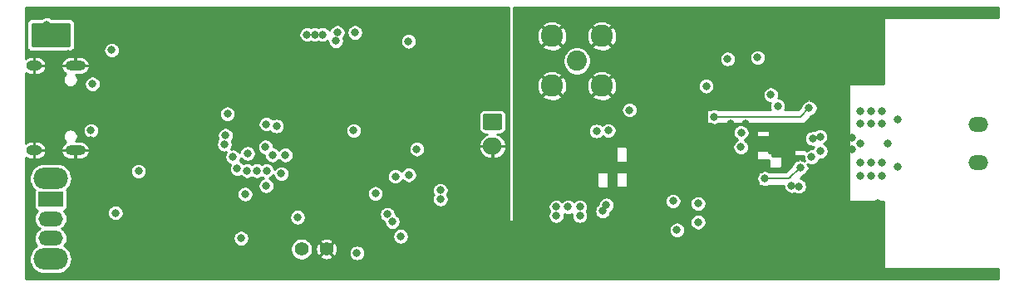
<source format=gbr>
%TF.GenerationSoftware,KiCad,Pcbnew,(5.1.9-16-g1737927814)-1*%
%TF.CreationDate,2021-08-08T16:45:24+02:00*%
%TF.ProjectId,Diffprobe,44696666-7072-46f6-9265-2e6b69636164,rev?*%
%TF.SameCoordinates,Original*%
%TF.FileFunction,Copper,L4,Bot*%
%TF.FilePolarity,Positive*%
%FSLAX46Y46*%
G04 Gerber Fmt 4.6, Leading zero omitted, Abs format (unit mm)*
G04 Created by KiCad (PCBNEW (5.1.9-16-g1737927814)-1) date 2021-08-08 16:45:24*
%MOMM*%
%LPD*%
G01*
G04 APERTURE LIST*
%TA.AperFunction,ComponentPad*%
%ADD10O,2.000000X1.524000*%
%TD*%
%TA.AperFunction,ComponentPad*%
%ADD11O,2.000000X1.700000*%
%TD*%
%TA.AperFunction,ComponentPad*%
%ADD12O,3.500000X2.200000*%
%TD*%
%TA.AperFunction,ComponentPad*%
%ADD13O,2.500000X1.500000*%
%TD*%
%TA.AperFunction,ComponentPad*%
%ADD14R,2.500000X1.500000*%
%TD*%
%TA.AperFunction,ComponentPad*%
%ADD15C,2.050000*%
%TD*%
%TA.AperFunction,ComponentPad*%
%ADD16C,2.250000*%
%TD*%
%TA.AperFunction,ComponentPad*%
%ADD17O,1.600000X1.000000*%
%TD*%
%TA.AperFunction,ComponentPad*%
%ADD18O,2.100000X1.000000*%
%TD*%
%TA.AperFunction,ComponentPad*%
%ADD19C,1.400000*%
%TD*%
%TA.AperFunction,ViaPad*%
%ADD20C,0.800000*%
%TD*%
%TA.AperFunction,Conductor*%
%ADD21C,0.130000*%
%TD*%
%TA.AperFunction,Conductor*%
%ADD22C,0.147000*%
%TD*%
%TA.AperFunction,Conductor*%
%ADD23C,0.127000*%
%TD*%
%TA.AperFunction,Conductor*%
%ADD24C,0.254000*%
%TD*%
%TA.AperFunction,Conductor*%
%ADD25C,0.100000*%
%TD*%
G04 APERTURE END LIST*
D10*
%TO.P,J2,2*%
%TO.N,/IN+*%
X177500000Y-43740000D03*
%TO.P,J2,1*%
%TO.N,/IN-*%
X177500000Y-47700000D03*
%TD*%
D11*
%TO.P,BT1,2*%
%TO.N,GND*%
X128000000Y-46000000D03*
%TO.P,BT1,1*%
%TO.N,Battery*%
%TA.AperFunction,ComponentPad*%
G36*
G01*
X127250000Y-42650000D02*
X128750000Y-42650000D01*
G75*
G02*
X129000000Y-42900000I0J-250000D01*
G01*
X129000000Y-44100000D01*
G75*
G02*
X128750000Y-44350000I-250000J0D01*
G01*
X127250000Y-44350000D01*
G75*
G02*
X127000000Y-44100000I0J250000D01*
G01*
X127000000Y-42900000D01*
G75*
G02*
X127250000Y-42650000I250000J0D01*
G01*
G37*
%TD.AperFunction*%
%TD*%
D12*
%TO.P,SW1,*%
%TO.N,*%
X83000000Y-57500000D03*
X83000000Y-49300000D03*
D13*
%TO.P,SW1,3*%
%TO.N,Battery*%
X83000000Y-55400000D03*
%TO.P,SW1,2*%
%TO.N,Net-(D4-Pad2)*%
X83000000Y-53400000D03*
D14*
%TO.P,SW1,1*%
%TO.N,Net-(SW1-Pad1)*%
X83000000Y-51400000D03*
%TD*%
D15*
%TO.P,J1,1*%
%TO.N,/OUTPUT*%
X136600000Y-37300000D03*
D16*
%TO.P,J1,2*%
%TO.N,GND*%
X139140000Y-34760000D03*
X134060000Y-34760000D03*
X134060000Y-39840000D03*
X139140000Y-39840000D03*
%TD*%
D17*
%TO.P,P1,S1*%
%TO.N,GND*%
X81325000Y-46420000D03*
X81325000Y-37780000D03*
D18*
X85505000Y-46420000D03*
X85505000Y-37780000D03*
%TD*%
D19*
%TO.P,TH1,2*%
%TO.N,GND*%
X111090000Y-56500000D03*
%TO.P,TH1,1*%
%TO.N,Net-(R28-Pad2)*%
X108550000Y-56500000D03*
%TD*%
D20*
%TO.N,GND*%
X112400000Y-38500000D03*
X102250000Y-53500000D03*
X106100000Y-53000000D03*
X99400000Y-40650000D03*
X99600000Y-39000000D03*
X101900000Y-40000000D03*
X94900000Y-52400000D03*
X92900000Y-52400000D03*
X94600000Y-54300000D03*
X94700000Y-53400000D03*
X100700000Y-51800000D03*
X101900000Y-39000000D03*
X99400000Y-44900000D03*
X106000000Y-42100000D03*
X87100000Y-45400000D03*
X86800000Y-38800000D03*
X153600000Y-41550000D03*
X152250000Y-44700000D03*
X162600000Y-46600000D03*
X160650000Y-49150000D03*
X154600000Y-40500000D03*
X141100000Y-52550000D03*
X152450000Y-41550000D03*
X119800000Y-50500000D03*
X124250000Y-55400000D03*
X123437500Y-54037500D03*
X145800000Y-41600000D03*
X110700000Y-38300000D03*
X127200000Y-52800000D03*
X94299992Y-36899996D03*
X92700000Y-53600000D03*
X102300000Y-42900000D03*
X102400000Y-45400000D03*
X99599996Y-42900000D03*
X117099992Y-57100000D03*
X115200000Y-46950000D03*
X115850008Y-43000000D03*
X111900000Y-53200000D03*
X118850000Y-50350000D03*
X169300000Y-43300000D03*
X169300000Y-48100000D03*
X168300000Y-45700000D03*
X166600000Y-43700000D03*
X166600000Y-47700000D03*
X167250000Y-51800000D03*
X167300000Y-37600000D03*
X167700000Y-43700000D03*
X165500000Y-43700000D03*
X165500000Y-47700000D03*
X167700000Y-47700000D03*
X165500000Y-45700000D03*
X167700000Y-42400000D03*
X166600000Y-42400000D03*
X165500000Y-42400000D03*
X167700000Y-49000000D03*
X166600000Y-49000000D03*
X165500000Y-49000000D03*
X162800000Y-48900000D03*
X164600000Y-46300000D03*
X164600000Y-45100000D03*
X121000004Y-41800000D03*
X121450000Y-41150018D03*
X100600000Y-39000000D03*
X100600000Y-40000000D03*
X103000000Y-39100000D03*
X103700000Y-41700000D03*
X89100000Y-32300000D03*
X137100000Y-45200000D03*
X137400000Y-46100000D03*
X134400000Y-45000000D03*
X134400000Y-45900000D03*
X136100000Y-45000000D03*
X136100000Y-45900000D03*
X134000000Y-49300000D03*
X134300000Y-42300000D03*
X136600000Y-42300000D03*
X137100000Y-48600000D03*
X138100000Y-48600000D03*
X137400000Y-47300000D03*
X131400000Y-48400000D03*
X131300000Y-45400000D03*
X131300000Y-42100000D03*
X131300000Y-38900000D03*
X131300000Y-36200000D03*
X131300000Y-33800000D03*
X144500000Y-33700000D03*
X140500000Y-42200000D03*
X138200000Y-42200000D03*
X139900000Y-53900000D03*
X137400000Y-50600000D03*
X131400000Y-50600000D03*
X134000000Y-50600000D03*
X141100000Y-53400000D03*
X142000000Y-55400000D03*
X139000000Y-55400000D03*
X139000000Y-57400000D03*
X142000000Y-57400000D03*
X136000000Y-57400000D03*
X133000000Y-57400000D03*
X130000000Y-57400000D03*
X130000000Y-55400000D03*
X133000000Y-55400000D03*
X131500000Y-56400000D03*
X134500000Y-56400000D03*
X137500000Y-56400000D03*
X140500000Y-56400000D03*
X144000000Y-57400000D03*
X140500000Y-58400000D03*
X137500000Y-58400000D03*
X134500000Y-58400000D03*
X131500000Y-58400000D03*
X128500000Y-58400000D03*
X128500000Y-56400000D03*
X127250000Y-55350000D03*
X125500000Y-58400000D03*
X122500000Y-58400000D03*
X119500000Y-58400000D03*
X116500000Y-58400000D03*
X113500000Y-58400000D03*
X110500000Y-58400000D03*
X107500000Y-58400000D03*
X104500000Y-58400000D03*
X101500000Y-58400000D03*
X98500000Y-58400000D03*
X95500000Y-58400000D03*
X92500000Y-58400000D03*
X89500000Y-58400000D03*
X86500000Y-58400000D03*
X113500000Y-54900000D03*
X110500000Y-54900000D03*
X107500000Y-54900000D03*
X104000000Y-53900000D03*
X106000000Y-53900000D03*
X119100000Y-52000000D03*
X116500000Y-54900000D03*
X81300000Y-44300000D03*
X81300000Y-42800000D03*
X81300000Y-41200000D03*
X81300000Y-39700000D03*
X84500000Y-44000000D03*
X84500000Y-40300000D03*
X87500000Y-42200000D03*
X87500000Y-41000000D03*
X88400000Y-38100000D03*
X87400000Y-37200000D03*
X85500000Y-50500000D03*
X85500000Y-49000000D03*
X83600000Y-47400000D03*
X86800000Y-49700000D03*
X86500000Y-56100000D03*
X86500000Y-54000000D03*
X85100000Y-54500000D03*
X85100000Y-56100000D03*
X142000000Y-33700000D03*
X136600000Y-33700000D03*
X152250000Y-43700000D03*
X142000000Y-39900000D03*
X144500000Y-39900000D03*
X147000000Y-39900000D03*
X147000000Y-37900000D03*
X144500000Y-37900000D03*
X142000000Y-37900000D03*
X142000000Y-35900000D03*
X144500000Y-35900000D03*
X147000000Y-35900000D03*
X149500000Y-35900000D03*
X149500000Y-37900000D03*
X147000000Y-41900000D03*
X152000000Y-35900000D03*
X167000000Y-34400000D03*
X164500000Y-34400000D03*
X162000000Y-34400000D03*
X155500000Y-34400000D03*
X160500000Y-36900000D03*
X163200000Y-36900000D03*
X165400000Y-36900000D03*
X157400000Y-36900000D03*
X136000000Y-55400000D03*
X136400000Y-50600000D03*
X129000000Y-48400000D03*
X125000000Y-46400000D03*
X125000000Y-41400000D03*
X125000000Y-36400000D03*
X125000000Y-38900000D03*
X124200000Y-43900000D03*
X127500000Y-38900000D03*
X127500000Y-36400000D03*
X127500000Y-33900000D03*
X125000000Y-33900000D03*
X122500000Y-33900000D03*
X122500000Y-36400000D03*
X127500000Y-41400000D03*
X92000000Y-32400000D03*
X96000000Y-32400000D03*
X100000000Y-32400000D03*
X104000000Y-32400000D03*
X108000000Y-32400000D03*
X112000000Y-32400000D03*
X116000000Y-32400000D03*
X120000000Y-32400000D03*
X123750000Y-32400000D03*
X81750000Y-32400000D03*
X120212500Y-43387500D03*
X92499993Y-38700000D03*
X92400000Y-37899874D03*
X85200000Y-51900000D03*
X91300000Y-53000000D03*
X111300000Y-51600000D03*
X112500000Y-51600000D03*
X82500000Y-44900000D03*
X84800000Y-36600000D03*
X88950012Y-48150012D03*
X134000000Y-47300000D03*
X123400000Y-41400000D03*
X123400000Y-38900000D03*
X125900000Y-43900000D03*
X98800000Y-39800000D03*
X85200000Y-59000000D03*
X88100000Y-56100000D03*
X93700000Y-53600000D03*
X87600000Y-53400000D03*
X127500000Y-32400000D03*
X151400000Y-38250000D03*
X151000000Y-41500000D03*
X155550000Y-38150000D03*
X157200000Y-38100000D03*
X134500000Y-37300000D03*
X138500000Y-37400000D03*
X136600000Y-35400000D03*
X135800000Y-39200000D03*
X137400000Y-39200000D03*
X137400000Y-41000000D03*
X135600000Y-40800000D03*
X148600000Y-41900000D03*
X167300000Y-36500000D03*
X166300000Y-52600000D03*
X153800000Y-43700000D03*
X143000000Y-54800000D03*
X123000000Y-57400000D03*
X123700000Y-53300000D03*
%TO.N,+5V*%
X117300000Y-52950000D03*
X146800000Y-54550000D03*
X153350000Y-44600000D03*
X161375000Y-45025000D03*
X138600000Y-44450000D03*
X118650000Y-55200000D03*
X149775000Y-39875000D03*
X148950000Y-53750000D03*
X117800000Y-53700000D03*
X161400000Y-46500000D03*
X141950000Y-42300000D03*
X151950000Y-37100000D03*
X160500000Y-47100000D03*
X160605621Y-45212265D03*
X153300000Y-46100000D03*
X139800000Y-44400000D03*
%TO.N,-5V*%
X136900000Y-53100000D03*
X157050000Y-41900000D03*
X159200000Y-50100000D03*
X139600000Y-52000000D03*
X146400000Y-51600000D03*
X156350000Y-40750000D03*
X148950000Y-51850000D03*
X134500000Y-53100000D03*
X134500000Y-52200000D03*
X136900000Y-52200000D03*
X135700000Y-52200000D03*
X155000000Y-36950000D03*
X158475000Y-50025000D03*
X139225000Y-52625000D03*
%TO.N,/Battery management/BUS*%
X100700000Y-45800000D03*
X91943750Y-48543750D03*
X100800000Y-44900000D03*
X101000000Y-42700000D03*
%TO.N,VDC*%
X120300000Y-46300000D03*
X102400000Y-55400000D03*
X103049992Y-46750000D03*
X119475000Y-48925000D03*
X104875000Y-46075000D03*
X104950000Y-43750000D03*
X101550000Y-47100000D03*
X114200000Y-56900000D03*
X108150000Y-53250000D03*
X113850006Y-44400000D03*
X119450000Y-35300000D03*
X106900000Y-46900000D03*
X105600000Y-46900000D03*
X118112500Y-49087500D03*
X106000000Y-43950000D03*
%TO.N,-VDC*%
X122700000Y-51400000D03*
X122700000Y-50500000D03*
%TO.N,Net-(C38-Pad2)*%
X159337500Y-48187500D03*
X155750000Y-49300000D03*
%TO.N,Net-(C38-Pad1)*%
X160250000Y-42100000D03*
X150600000Y-43000000D03*
%TO.N,/Battery management/VUSB*%
X102800000Y-50900000D03*
X103000000Y-48500000D03*
X87100000Y-44400000D03*
X87250000Y-39650000D03*
X89200000Y-36200000D03*
X82600000Y-33600000D03*
X105000000Y-48500000D03*
X106500000Y-48800000D03*
X89600000Y-52800000D03*
X104000000Y-48500000D03*
X102000000Y-48300000D03*
X104950000Y-50050000D03*
%TO.N,Battery*%
X112050000Y-35250000D03*
X110700000Y-34600000D03*
X109900000Y-34600000D03*
X109100000Y-34600000D03*
X112200000Y-34400000D03*
X114000000Y-34399992D03*
X116074999Y-50824995D03*
%TD*%
D21*
%TO.N,Net-(C38-Pad2)*%
X158225000Y-49300000D02*
X158362500Y-49162500D01*
D22*
X159337500Y-48187500D02*
X158225000Y-49300000D01*
X158225000Y-49300000D02*
X155750000Y-49300000D01*
D21*
%TO.N,Net-(C38-Pad1)*%
X160250000Y-42100000D02*
X159350000Y-43000000D01*
X159350000Y-43000000D02*
X150600000Y-43000000D01*
D23*
%TO.N,/Battery management/VUSB*%
X82600000Y-33400000D02*
X82600000Y-33900000D01*
X82600000Y-33900000D02*
X82700000Y-34000000D01*
%TD*%
D24*
%TO.N,GND*%
X129673000Y-53600000D02*
X129675440Y-53624776D01*
X129682667Y-53648601D01*
X129694403Y-53670557D01*
X129710197Y-53689803D01*
X129729443Y-53705597D01*
X129751399Y-53717333D01*
X129775224Y-53724560D01*
X129800000Y-53727000D01*
X130000000Y-53727000D01*
X130024776Y-53724560D01*
X130048601Y-53717333D01*
X130070557Y-53705597D01*
X130089803Y-53689803D01*
X130105597Y-53670557D01*
X130117333Y-53648601D01*
X130124560Y-53624776D01*
X130127000Y-53600000D01*
X130127000Y-52118548D01*
X133673000Y-52118548D01*
X133673000Y-52281452D01*
X133704782Y-52441227D01*
X133767123Y-52591731D01*
X133806057Y-52650000D01*
X133767123Y-52708269D01*
X133704782Y-52858773D01*
X133673000Y-53018548D01*
X133673000Y-53181452D01*
X133704782Y-53341227D01*
X133767123Y-53491731D01*
X133857628Y-53627181D01*
X133972819Y-53742372D01*
X134108269Y-53832877D01*
X134258773Y-53895218D01*
X134418548Y-53927000D01*
X134581452Y-53927000D01*
X134741227Y-53895218D01*
X134891731Y-53832877D01*
X135027181Y-53742372D01*
X135142372Y-53627181D01*
X135232877Y-53491731D01*
X135295218Y-53341227D01*
X135327000Y-53181452D01*
X135327000Y-53018548D01*
X135310110Y-52933640D01*
X135458773Y-52995218D01*
X135618548Y-53027000D01*
X135781452Y-53027000D01*
X135941227Y-52995218D01*
X136089890Y-52933640D01*
X136073000Y-53018548D01*
X136073000Y-53181452D01*
X136104782Y-53341227D01*
X136167123Y-53491731D01*
X136257628Y-53627181D01*
X136372819Y-53742372D01*
X136508269Y-53832877D01*
X136658773Y-53895218D01*
X136818548Y-53927000D01*
X136981452Y-53927000D01*
X137141227Y-53895218D01*
X137291731Y-53832877D01*
X137427181Y-53742372D01*
X137501005Y-53668548D01*
X148123000Y-53668548D01*
X148123000Y-53831452D01*
X148154782Y-53991227D01*
X148217123Y-54141731D01*
X148307628Y-54277181D01*
X148422819Y-54392372D01*
X148558269Y-54482877D01*
X148708773Y-54545218D01*
X148868548Y-54577000D01*
X149031452Y-54577000D01*
X149191227Y-54545218D01*
X149341731Y-54482877D01*
X149477181Y-54392372D01*
X149592372Y-54277181D01*
X149682877Y-54141731D01*
X149745218Y-53991227D01*
X149777000Y-53831452D01*
X149777000Y-53668548D01*
X149745218Y-53508773D01*
X149682877Y-53358269D01*
X149592372Y-53222819D01*
X149477181Y-53107628D01*
X149341731Y-53017123D01*
X149191227Y-52954782D01*
X149031452Y-52923000D01*
X148868548Y-52923000D01*
X148708773Y-52954782D01*
X148558269Y-53017123D01*
X148422819Y-53107628D01*
X148307628Y-53222819D01*
X148217123Y-53358269D01*
X148154782Y-53508773D01*
X148123000Y-53668548D01*
X137501005Y-53668548D01*
X137542372Y-53627181D01*
X137632877Y-53491731D01*
X137695218Y-53341227D01*
X137727000Y-53181452D01*
X137727000Y-53018548D01*
X137695218Y-52858773D01*
X137632877Y-52708269D01*
X137593943Y-52650000D01*
X137632877Y-52591731D01*
X137652835Y-52543548D01*
X138398000Y-52543548D01*
X138398000Y-52706452D01*
X138429782Y-52866227D01*
X138492123Y-53016731D01*
X138582628Y-53152181D01*
X138697819Y-53267372D01*
X138833269Y-53357877D01*
X138983773Y-53420218D01*
X139143548Y-53452000D01*
X139306452Y-53452000D01*
X139466227Y-53420218D01*
X139616731Y-53357877D01*
X139752181Y-53267372D01*
X139867372Y-53152181D01*
X139957877Y-53016731D01*
X140020218Y-52866227D01*
X140052000Y-52706452D01*
X140052000Y-52692606D01*
X140127181Y-52642372D01*
X140242372Y-52527181D01*
X140332877Y-52391731D01*
X140395218Y-52241227D01*
X140427000Y-52081452D01*
X140427000Y-51918548D01*
X140395218Y-51758773D01*
X140332877Y-51608269D01*
X140272928Y-51518548D01*
X145573000Y-51518548D01*
X145573000Y-51681452D01*
X145604782Y-51841227D01*
X145667123Y-51991731D01*
X145757628Y-52127181D01*
X145872819Y-52242372D01*
X146008269Y-52332877D01*
X146158773Y-52395218D01*
X146318548Y-52427000D01*
X146481452Y-52427000D01*
X146641227Y-52395218D01*
X146791731Y-52332877D01*
X146927181Y-52242372D01*
X147042372Y-52127181D01*
X147132877Y-51991731D01*
X147195218Y-51841227D01*
X147209675Y-51768548D01*
X148123000Y-51768548D01*
X148123000Y-51931452D01*
X148154782Y-52091227D01*
X148217123Y-52241731D01*
X148307628Y-52377181D01*
X148422819Y-52492372D01*
X148558269Y-52582877D01*
X148708773Y-52645218D01*
X148868548Y-52677000D01*
X149031452Y-52677000D01*
X149191227Y-52645218D01*
X149341731Y-52582877D01*
X149477181Y-52492372D01*
X149592372Y-52377181D01*
X149682877Y-52241731D01*
X149745218Y-52091227D01*
X149777000Y-51931452D01*
X149777000Y-51768548D01*
X149745218Y-51608773D01*
X149682877Y-51458269D01*
X149592372Y-51322819D01*
X149477181Y-51207628D01*
X149341731Y-51117123D01*
X149191227Y-51054782D01*
X149031452Y-51023000D01*
X148868548Y-51023000D01*
X148708773Y-51054782D01*
X148558269Y-51117123D01*
X148422819Y-51207628D01*
X148307628Y-51322819D01*
X148217123Y-51458269D01*
X148154782Y-51608773D01*
X148123000Y-51768548D01*
X147209675Y-51768548D01*
X147227000Y-51681452D01*
X147227000Y-51518548D01*
X147195218Y-51358773D01*
X147132877Y-51208269D01*
X147042372Y-51072819D01*
X146927181Y-50957628D01*
X146791731Y-50867123D01*
X146641227Y-50804782D01*
X146481452Y-50773000D01*
X146318548Y-50773000D01*
X146158773Y-50804782D01*
X146008269Y-50867123D01*
X145872819Y-50957628D01*
X145757628Y-51072819D01*
X145667123Y-51208269D01*
X145604782Y-51358773D01*
X145573000Y-51518548D01*
X140272928Y-51518548D01*
X140242372Y-51472819D01*
X140127181Y-51357628D01*
X139991731Y-51267123D01*
X139841227Y-51204782D01*
X139681452Y-51173000D01*
X139518548Y-51173000D01*
X139358773Y-51204782D01*
X139208269Y-51267123D01*
X139072819Y-51357628D01*
X138957628Y-51472819D01*
X138867123Y-51608269D01*
X138804782Y-51758773D01*
X138773000Y-51918548D01*
X138773000Y-51932394D01*
X138697819Y-51982628D01*
X138582628Y-52097819D01*
X138492123Y-52233269D01*
X138429782Y-52383773D01*
X138398000Y-52543548D01*
X137652835Y-52543548D01*
X137695218Y-52441227D01*
X137727000Y-52281452D01*
X137727000Y-52118548D01*
X137695218Y-51958773D01*
X137632877Y-51808269D01*
X137542372Y-51672819D01*
X137427181Y-51557628D01*
X137291731Y-51467123D01*
X137141227Y-51404782D01*
X136981452Y-51373000D01*
X136818548Y-51373000D01*
X136658773Y-51404782D01*
X136508269Y-51467123D01*
X136372819Y-51557628D01*
X136300000Y-51630447D01*
X136227181Y-51557628D01*
X136091731Y-51467123D01*
X135941227Y-51404782D01*
X135781452Y-51373000D01*
X135618548Y-51373000D01*
X135458773Y-51404782D01*
X135308269Y-51467123D01*
X135172819Y-51557628D01*
X135100000Y-51630447D01*
X135027181Y-51557628D01*
X134891731Y-51467123D01*
X134741227Y-51404782D01*
X134581452Y-51373000D01*
X134418548Y-51373000D01*
X134258773Y-51404782D01*
X134108269Y-51467123D01*
X133972819Y-51557628D01*
X133857628Y-51672819D01*
X133767123Y-51808269D01*
X133704782Y-51958773D01*
X133673000Y-52118548D01*
X130127000Y-52118548D01*
X130127000Y-48739932D01*
X138673000Y-48739932D01*
X138673000Y-50139932D01*
X138675440Y-50164708D01*
X138682667Y-50188533D01*
X138694403Y-50210489D01*
X138710197Y-50229735D01*
X138729443Y-50245529D01*
X138751399Y-50257265D01*
X138775224Y-50264492D01*
X138800000Y-50266932D01*
X139700000Y-50266932D01*
X139724776Y-50264492D01*
X139748601Y-50257265D01*
X139770557Y-50245529D01*
X139789803Y-50229735D01*
X139805597Y-50210489D01*
X139817333Y-50188533D01*
X139824560Y-50164708D01*
X139827000Y-50139932D01*
X139827000Y-48739932D01*
X139824560Y-48715156D01*
X139824282Y-48714237D01*
X140573000Y-48714237D01*
X140573000Y-50114237D01*
X140575440Y-50139013D01*
X140582667Y-50162838D01*
X140594403Y-50184794D01*
X140610197Y-50204040D01*
X140629443Y-50219834D01*
X140651399Y-50231570D01*
X140675224Y-50238797D01*
X140700000Y-50241237D01*
X141600000Y-50241237D01*
X141624776Y-50238797D01*
X141648601Y-50231570D01*
X141670557Y-50219834D01*
X141689803Y-50204040D01*
X141705597Y-50184794D01*
X141717333Y-50162838D01*
X141724560Y-50139013D01*
X141727000Y-50114237D01*
X141727000Y-49218548D01*
X154923000Y-49218548D01*
X154923000Y-49381452D01*
X154954782Y-49541227D01*
X155017123Y-49691731D01*
X155073000Y-49775357D01*
X155073000Y-49900000D01*
X155075440Y-49924776D01*
X155082667Y-49948601D01*
X155094403Y-49970557D01*
X155110197Y-49989803D01*
X155129443Y-50005597D01*
X155151399Y-50017333D01*
X155175224Y-50024560D01*
X155200000Y-50027000D01*
X155349473Y-50027000D01*
X155358269Y-50032877D01*
X155508773Y-50095218D01*
X155668548Y-50127000D01*
X155831452Y-50127000D01*
X155991227Y-50095218D01*
X156141731Y-50032877D01*
X156150527Y-50027000D01*
X157648000Y-50027000D01*
X157648000Y-50106452D01*
X157679782Y-50266227D01*
X157742123Y-50416731D01*
X157832628Y-50552181D01*
X157947819Y-50667372D01*
X158083269Y-50757877D01*
X158233773Y-50820218D01*
X158393548Y-50852000D01*
X158556452Y-50852000D01*
X158716227Y-50820218D01*
X158761351Y-50801527D01*
X158808269Y-50832877D01*
X158958773Y-50895218D01*
X159118548Y-50927000D01*
X159281452Y-50927000D01*
X159441227Y-50895218D01*
X159591731Y-50832877D01*
X159727181Y-50742372D01*
X159842372Y-50627181D01*
X159932877Y-50491731D01*
X159995218Y-50341227D01*
X160027000Y-50181452D01*
X160027000Y-50018548D01*
X159995218Y-49858773D01*
X159932877Y-49708269D01*
X159842372Y-49572819D01*
X159727181Y-49457628D01*
X159591731Y-49367123D01*
X159441227Y-49304782D01*
X159351420Y-49286918D01*
X159675423Y-48942665D01*
X159729231Y-48920377D01*
X159864681Y-48829872D01*
X159979872Y-48714681D01*
X160070377Y-48579231D01*
X160111957Y-48478847D01*
X160292481Y-48287041D01*
X160309558Y-48264235D01*
X160319984Y-48241627D01*
X160325800Y-48217419D01*
X160326781Y-48192542D01*
X160322890Y-48167952D01*
X160314276Y-48144593D01*
X160301271Y-48123363D01*
X160284374Y-48105079D01*
X160138518Y-47975429D01*
X160132718Y-47946273D01*
X160077129Y-47812070D01*
X160108269Y-47832877D01*
X160258773Y-47895218D01*
X160418548Y-47927000D01*
X160581452Y-47927000D01*
X160741227Y-47895218D01*
X160891731Y-47832877D01*
X161027181Y-47742372D01*
X161142372Y-47627181D01*
X161232877Y-47491731D01*
X161295218Y-47341227D01*
X161298828Y-47323077D01*
X161318548Y-47327000D01*
X161481452Y-47327000D01*
X161641227Y-47295218D01*
X161791731Y-47232877D01*
X161927181Y-47142372D01*
X162042372Y-47027181D01*
X162132877Y-46891731D01*
X162195218Y-46741227D01*
X162227000Y-46581452D01*
X162227000Y-46418548D01*
X162195218Y-46258773D01*
X162132877Y-46108269D01*
X162042372Y-45972819D01*
X161927181Y-45857628D01*
X161791731Y-45767123D01*
X161767756Y-45757192D01*
X161902181Y-45667372D01*
X162017372Y-45552181D01*
X162107877Y-45416731D01*
X162170218Y-45266227D01*
X162202000Y-45106452D01*
X162202000Y-44943548D01*
X162170218Y-44783773D01*
X162107877Y-44633269D01*
X162017372Y-44497819D01*
X161902181Y-44382628D01*
X161766731Y-44292123D01*
X161616227Y-44229782D01*
X161456452Y-44198000D01*
X161293548Y-44198000D01*
X161133773Y-44229782D01*
X160983269Y-44292123D01*
X160847819Y-44382628D01*
X160818949Y-44411498D01*
X160687073Y-44385265D01*
X160524169Y-44385265D01*
X160364394Y-44417047D01*
X160213890Y-44479388D01*
X160078440Y-44569893D01*
X159963249Y-44685084D01*
X159872744Y-44820534D01*
X159810403Y-44971038D01*
X159778621Y-45130813D01*
X159778621Y-45293717D01*
X159810403Y-45453492D01*
X159872744Y-45603996D01*
X159963249Y-45739446D01*
X160078440Y-45854637D01*
X160213890Y-45945142D01*
X160364394Y-46007483D01*
X160524169Y-46039265D01*
X160687073Y-46039265D01*
X160717240Y-46033264D01*
X160667123Y-46108269D01*
X160604782Y-46258773D01*
X160601172Y-46276923D01*
X160581452Y-46273000D01*
X160418548Y-46273000D01*
X160258773Y-46304782D01*
X160108269Y-46367123D01*
X159977000Y-46454834D01*
X159977000Y-46450000D01*
X159974560Y-46425224D01*
X159967333Y-46401399D01*
X159955597Y-46379443D01*
X159939803Y-46360197D01*
X159920557Y-46344403D01*
X159898601Y-46332667D01*
X159874776Y-46325440D01*
X159850000Y-46323000D01*
X158800000Y-46323000D01*
X158775224Y-46325440D01*
X158751399Y-46332667D01*
X158729443Y-46344403D01*
X158710197Y-46360197D01*
X158694403Y-46379443D01*
X158682667Y-46401399D01*
X158675440Y-46425224D01*
X158673000Y-46450000D01*
X158673000Y-46900000D01*
X158675440Y-46924776D01*
X158682667Y-46948601D01*
X158694403Y-46970557D01*
X158710197Y-46989803D01*
X158729443Y-47005597D01*
X158751399Y-47017333D01*
X158775224Y-47024560D01*
X158800000Y-47027000D01*
X159673000Y-47027000D01*
X159673000Y-47181452D01*
X159704782Y-47341227D01*
X159760371Y-47475430D01*
X159729231Y-47454623D01*
X159578727Y-47392282D01*
X159454729Y-47367617D01*
X159384374Y-47305079D01*
X159374417Y-47297087D01*
X159352910Y-47284546D01*
X159329370Y-47276443D01*
X159304700Y-47273087D01*
X159279851Y-47274609D01*
X159255775Y-47280949D01*
X159233399Y-47291864D01*
X159213583Y-47306935D01*
X159128595Y-47385853D01*
X159096273Y-47392282D01*
X158945769Y-47454623D01*
X158810319Y-47545128D01*
X158695128Y-47660319D01*
X158604623Y-47795769D01*
X158553043Y-47920293D01*
X157850128Y-48573000D01*
X156150527Y-48573000D01*
X156141731Y-48567123D01*
X155991227Y-48504782D01*
X155831452Y-48473000D01*
X155668548Y-48473000D01*
X155508773Y-48504782D01*
X155358269Y-48567123D01*
X155349473Y-48573000D01*
X155200000Y-48573000D01*
X155175224Y-48575440D01*
X155151399Y-48582667D01*
X155129443Y-48594403D01*
X155110197Y-48610197D01*
X155094403Y-48629443D01*
X155082667Y-48651399D01*
X155075440Y-48675224D01*
X155073000Y-48700000D01*
X155073000Y-48824643D01*
X155017123Y-48908269D01*
X154954782Y-49058773D01*
X154923000Y-49218548D01*
X141727000Y-49218548D01*
X141727000Y-48714237D01*
X141724560Y-48689461D01*
X141717333Y-48665636D01*
X141705597Y-48643680D01*
X141689803Y-48624434D01*
X141670557Y-48608640D01*
X141648601Y-48596904D01*
X141624776Y-48589677D01*
X141600000Y-48587237D01*
X140700000Y-48587237D01*
X140675224Y-48589677D01*
X140651399Y-48596904D01*
X140629443Y-48608640D01*
X140610197Y-48624434D01*
X140594403Y-48643680D01*
X140582667Y-48665636D01*
X140575440Y-48689461D01*
X140573000Y-48714237D01*
X139824282Y-48714237D01*
X139817333Y-48691331D01*
X139805597Y-48669375D01*
X139789803Y-48650129D01*
X139770557Y-48634335D01*
X139748601Y-48622599D01*
X139724776Y-48615372D01*
X139700000Y-48612932D01*
X138800000Y-48612932D01*
X138775224Y-48615372D01*
X138751399Y-48622599D01*
X138729443Y-48634335D01*
X138710197Y-48650129D01*
X138694403Y-48669375D01*
X138682667Y-48691331D01*
X138675440Y-48715156D01*
X138673000Y-48739932D01*
X130127000Y-48739932D01*
X130127000Y-46140764D01*
X140573000Y-46140764D01*
X140573000Y-47540764D01*
X140575440Y-47565540D01*
X140582667Y-47589365D01*
X140594403Y-47611321D01*
X140610197Y-47630567D01*
X140629443Y-47646361D01*
X140651399Y-47658097D01*
X140675224Y-47665324D01*
X140700000Y-47667764D01*
X141600000Y-47667764D01*
X141624776Y-47665324D01*
X141648601Y-47658097D01*
X141670557Y-47646361D01*
X141689803Y-47630567D01*
X141705597Y-47611321D01*
X141717333Y-47589365D01*
X141724560Y-47565540D01*
X141727000Y-47540764D01*
X141727000Y-46140764D01*
X141724560Y-46115988D01*
X141717333Y-46092163D01*
X141705597Y-46070207D01*
X141689803Y-46050961D01*
X141670557Y-46035167D01*
X141648601Y-46023431D01*
X141632504Y-46018548D01*
X152473000Y-46018548D01*
X152473000Y-46181452D01*
X152504782Y-46341227D01*
X152567123Y-46491731D01*
X152657628Y-46627181D01*
X152772819Y-46742372D01*
X152908269Y-46832877D01*
X153058773Y-46895218D01*
X153218548Y-46927000D01*
X153381452Y-46927000D01*
X153541227Y-46895218D01*
X153691731Y-46832877D01*
X153827181Y-46742372D01*
X153942372Y-46627181D01*
X154027351Y-46500000D01*
X154923000Y-46500000D01*
X154923000Y-47300000D01*
X154925440Y-47324776D01*
X154932667Y-47348601D01*
X154944403Y-47370557D01*
X154960197Y-47389803D01*
X154979443Y-47405597D01*
X155001399Y-47417333D01*
X155025224Y-47424560D01*
X155050000Y-47427000D01*
X156123000Y-47427000D01*
X156123000Y-48100000D01*
X156125440Y-48124776D01*
X156132667Y-48148601D01*
X156144403Y-48170557D01*
X156160197Y-48189803D01*
X156179443Y-48205597D01*
X156201399Y-48217333D01*
X156225224Y-48224560D01*
X156250000Y-48227000D01*
X157350000Y-48227000D01*
X157374776Y-48224560D01*
X157398601Y-48217333D01*
X157420557Y-48205597D01*
X157439803Y-48189803D01*
X157455597Y-48170557D01*
X157467333Y-48148601D01*
X157474560Y-48124776D01*
X157477000Y-48100000D01*
X157477000Y-47100000D01*
X157474560Y-47075224D01*
X157467333Y-47051399D01*
X157455597Y-47029443D01*
X157439803Y-47010197D01*
X157420557Y-46994403D01*
X157398601Y-46982667D01*
X157374776Y-46975440D01*
X157350000Y-46973000D01*
X156477000Y-46973000D01*
X156477000Y-46800000D01*
X156474560Y-46775224D01*
X156467333Y-46751399D01*
X156455597Y-46729443D01*
X156439803Y-46710197D01*
X156420557Y-46694403D01*
X156398601Y-46682667D01*
X156374776Y-46675440D01*
X156350000Y-46673000D01*
X156177000Y-46673000D01*
X156177000Y-46500000D01*
X156174560Y-46475224D01*
X156167333Y-46451399D01*
X156155597Y-46429443D01*
X156139803Y-46410197D01*
X156120557Y-46394403D01*
X156098601Y-46382667D01*
X156074776Y-46375440D01*
X156050000Y-46373000D01*
X155050000Y-46373000D01*
X155025224Y-46375440D01*
X155001399Y-46382667D01*
X154979443Y-46394403D01*
X154960197Y-46410197D01*
X154944403Y-46429443D01*
X154932667Y-46451399D01*
X154925440Y-46475224D01*
X154923000Y-46500000D01*
X154027351Y-46500000D01*
X154032877Y-46491731D01*
X154095218Y-46341227D01*
X154127000Y-46181452D01*
X154127000Y-46018548D01*
X154095218Y-45858773D01*
X154032877Y-45708269D01*
X153942372Y-45572819D01*
X153827181Y-45457628D01*
X153691731Y-45367123D01*
X153675393Y-45360355D01*
X153741731Y-45332877D01*
X153877181Y-45242372D01*
X153992372Y-45127181D01*
X154082877Y-44991731D01*
X154145218Y-44841227D01*
X154177000Y-44681452D01*
X154177000Y-44518548D01*
X154173311Y-44500000D01*
X154923000Y-44500000D01*
X154923000Y-44950000D01*
X154925440Y-44974776D01*
X154932667Y-44998601D01*
X154944403Y-45020557D01*
X154960197Y-45039803D01*
X154979443Y-45055597D01*
X155001399Y-45067333D01*
X155025224Y-45074560D01*
X155050000Y-45077000D01*
X156100000Y-45077000D01*
X156124776Y-45074560D01*
X156148601Y-45067333D01*
X156170557Y-45055597D01*
X156189803Y-45039803D01*
X156205597Y-45020557D01*
X156217333Y-44998601D01*
X156224560Y-44974776D01*
X156227000Y-44950000D01*
X156227000Y-44500000D01*
X156224560Y-44475224D01*
X156217333Y-44451399D01*
X156205597Y-44429443D01*
X156189803Y-44410197D01*
X156170557Y-44394403D01*
X156148601Y-44382667D01*
X156124776Y-44375440D01*
X156100000Y-44373000D01*
X155050000Y-44373000D01*
X155025224Y-44375440D01*
X155001399Y-44382667D01*
X154979443Y-44394403D01*
X154960197Y-44410197D01*
X154944403Y-44429443D01*
X154932667Y-44451399D01*
X154925440Y-44475224D01*
X154923000Y-44500000D01*
X154173311Y-44500000D01*
X154145218Y-44358773D01*
X154082877Y-44208269D01*
X153992372Y-44072819D01*
X153877181Y-43957628D01*
X153741731Y-43867123D01*
X153591227Y-43804782D01*
X153431452Y-43773000D01*
X153268548Y-43773000D01*
X153108773Y-43804782D01*
X152958269Y-43867123D01*
X152822819Y-43957628D01*
X152707628Y-44072819D01*
X152617123Y-44208269D01*
X152554782Y-44358773D01*
X152523000Y-44518548D01*
X152523000Y-44681452D01*
X152554782Y-44841227D01*
X152617123Y-44991731D01*
X152707628Y-45127181D01*
X152822819Y-45242372D01*
X152958269Y-45332877D01*
X152974607Y-45339645D01*
X152908269Y-45367123D01*
X152772819Y-45457628D01*
X152657628Y-45572819D01*
X152567123Y-45708269D01*
X152504782Y-45858773D01*
X152473000Y-46018548D01*
X141632504Y-46018548D01*
X141624776Y-46016204D01*
X141600000Y-46013764D01*
X140700000Y-46013764D01*
X140675224Y-46016204D01*
X140651399Y-46023431D01*
X140629443Y-46035167D01*
X140610197Y-46050961D01*
X140594403Y-46070207D01*
X140582667Y-46092163D01*
X140575440Y-46115988D01*
X140573000Y-46140764D01*
X130127000Y-46140764D01*
X130127000Y-44368548D01*
X137773000Y-44368548D01*
X137773000Y-44531452D01*
X137804782Y-44691227D01*
X137867123Y-44841731D01*
X137957628Y-44977181D01*
X138072819Y-45092372D01*
X138208269Y-45182877D01*
X138358773Y-45245218D01*
X138518548Y-45277000D01*
X138681452Y-45277000D01*
X138841227Y-45245218D01*
X138991731Y-45182877D01*
X139127181Y-45092372D01*
X139225000Y-44994553D01*
X139272819Y-45042372D01*
X139408269Y-45132877D01*
X139558773Y-45195218D01*
X139718548Y-45227000D01*
X139881452Y-45227000D01*
X140041227Y-45195218D01*
X140191731Y-45132877D01*
X140327181Y-45042372D01*
X140442372Y-44927181D01*
X140532877Y-44791731D01*
X140595218Y-44641227D01*
X140627000Y-44481452D01*
X140627000Y-44318548D01*
X140595218Y-44158773D01*
X140532877Y-44008269D01*
X140442372Y-43872819D01*
X140327181Y-43757628D01*
X140191731Y-43667123D01*
X140041227Y-43604782D01*
X139881452Y-43573000D01*
X139718548Y-43573000D01*
X139558773Y-43604782D01*
X139408269Y-43667123D01*
X139272819Y-43757628D01*
X139175000Y-43855447D01*
X139127181Y-43807628D01*
X138991731Y-43717123D01*
X138841227Y-43654782D01*
X138681452Y-43623000D01*
X138518548Y-43623000D01*
X138358773Y-43654782D01*
X138208269Y-43717123D01*
X138072819Y-43807628D01*
X137957628Y-43922819D01*
X137867123Y-44058269D01*
X137804782Y-44208773D01*
X137773000Y-44368548D01*
X130127000Y-44368548D01*
X130127000Y-42218548D01*
X141123000Y-42218548D01*
X141123000Y-42381452D01*
X141154782Y-42541227D01*
X141217123Y-42691731D01*
X141307628Y-42827181D01*
X141422819Y-42942372D01*
X141558269Y-43032877D01*
X141708773Y-43095218D01*
X141868548Y-43127000D01*
X142031452Y-43127000D01*
X142191227Y-43095218D01*
X142341731Y-43032877D01*
X142477181Y-42942372D01*
X142592372Y-42827181D01*
X142682877Y-42691731D01*
X142745218Y-42541227D01*
X142773310Y-42400000D01*
X149773000Y-42400000D01*
X149773000Y-43600000D01*
X149775440Y-43624776D01*
X149782667Y-43648601D01*
X149794403Y-43670557D01*
X149810197Y-43689803D01*
X149829443Y-43705597D01*
X149851399Y-43717333D01*
X149875224Y-43724560D01*
X149900000Y-43727000D01*
X150199473Y-43727000D01*
X150208269Y-43732877D01*
X150358773Y-43795218D01*
X150518548Y-43827000D01*
X150681452Y-43827000D01*
X150841227Y-43795218D01*
X150991731Y-43732877D01*
X151000527Y-43727000D01*
X159700000Y-43727000D01*
X159733007Y-43722636D01*
X159756298Y-43713840D01*
X159777425Y-43700669D01*
X159795577Y-43683630D01*
X160484217Y-42896612D01*
X160491227Y-42895218D01*
X160641731Y-42832877D01*
X160777181Y-42742372D01*
X160892372Y-42627181D01*
X160982877Y-42491731D01*
X161045218Y-42341227D01*
X161067296Y-42230237D01*
X161195577Y-42083630D01*
X161213533Y-42056915D01*
X161222455Y-42033672D01*
X161226671Y-42009135D01*
X161226019Y-41984248D01*
X161220525Y-41959965D01*
X161210398Y-41937221D01*
X161196030Y-41916890D01*
X161177970Y-41899752D01*
X161007164Y-41766903D01*
X160982877Y-41708269D01*
X160892372Y-41572819D01*
X160777181Y-41457628D01*
X160641731Y-41367123D01*
X160491227Y-41304782D01*
X160386130Y-41283876D01*
X160277970Y-41199752D01*
X160265455Y-41191167D01*
X160242965Y-41180488D01*
X160218824Y-41174403D01*
X160193959Y-41173144D01*
X160169327Y-41176760D01*
X160145873Y-41185112D01*
X160124500Y-41197879D01*
X160106028Y-41214571D01*
X160027383Y-41301080D01*
X160008773Y-41304782D01*
X159858269Y-41367123D01*
X159722819Y-41457628D01*
X159607628Y-41572819D01*
X159517123Y-41708269D01*
X159454782Y-41858773D01*
X159436405Y-41951156D01*
X159143820Y-42273000D01*
X157790636Y-42273000D01*
X157845218Y-42141227D01*
X157877000Y-41981452D01*
X157877000Y-41818548D01*
X157845218Y-41658773D01*
X157782877Y-41508269D01*
X157692372Y-41372819D01*
X157577181Y-41257628D01*
X157441731Y-41167123D01*
X157291227Y-41104782D01*
X157131452Y-41073000D01*
X157111346Y-41073000D01*
X157145218Y-40991227D01*
X157177000Y-40831452D01*
X157177000Y-40668548D01*
X157145218Y-40508773D01*
X157082877Y-40358269D01*
X156992372Y-40222819D01*
X156877181Y-40107628D01*
X156741731Y-40017123D01*
X156591227Y-39954782D01*
X156431452Y-39923000D01*
X156268548Y-39923000D01*
X156108773Y-39954782D01*
X155958269Y-40017123D01*
X155822819Y-40107628D01*
X155707628Y-40222819D01*
X155617123Y-40358269D01*
X155554782Y-40508773D01*
X155523000Y-40668548D01*
X155523000Y-40831452D01*
X155554782Y-40991227D01*
X155617123Y-41141731D01*
X155707628Y-41277181D01*
X155822819Y-41392372D01*
X155958269Y-41482877D01*
X156108773Y-41545218D01*
X156268548Y-41577000D01*
X156288654Y-41577000D01*
X156254782Y-41658773D01*
X156223000Y-41818548D01*
X156223000Y-41981452D01*
X156254782Y-42141227D01*
X156309364Y-42273000D01*
X151000527Y-42273000D01*
X150991731Y-42267123D01*
X150841227Y-42204782D01*
X150681452Y-42173000D01*
X150518548Y-42173000D01*
X150358773Y-42204782D01*
X150208269Y-42267123D01*
X150199473Y-42273000D01*
X149900000Y-42273000D01*
X149875224Y-42275440D01*
X149851399Y-42282667D01*
X149829443Y-42294403D01*
X149810197Y-42310197D01*
X149794403Y-42329443D01*
X149782667Y-42351399D01*
X149775440Y-42375224D01*
X149773000Y-42400000D01*
X142773310Y-42400000D01*
X142777000Y-42381452D01*
X142777000Y-42218548D01*
X142745218Y-42058773D01*
X142682877Y-41908269D01*
X142592372Y-41772819D01*
X142477181Y-41657628D01*
X142341731Y-41567123D01*
X142191227Y-41504782D01*
X142031452Y-41473000D01*
X141868548Y-41473000D01*
X141708773Y-41504782D01*
X141558269Y-41567123D01*
X141422819Y-41657628D01*
X141307628Y-41772819D01*
X141217123Y-41908269D01*
X141154782Y-42058773D01*
X141123000Y-42218548D01*
X130127000Y-42218548D01*
X130127000Y-40883391D01*
X133049136Y-40883391D01*
X133162051Y-41115051D01*
X133428054Y-41265732D01*
X133718344Y-41361624D01*
X134021762Y-41399040D01*
X134326651Y-41376544D01*
X134621292Y-41294999D01*
X134894363Y-41157539D01*
X134957949Y-41115051D01*
X135070864Y-40883391D01*
X138129136Y-40883391D01*
X138242051Y-41115051D01*
X138508054Y-41265732D01*
X138798344Y-41361624D01*
X139101762Y-41399040D01*
X139406651Y-41376544D01*
X139701292Y-41294999D01*
X139974363Y-41157539D01*
X140037949Y-41115051D01*
X140150864Y-40883391D01*
X139140000Y-39872527D01*
X138129136Y-40883391D01*
X135070864Y-40883391D01*
X134060000Y-39872527D01*
X133049136Y-40883391D01*
X130127000Y-40883391D01*
X130127000Y-39801762D01*
X132500960Y-39801762D01*
X132523456Y-40106651D01*
X132605001Y-40401292D01*
X132742461Y-40674363D01*
X132784949Y-40737949D01*
X133016609Y-40850864D01*
X134027473Y-39840000D01*
X134092527Y-39840000D01*
X135103391Y-40850864D01*
X135335051Y-40737949D01*
X135485732Y-40471946D01*
X135581624Y-40181656D01*
X135619040Y-39878238D01*
X135613398Y-39801762D01*
X137580960Y-39801762D01*
X137603456Y-40106651D01*
X137685001Y-40401292D01*
X137822461Y-40674363D01*
X137864949Y-40737949D01*
X138096609Y-40850864D01*
X139107473Y-39840000D01*
X139172527Y-39840000D01*
X140183391Y-40850864D01*
X140415051Y-40737949D01*
X140565732Y-40471946D01*
X140661624Y-40181656D01*
X140699040Y-39878238D01*
X140692792Y-39793548D01*
X148948000Y-39793548D01*
X148948000Y-39956452D01*
X148979782Y-40116227D01*
X149042123Y-40266731D01*
X149132628Y-40402181D01*
X149247819Y-40517372D01*
X149383269Y-40607877D01*
X149533773Y-40670218D01*
X149693548Y-40702000D01*
X149856452Y-40702000D01*
X150016227Y-40670218D01*
X150166731Y-40607877D01*
X150302181Y-40517372D01*
X150417372Y-40402181D01*
X150507877Y-40266731D01*
X150570218Y-40116227D01*
X150602000Y-39956452D01*
X150602000Y-39793548D01*
X150570218Y-39633773D01*
X150507877Y-39483269D01*
X150417372Y-39347819D01*
X150302181Y-39232628D01*
X150166731Y-39142123D01*
X150016227Y-39079782D01*
X149856452Y-39048000D01*
X149693548Y-39048000D01*
X149533773Y-39079782D01*
X149383269Y-39142123D01*
X149247819Y-39232628D01*
X149132628Y-39347819D01*
X149042123Y-39483269D01*
X148979782Y-39633773D01*
X148948000Y-39793548D01*
X140692792Y-39793548D01*
X140676544Y-39573349D01*
X140594999Y-39278708D01*
X140457539Y-39005637D01*
X140415051Y-38942051D01*
X140183391Y-38829136D01*
X139172527Y-39840000D01*
X139107473Y-39840000D01*
X138096609Y-38829136D01*
X137864949Y-38942051D01*
X137714268Y-39208054D01*
X137618376Y-39498344D01*
X137580960Y-39801762D01*
X135613398Y-39801762D01*
X135596544Y-39573349D01*
X135514999Y-39278708D01*
X135377539Y-39005637D01*
X135335051Y-38942051D01*
X135103391Y-38829136D01*
X134092527Y-39840000D01*
X134027473Y-39840000D01*
X133016609Y-38829136D01*
X132784949Y-38942051D01*
X132634268Y-39208054D01*
X132538376Y-39498344D01*
X132500960Y-39801762D01*
X130127000Y-39801762D01*
X130127000Y-38796609D01*
X133049136Y-38796609D01*
X134060000Y-39807473D01*
X135070864Y-38796609D01*
X138129136Y-38796609D01*
X139140000Y-39807473D01*
X140150864Y-38796609D01*
X140037949Y-38564949D01*
X139771946Y-38414268D01*
X139481656Y-38318376D01*
X139178238Y-38280960D01*
X138873349Y-38303456D01*
X138578708Y-38385001D01*
X138305637Y-38522461D01*
X138242051Y-38564949D01*
X138129136Y-38796609D01*
X135070864Y-38796609D01*
X134957949Y-38564949D01*
X134691946Y-38414268D01*
X134401656Y-38318376D01*
X134098238Y-38280960D01*
X133793349Y-38303456D01*
X133498708Y-38385001D01*
X133225637Y-38522461D01*
X133162051Y-38564949D01*
X133049136Y-38796609D01*
X130127000Y-38796609D01*
X130127000Y-37156990D01*
X135148000Y-37156990D01*
X135148000Y-37443010D01*
X135203799Y-37723533D01*
X135313254Y-37987780D01*
X135472158Y-38225596D01*
X135674404Y-38427842D01*
X135912220Y-38586746D01*
X136176467Y-38696201D01*
X136456990Y-38752000D01*
X136743010Y-38752000D01*
X137023533Y-38696201D01*
X137287780Y-38586746D01*
X137525596Y-38427842D01*
X137727842Y-38225596D01*
X137886746Y-37987780D01*
X137996201Y-37723533D01*
X138052000Y-37443010D01*
X138052000Y-37156990D01*
X138024463Y-37018548D01*
X151123000Y-37018548D01*
X151123000Y-37181452D01*
X151154782Y-37341227D01*
X151217123Y-37491731D01*
X151307628Y-37627181D01*
X151422819Y-37742372D01*
X151558269Y-37832877D01*
X151708773Y-37895218D01*
X151868548Y-37927000D01*
X152031452Y-37927000D01*
X152191227Y-37895218D01*
X152341731Y-37832877D01*
X152477181Y-37742372D01*
X152592372Y-37627181D01*
X152682877Y-37491731D01*
X152745218Y-37341227D01*
X152777000Y-37181452D01*
X152777000Y-37018548D01*
X152747163Y-36868548D01*
X154173000Y-36868548D01*
X154173000Y-37031452D01*
X154204782Y-37191227D01*
X154267123Y-37341731D01*
X154357628Y-37477181D01*
X154472819Y-37592372D01*
X154608269Y-37682877D01*
X154758773Y-37745218D01*
X154918548Y-37777000D01*
X155081452Y-37777000D01*
X155241227Y-37745218D01*
X155391731Y-37682877D01*
X155527181Y-37592372D01*
X155642372Y-37477181D01*
X155732877Y-37341731D01*
X155795218Y-37191227D01*
X155827000Y-37031452D01*
X155827000Y-36868548D01*
X155795218Y-36708773D01*
X155732877Y-36558269D01*
X155642372Y-36422819D01*
X155527181Y-36307628D01*
X155391731Y-36217123D01*
X155241227Y-36154782D01*
X155081452Y-36123000D01*
X154918548Y-36123000D01*
X154758773Y-36154782D01*
X154608269Y-36217123D01*
X154472819Y-36307628D01*
X154357628Y-36422819D01*
X154267123Y-36558269D01*
X154204782Y-36708773D01*
X154173000Y-36868548D01*
X152747163Y-36868548D01*
X152745218Y-36858773D01*
X152682877Y-36708269D01*
X152592372Y-36572819D01*
X152477181Y-36457628D01*
X152341731Y-36367123D01*
X152191227Y-36304782D01*
X152031452Y-36273000D01*
X151868548Y-36273000D01*
X151708773Y-36304782D01*
X151558269Y-36367123D01*
X151422819Y-36457628D01*
X151307628Y-36572819D01*
X151217123Y-36708269D01*
X151154782Y-36858773D01*
X151123000Y-37018548D01*
X138024463Y-37018548D01*
X137996201Y-36876467D01*
X137886746Y-36612220D01*
X137727842Y-36374404D01*
X137525596Y-36172158D01*
X137287780Y-36013254D01*
X137023533Y-35903799D01*
X136743010Y-35848000D01*
X136456990Y-35848000D01*
X136176467Y-35903799D01*
X135912220Y-36013254D01*
X135674404Y-36172158D01*
X135472158Y-36374404D01*
X135313254Y-36612220D01*
X135203799Y-36876467D01*
X135148000Y-37156990D01*
X130127000Y-37156990D01*
X130127000Y-35803391D01*
X133049136Y-35803391D01*
X133162051Y-36035051D01*
X133428054Y-36185732D01*
X133718344Y-36281624D01*
X134021762Y-36319040D01*
X134326651Y-36296544D01*
X134621292Y-36214999D01*
X134894363Y-36077539D01*
X134957949Y-36035051D01*
X135070864Y-35803391D01*
X138129136Y-35803391D01*
X138242051Y-36035051D01*
X138508054Y-36185732D01*
X138798344Y-36281624D01*
X139101762Y-36319040D01*
X139406651Y-36296544D01*
X139701292Y-36214999D01*
X139974363Y-36077539D01*
X140037949Y-36035051D01*
X140150864Y-35803391D01*
X139140000Y-34792527D01*
X138129136Y-35803391D01*
X135070864Y-35803391D01*
X134060000Y-34792527D01*
X133049136Y-35803391D01*
X130127000Y-35803391D01*
X130127000Y-34721762D01*
X132500960Y-34721762D01*
X132523456Y-35026651D01*
X132605001Y-35321292D01*
X132742461Y-35594363D01*
X132784949Y-35657949D01*
X133016609Y-35770864D01*
X134027473Y-34760000D01*
X134092527Y-34760000D01*
X135103391Y-35770864D01*
X135335051Y-35657949D01*
X135485732Y-35391946D01*
X135581624Y-35101656D01*
X135619040Y-34798238D01*
X135613398Y-34721762D01*
X137580960Y-34721762D01*
X137603456Y-35026651D01*
X137685001Y-35321292D01*
X137822461Y-35594363D01*
X137864949Y-35657949D01*
X138096609Y-35770864D01*
X139107473Y-34760000D01*
X139172527Y-34760000D01*
X140183391Y-35770864D01*
X140415051Y-35657949D01*
X140565732Y-35391946D01*
X140661624Y-35101656D01*
X140699040Y-34798238D01*
X140676544Y-34493349D01*
X140594999Y-34198708D01*
X140457539Y-33925637D01*
X140415051Y-33862051D01*
X140183391Y-33749136D01*
X139172527Y-34760000D01*
X139107473Y-34760000D01*
X138096609Y-33749136D01*
X137864949Y-33862051D01*
X137714268Y-34128054D01*
X137618376Y-34418344D01*
X137580960Y-34721762D01*
X135613398Y-34721762D01*
X135596544Y-34493349D01*
X135514999Y-34198708D01*
X135377539Y-33925637D01*
X135335051Y-33862051D01*
X135103391Y-33749136D01*
X134092527Y-34760000D01*
X134027473Y-34760000D01*
X133016609Y-33749136D01*
X132784949Y-33862051D01*
X132634268Y-34128054D01*
X132538376Y-34418344D01*
X132500960Y-34721762D01*
X130127000Y-34721762D01*
X130127000Y-33716609D01*
X133049136Y-33716609D01*
X134060000Y-34727473D01*
X135070864Y-33716609D01*
X138129136Y-33716609D01*
X139140000Y-34727473D01*
X140150864Y-33716609D01*
X140037949Y-33484949D01*
X139771946Y-33334268D01*
X139481656Y-33238376D01*
X139178238Y-33200960D01*
X138873349Y-33223456D01*
X138578708Y-33305001D01*
X138305637Y-33442461D01*
X138242051Y-33484949D01*
X138129136Y-33716609D01*
X135070864Y-33716609D01*
X134957949Y-33484949D01*
X134691946Y-33334268D01*
X134401656Y-33238376D01*
X134098238Y-33200960D01*
X133793349Y-33223456D01*
X133498708Y-33305001D01*
X133225637Y-33442461D01*
X133162051Y-33484949D01*
X133049136Y-33716609D01*
X130127000Y-33716609D01*
X130127000Y-31852000D01*
X179548000Y-31852000D01*
X179548000Y-32873000D01*
X168000000Y-32873000D01*
X167975224Y-32875440D01*
X167951399Y-32882667D01*
X167929443Y-32894403D01*
X167910197Y-32910197D01*
X167894403Y-32929443D01*
X167882667Y-32951399D01*
X167875440Y-32975224D01*
X167873000Y-33000000D01*
X167873000Y-39673000D01*
X164400000Y-39673000D01*
X164375224Y-39675440D01*
X164351399Y-39682667D01*
X164329443Y-39694403D01*
X164310197Y-39710197D01*
X164294403Y-39729443D01*
X164282667Y-39751399D01*
X164275440Y-39775224D01*
X164273000Y-39800000D01*
X164273000Y-51500000D01*
X164275440Y-51524776D01*
X164282667Y-51548601D01*
X164294403Y-51570557D01*
X164310197Y-51589803D01*
X164329443Y-51605597D01*
X164351399Y-51617333D01*
X164375224Y-51624560D01*
X164400000Y-51627000D01*
X167873000Y-51627000D01*
X167873000Y-58400000D01*
X167875440Y-58424776D01*
X167882667Y-58448601D01*
X167894403Y-58470557D01*
X167910197Y-58489803D01*
X167929443Y-58505597D01*
X167951399Y-58517333D01*
X167975224Y-58524560D01*
X168000000Y-58527000D01*
X179548001Y-58527000D01*
X179548001Y-59548000D01*
X80452000Y-59548000D01*
X80452000Y-49300000D01*
X80815612Y-49300000D01*
X80845095Y-49599344D01*
X80932410Y-49887185D01*
X81074203Y-50152460D01*
X81265024Y-50384976D01*
X81364050Y-50466244D01*
X81353595Y-50485804D01*
X81329178Y-50566293D01*
X81320934Y-50650000D01*
X81320934Y-52150000D01*
X81329178Y-52233707D01*
X81353595Y-52314196D01*
X81393245Y-52388376D01*
X81446605Y-52453395D01*
X81511624Y-52506755D01*
X81585804Y-52546405D01*
X81659550Y-52568777D01*
X81516626Y-52742930D01*
X81407333Y-52947403D01*
X81340031Y-53169268D01*
X81317306Y-53400000D01*
X81340031Y-53630732D01*
X81407333Y-53852597D01*
X81516626Y-54057070D01*
X81663709Y-54236291D01*
X81842930Y-54383374D01*
X81874035Y-54400000D01*
X81842930Y-54416626D01*
X81663709Y-54563709D01*
X81516626Y-54742930D01*
X81407333Y-54947403D01*
X81340031Y-55169268D01*
X81317306Y-55400000D01*
X81340031Y-55630732D01*
X81407333Y-55852597D01*
X81516626Y-56057070D01*
X81606147Y-56166151D01*
X81497540Y-56224203D01*
X81265024Y-56415024D01*
X81074203Y-56647540D01*
X80932410Y-56912815D01*
X80845095Y-57200656D01*
X80815612Y-57500000D01*
X80845095Y-57799344D01*
X80932410Y-58087185D01*
X81074203Y-58352460D01*
X81265024Y-58584976D01*
X81497540Y-58775797D01*
X81762815Y-58917590D01*
X82050656Y-59004905D01*
X82274989Y-59027000D01*
X83725011Y-59027000D01*
X83949344Y-59004905D01*
X84237185Y-58917590D01*
X84502460Y-58775797D01*
X84734976Y-58584976D01*
X84925797Y-58352460D01*
X85067590Y-58087185D01*
X85154905Y-57799344D01*
X85184388Y-57500000D01*
X85154905Y-57200656D01*
X85067590Y-56912815D01*
X84925797Y-56647540D01*
X84734976Y-56415024D01*
X84703266Y-56389000D01*
X107423000Y-56389000D01*
X107423000Y-56611000D01*
X107466310Y-56828734D01*
X107551266Y-57033835D01*
X107674602Y-57218421D01*
X107831579Y-57375398D01*
X108016165Y-57498734D01*
X108221266Y-57583690D01*
X108439000Y-57627000D01*
X108661000Y-57627000D01*
X108878734Y-57583690D01*
X109083835Y-57498734D01*
X109268421Y-57375398D01*
X109402456Y-57241363D01*
X110381164Y-57241363D01*
X110443105Y-57429504D01*
X110636873Y-57537847D01*
X110848054Y-57606305D01*
X111068532Y-57632249D01*
X111289835Y-57614682D01*
X111503459Y-57554278D01*
X111701195Y-57453358D01*
X111736895Y-57429504D01*
X111798836Y-57241363D01*
X111090000Y-56532527D01*
X110381164Y-57241363D01*
X109402456Y-57241363D01*
X109425398Y-57218421D01*
X109548734Y-57033835D01*
X109633690Y-56828734D01*
X109677000Y-56611000D01*
X109677000Y-56478532D01*
X109957751Y-56478532D01*
X109975318Y-56699835D01*
X110035722Y-56913459D01*
X110136642Y-57111195D01*
X110160496Y-57146895D01*
X110348637Y-57208836D01*
X111057473Y-56500000D01*
X111122527Y-56500000D01*
X111831363Y-57208836D01*
X112019504Y-57146895D01*
X112127847Y-56953127D01*
X112171473Y-56818548D01*
X113373000Y-56818548D01*
X113373000Y-56981452D01*
X113404782Y-57141227D01*
X113467123Y-57291731D01*
X113557628Y-57427181D01*
X113672819Y-57542372D01*
X113808269Y-57632877D01*
X113958773Y-57695218D01*
X114118548Y-57727000D01*
X114281452Y-57727000D01*
X114441227Y-57695218D01*
X114591731Y-57632877D01*
X114727181Y-57542372D01*
X114842372Y-57427181D01*
X114932877Y-57291731D01*
X114995218Y-57141227D01*
X115027000Y-56981452D01*
X115027000Y-56818548D01*
X114995218Y-56658773D01*
X114932877Y-56508269D01*
X114842372Y-56372819D01*
X114727181Y-56257628D01*
X114591731Y-56167123D01*
X114441227Y-56104782D01*
X114281452Y-56073000D01*
X114118548Y-56073000D01*
X113958773Y-56104782D01*
X113808269Y-56167123D01*
X113672819Y-56257628D01*
X113557628Y-56372819D01*
X113467123Y-56508269D01*
X113404782Y-56658773D01*
X113373000Y-56818548D01*
X112171473Y-56818548D01*
X112196305Y-56741946D01*
X112222249Y-56521468D01*
X112204682Y-56300165D01*
X112144278Y-56086541D01*
X112043358Y-55888805D01*
X112019504Y-55853105D01*
X111831363Y-55791164D01*
X111122527Y-56500000D01*
X111057473Y-56500000D01*
X110348637Y-55791164D01*
X110160496Y-55853105D01*
X110052153Y-56046873D01*
X109983695Y-56258054D01*
X109957751Y-56478532D01*
X109677000Y-56478532D01*
X109677000Y-56389000D01*
X109633690Y-56171266D01*
X109548734Y-55966165D01*
X109425398Y-55781579D01*
X109402456Y-55758637D01*
X110381164Y-55758637D01*
X111090000Y-56467473D01*
X111798836Y-55758637D01*
X111736895Y-55570496D01*
X111543127Y-55462153D01*
X111331946Y-55393695D01*
X111111468Y-55367751D01*
X110890165Y-55385318D01*
X110676541Y-55445722D01*
X110478805Y-55546642D01*
X110443105Y-55570496D01*
X110381164Y-55758637D01*
X109402456Y-55758637D01*
X109268421Y-55624602D01*
X109083835Y-55501266D01*
X108878734Y-55416310D01*
X108661000Y-55373000D01*
X108439000Y-55373000D01*
X108221266Y-55416310D01*
X108016165Y-55501266D01*
X107831579Y-55624602D01*
X107674602Y-55781579D01*
X107551266Y-55966165D01*
X107466310Y-56171266D01*
X107423000Y-56389000D01*
X84703266Y-56389000D01*
X84502460Y-56224203D01*
X84393853Y-56166151D01*
X84483374Y-56057070D01*
X84592667Y-55852597D01*
X84659969Y-55630732D01*
X84682694Y-55400000D01*
X84674672Y-55318548D01*
X101573000Y-55318548D01*
X101573000Y-55481452D01*
X101604782Y-55641227D01*
X101667123Y-55791731D01*
X101757628Y-55927181D01*
X101872819Y-56042372D01*
X102008269Y-56132877D01*
X102158773Y-56195218D01*
X102318548Y-56227000D01*
X102481452Y-56227000D01*
X102641227Y-56195218D01*
X102791731Y-56132877D01*
X102927181Y-56042372D01*
X103042372Y-55927181D01*
X103132877Y-55791731D01*
X103195218Y-55641227D01*
X103227000Y-55481452D01*
X103227000Y-55318548D01*
X103195218Y-55158773D01*
X103178557Y-55118548D01*
X117823000Y-55118548D01*
X117823000Y-55281452D01*
X117854782Y-55441227D01*
X117917123Y-55591731D01*
X118007628Y-55727181D01*
X118122819Y-55842372D01*
X118258269Y-55932877D01*
X118408773Y-55995218D01*
X118568548Y-56027000D01*
X118731452Y-56027000D01*
X118891227Y-55995218D01*
X119041731Y-55932877D01*
X119177181Y-55842372D01*
X119292372Y-55727181D01*
X119382877Y-55591731D01*
X119445218Y-55441227D01*
X119477000Y-55281452D01*
X119477000Y-55118548D01*
X119445218Y-54958773D01*
X119382877Y-54808269D01*
X119292372Y-54672819D01*
X119177181Y-54557628D01*
X119043864Y-54468548D01*
X145973000Y-54468548D01*
X145973000Y-54631452D01*
X146004782Y-54791227D01*
X146067123Y-54941731D01*
X146157628Y-55077181D01*
X146272819Y-55192372D01*
X146408269Y-55282877D01*
X146558773Y-55345218D01*
X146718548Y-55377000D01*
X146881452Y-55377000D01*
X147041227Y-55345218D01*
X147191731Y-55282877D01*
X147327181Y-55192372D01*
X147442372Y-55077181D01*
X147532877Y-54941731D01*
X147595218Y-54791227D01*
X147627000Y-54631452D01*
X147627000Y-54468548D01*
X147595218Y-54308773D01*
X147532877Y-54158269D01*
X147442372Y-54022819D01*
X147327181Y-53907628D01*
X147191731Y-53817123D01*
X147041227Y-53754782D01*
X146881452Y-53723000D01*
X146718548Y-53723000D01*
X146558773Y-53754782D01*
X146408269Y-53817123D01*
X146272819Y-53907628D01*
X146157628Y-54022819D01*
X146067123Y-54158269D01*
X146004782Y-54308773D01*
X145973000Y-54468548D01*
X119043864Y-54468548D01*
X119041731Y-54467123D01*
X118891227Y-54404782D01*
X118731452Y-54373000D01*
X118568548Y-54373000D01*
X118408773Y-54404782D01*
X118258269Y-54467123D01*
X118122819Y-54557628D01*
X118007628Y-54672819D01*
X117917123Y-54808269D01*
X117854782Y-54958773D01*
X117823000Y-55118548D01*
X103178557Y-55118548D01*
X103132877Y-55008269D01*
X103042372Y-54872819D01*
X102927181Y-54757628D01*
X102791731Y-54667123D01*
X102641227Y-54604782D01*
X102481452Y-54573000D01*
X102318548Y-54573000D01*
X102158773Y-54604782D01*
X102008269Y-54667123D01*
X101872819Y-54757628D01*
X101757628Y-54872819D01*
X101667123Y-55008269D01*
X101604782Y-55158773D01*
X101573000Y-55318548D01*
X84674672Y-55318548D01*
X84659969Y-55169268D01*
X84592667Y-54947403D01*
X84483374Y-54742930D01*
X84336291Y-54563709D01*
X84157070Y-54416626D01*
X84125965Y-54400000D01*
X84157070Y-54383374D01*
X84336291Y-54236291D01*
X84483374Y-54057070D01*
X84592667Y-53852597D01*
X84659969Y-53630732D01*
X84682694Y-53400000D01*
X84659969Y-53169268D01*
X84592667Y-52947403D01*
X84483374Y-52742930D01*
X84463365Y-52718548D01*
X88773000Y-52718548D01*
X88773000Y-52881452D01*
X88804782Y-53041227D01*
X88867123Y-53191731D01*
X88957628Y-53327181D01*
X89072819Y-53442372D01*
X89208269Y-53532877D01*
X89358773Y-53595218D01*
X89518548Y-53627000D01*
X89681452Y-53627000D01*
X89841227Y-53595218D01*
X89991731Y-53532877D01*
X90127181Y-53442372D01*
X90242372Y-53327181D01*
X90332877Y-53191731D01*
X90342479Y-53168548D01*
X107323000Y-53168548D01*
X107323000Y-53331452D01*
X107354782Y-53491227D01*
X107417123Y-53641731D01*
X107507628Y-53777181D01*
X107622819Y-53892372D01*
X107758269Y-53982877D01*
X107908773Y-54045218D01*
X108068548Y-54077000D01*
X108231452Y-54077000D01*
X108391227Y-54045218D01*
X108541731Y-53982877D01*
X108677181Y-53892372D01*
X108792372Y-53777181D01*
X108882877Y-53641731D01*
X108945218Y-53491227D01*
X108977000Y-53331452D01*
X108977000Y-53168548D01*
X108945218Y-53008773D01*
X108887135Y-52868548D01*
X116473000Y-52868548D01*
X116473000Y-53031452D01*
X116504782Y-53191227D01*
X116567123Y-53341731D01*
X116657628Y-53477181D01*
X116772819Y-53592372D01*
X116908269Y-53682877D01*
X116973000Y-53709690D01*
X116973000Y-53781452D01*
X117004782Y-53941227D01*
X117067123Y-54091731D01*
X117157628Y-54227181D01*
X117272819Y-54342372D01*
X117408269Y-54432877D01*
X117558773Y-54495218D01*
X117718548Y-54527000D01*
X117881452Y-54527000D01*
X118041227Y-54495218D01*
X118191731Y-54432877D01*
X118327181Y-54342372D01*
X118442372Y-54227181D01*
X118532877Y-54091731D01*
X118595218Y-53941227D01*
X118627000Y-53781452D01*
X118627000Y-53618548D01*
X118595218Y-53458773D01*
X118532877Y-53308269D01*
X118442372Y-53172819D01*
X118327181Y-53057628D01*
X118191731Y-52967123D01*
X118127000Y-52940310D01*
X118127000Y-52868548D01*
X118095218Y-52708773D01*
X118032877Y-52558269D01*
X117942372Y-52422819D01*
X117827181Y-52307628D01*
X117691731Y-52217123D01*
X117541227Y-52154782D01*
X117381452Y-52123000D01*
X117218548Y-52123000D01*
X117058773Y-52154782D01*
X116908269Y-52217123D01*
X116772819Y-52307628D01*
X116657628Y-52422819D01*
X116567123Y-52558269D01*
X116504782Y-52708773D01*
X116473000Y-52868548D01*
X108887135Y-52868548D01*
X108882877Y-52858269D01*
X108792372Y-52722819D01*
X108677181Y-52607628D01*
X108541731Y-52517123D01*
X108391227Y-52454782D01*
X108231452Y-52423000D01*
X108068548Y-52423000D01*
X107908773Y-52454782D01*
X107758269Y-52517123D01*
X107622819Y-52607628D01*
X107507628Y-52722819D01*
X107417123Y-52858269D01*
X107354782Y-53008773D01*
X107323000Y-53168548D01*
X90342479Y-53168548D01*
X90395218Y-53041227D01*
X90427000Y-52881452D01*
X90427000Y-52718548D01*
X90395218Y-52558773D01*
X90332877Y-52408269D01*
X90242372Y-52272819D01*
X90127181Y-52157628D01*
X89991731Y-52067123D01*
X89841227Y-52004782D01*
X89681452Y-51973000D01*
X89518548Y-51973000D01*
X89358773Y-52004782D01*
X89208269Y-52067123D01*
X89072819Y-52157628D01*
X88957628Y-52272819D01*
X88867123Y-52408269D01*
X88804782Y-52558773D01*
X88773000Y-52718548D01*
X84463365Y-52718548D01*
X84340450Y-52568777D01*
X84414196Y-52546405D01*
X84488376Y-52506755D01*
X84553395Y-52453395D01*
X84606755Y-52388376D01*
X84646405Y-52314196D01*
X84670822Y-52233707D01*
X84679066Y-52150000D01*
X84679066Y-50818548D01*
X101973000Y-50818548D01*
X101973000Y-50981452D01*
X102004782Y-51141227D01*
X102067123Y-51291731D01*
X102157628Y-51427181D01*
X102272819Y-51542372D01*
X102408269Y-51632877D01*
X102558773Y-51695218D01*
X102718548Y-51727000D01*
X102881452Y-51727000D01*
X103041227Y-51695218D01*
X103191731Y-51632877D01*
X103327181Y-51542372D01*
X103442372Y-51427181D01*
X103532877Y-51291731D01*
X103595218Y-51141227D01*
X103627000Y-50981452D01*
X103627000Y-50818548D01*
X103595218Y-50658773D01*
X103532877Y-50508269D01*
X103442372Y-50372819D01*
X103327181Y-50257628D01*
X103191731Y-50167123D01*
X103041227Y-50104782D01*
X102881452Y-50073000D01*
X102718548Y-50073000D01*
X102558773Y-50104782D01*
X102408269Y-50167123D01*
X102272819Y-50257628D01*
X102157628Y-50372819D01*
X102067123Y-50508269D01*
X102004782Y-50658773D01*
X101973000Y-50818548D01*
X84679066Y-50818548D01*
X84679066Y-50650000D01*
X84670822Y-50566293D01*
X84646405Y-50485804D01*
X84635950Y-50466244D01*
X84734976Y-50384976D01*
X84925797Y-50152460D01*
X85067590Y-49887185D01*
X85154905Y-49599344D01*
X85184388Y-49300000D01*
X85154905Y-49000656D01*
X85067590Y-48712815D01*
X84933686Y-48462298D01*
X91116750Y-48462298D01*
X91116750Y-48625202D01*
X91148532Y-48784977D01*
X91210873Y-48935481D01*
X91301378Y-49070931D01*
X91416569Y-49186122D01*
X91552019Y-49276627D01*
X91702523Y-49338968D01*
X91862298Y-49370750D01*
X92025202Y-49370750D01*
X92184977Y-49338968D01*
X92335481Y-49276627D01*
X92470931Y-49186122D01*
X92586122Y-49070931D01*
X92676627Y-48935481D01*
X92738968Y-48784977D01*
X92770750Y-48625202D01*
X92770750Y-48462298D01*
X92738968Y-48302523D01*
X92676627Y-48152019D01*
X92586122Y-48016569D01*
X92470931Y-47901378D01*
X92335481Y-47810873D01*
X92184977Y-47748532D01*
X92025202Y-47716750D01*
X91862298Y-47716750D01*
X91702523Y-47748532D01*
X91552019Y-47810873D01*
X91416569Y-47901378D01*
X91301378Y-48016569D01*
X91210873Y-48152019D01*
X91148532Y-48302523D01*
X91116750Y-48462298D01*
X84933686Y-48462298D01*
X84925797Y-48447540D01*
X84734976Y-48215024D01*
X84502460Y-48024203D01*
X84237185Y-47882410D01*
X83949344Y-47795095D01*
X83725011Y-47773000D01*
X82274989Y-47773000D01*
X82050656Y-47795095D01*
X81762815Y-47882410D01*
X81497540Y-48024203D01*
X81265024Y-48215024D01*
X81074203Y-48447540D01*
X80932410Y-48712815D01*
X80845095Y-49000656D01*
X80815612Y-49300000D01*
X80452000Y-49300000D01*
X80452000Y-47144455D01*
X80490862Y-47177995D01*
X80649003Y-47267635D01*
X80821593Y-47324701D01*
X81002000Y-47347000D01*
X81302000Y-47347000D01*
X81302000Y-46443000D01*
X81348000Y-46443000D01*
X81348000Y-47347000D01*
X81648000Y-47347000D01*
X81828407Y-47324701D01*
X82000997Y-47267635D01*
X82159138Y-47177995D01*
X82296752Y-47059225D01*
X82408551Y-46915890D01*
X82490239Y-46753498D01*
X82536708Y-46587687D01*
X84043292Y-46587687D01*
X84089761Y-46753498D01*
X84171449Y-46915890D01*
X84283248Y-47059225D01*
X84420862Y-47177995D01*
X84579003Y-47267635D01*
X84751593Y-47324701D01*
X84932000Y-47347000D01*
X85482000Y-47347000D01*
X85482000Y-46443000D01*
X85528000Y-46443000D01*
X85528000Y-47347000D01*
X86078000Y-47347000D01*
X86258407Y-47324701D01*
X86430997Y-47267635D01*
X86589138Y-47177995D01*
X86726752Y-47059225D01*
X86838551Y-46915890D01*
X86920239Y-46753498D01*
X86966708Y-46587687D01*
X86874927Y-46443000D01*
X85528000Y-46443000D01*
X85482000Y-46443000D01*
X84135073Y-46443000D01*
X84043292Y-46587687D01*
X82536708Y-46587687D01*
X82444927Y-46443000D01*
X81348000Y-46443000D01*
X81302000Y-46443000D01*
X81282000Y-46443000D01*
X81282000Y-46397000D01*
X81302000Y-46397000D01*
X81302000Y-45493000D01*
X81348000Y-45493000D01*
X81348000Y-46397000D01*
X82444927Y-46397000D01*
X82536708Y-46252313D01*
X84043292Y-46252313D01*
X84135073Y-46397000D01*
X85482000Y-46397000D01*
X85482000Y-46377000D01*
X85528000Y-46377000D01*
X85528000Y-46397000D01*
X86874927Y-46397000D01*
X86966708Y-46252313D01*
X86920239Y-46086502D01*
X86838551Y-45924110D01*
X86726752Y-45780775D01*
X86654653Y-45718548D01*
X99873000Y-45718548D01*
X99873000Y-45881452D01*
X99904782Y-46041227D01*
X99967123Y-46191731D01*
X100057628Y-46327181D01*
X100172819Y-46442372D01*
X100308269Y-46532877D01*
X100458773Y-46595218D01*
X100618548Y-46627000D01*
X100781452Y-46627000D01*
X100885217Y-46606359D01*
X100817123Y-46708269D01*
X100754782Y-46858773D01*
X100723000Y-47018548D01*
X100723000Y-47181452D01*
X100754782Y-47341227D01*
X100817123Y-47491731D01*
X100907628Y-47627181D01*
X101022819Y-47742372D01*
X101158269Y-47832877D01*
X101282982Y-47884535D01*
X101267123Y-47908269D01*
X101204782Y-48058773D01*
X101173000Y-48218548D01*
X101173000Y-48381452D01*
X101204782Y-48541227D01*
X101267123Y-48691731D01*
X101357628Y-48827181D01*
X101472819Y-48942372D01*
X101608269Y-49032877D01*
X101758773Y-49095218D01*
X101918548Y-49127000D01*
X102081452Y-49127000D01*
X102241227Y-49095218D01*
X102371644Y-49041197D01*
X102472819Y-49142372D01*
X102608269Y-49232877D01*
X102758773Y-49295218D01*
X102918548Y-49327000D01*
X103081452Y-49327000D01*
X103241227Y-49295218D01*
X103391731Y-49232877D01*
X103500000Y-49160534D01*
X103608269Y-49232877D01*
X103758773Y-49295218D01*
X103918548Y-49327000D01*
X104081452Y-49327000D01*
X104241227Y-49295218D01*
X104391731Y-49232877D01*
X104500000Y-49160534D01*
X104608269Y-49232877D01*
X104684963Y-49264645D01*
X104558269Y-49317123D01*
X104422819Y-49407628D01*
X104307628Y-49522819D01*
X104217123Y-49658269D01*
X104154782Y-49808773D01*
X104123000Y-49968548D01*
X104123000Y-50131452D01*
X104154782Y-50291227D01*
X104217123Y-50441731D01*
X104307628Y-50577181D01*
X104422819Y-50692372D01*
X104558269Y-50782877D01*
X104708773Y-50845218D01*
X104868548Y-50877000D01*
X105031452Y-50877000D01*
X105191227Y-50845218D01*
X105341731Y-50782877D01*
X105400598Y-50743543D01*
X115247999Y-50743543D01*
X115247999Y-50906447D01*
X115279781Y-51066222D01*
X115342122Y-51216726D01*
X115432627Y-51352176D01*
X115547818Y-51467367D01*
X115683268Y-51557872D01*
X115833772Y-51620213D01*
X115993547Y-51651995D01*
X116156451Y-51651995D01*
X116316226Y-51620213D01*
X116466730Y-51557872D01*
X116602180Y-51467367D01*
X116717371Y-51352176D01*
X116807876Y-51216726D01*
X116870217Y-51066222D01*
X116901999Y-50906447D01*
X116901999Y-50743543D01*
X116870217Y-50583768D01*
X116807876Y-50433264D01*
X116798044Y-50418548D01*
X121873000Y-50418548D01*
X121873000Y-50581452D01*
X121904782Y-50741227D01*
X121967123Y-50891731D01*
X122006057Y-50950000D01*
X121967123Y-51008269D01*
X121904782Y-51158773D01*
X121873000Y-51318548D01*
X121873000Y-51481452D01*
X121904782Y-51641227D01*
X121967123Y-51791731D01*
X122057628Y-51927181D01*
X122172819Y-52042372D01*
X122308269Y-52132877D01*
X122458773Y-52195218D01*
X122618548Y-52227000D01*
X122781452Y-52227000D01*
X122941227Y-52195218D01*
X123091731Y-52132877D01*
X123227181Y-52042372D01*
X123342372Y-51927181D01*
X123432877Y-51791731D01*
X123495218Y-51641227D01*
X123527000Y-51481452D01*
X123527000Y-51318548D01*
X123495218Y-51158773D01*
X123432877Y-51008269D01*
X123393943Y-50950000D01*
X123432877Y-50891731D01*
X123495218Y-50741227D01*
X123527000Y-50581452D01*
X123527000Y-50418548D01*
X123495218Y-50258773D01*
X123432877Y-50108269D01*
X123342372Y-49972819D01*
X123227181Y-49857628D01*
X123091731Y-49767123D01*
X122941227Y-49704782D01*
X122781452Y-49673000D01*
X122618548Y-49673000D01*
X122458773Y-49704782D01*
X122308269Y-49767123D01*
X122172819Y-49857628D01*
X122057628Y-49972819D01*
X121967123Y-50108269D01*
X121904782Y-50258773D01*
X121873000Y-50418548D01*
X116798044Y-50418548D01*
X116717371Y-50297814D01*
X116602180Y-50182623D01*
X116466730Y-50092118D01*
X116316226Y-50029777D01*
X116156451Y-49997995D01*
X115993547Y-49997995D01*
X115833772Y-50029777D01*
X115683268Y-50092118D01*
X115547818Y-50182623D01*
X115432627Y-50297814D01*
X115342122Y-50433264D01*
X115279781Y-50583768D01*
X115247999Y-50743543D01*
X105400598Y-50743543D01*
X105477181Y-50692372D01*
X105592372Y-50577181D01*
X105682877Y-50441731D01*
X105745218Y-50291227D01*
X105777000Y-50131452D01*
X105777000Y-49968548D01*
X105745218Y-49808773D01*
X105682877Y-49658269D01*
X105592372Y-49522819D01*
X105477181Y-49407628D01*
X105341731Y-49317123D01*
X105265037Y-49285355D01*
X105391731Y-49232877D01*
X105527181Y-49142372D01*
X105642372Y-49027181D01*
X105688312Y-48958427D01*
X105704782Y-49041227D01*
X105767123Y-49191731D01*
X105857628Y-49327181D01*
X105972819Y-49442372D01*
X106108269Y-49532877D01*
X106258773Y-49595218D01*
X106418548Y-49627000D01*
X106581452Y-49627000D01*
X106741227Y-49595218D01*
X106891731Y-49532877D01*
X107027181Y-49442372D01*
X107142372Y-49327181D01*
X107232877Y-49191731D01*
X107295218Y-49041227D01*
X107302215Y-49006048D01*
X117285500Y-49006048D01*
X117285500Y-49168952D01*
X117317282Y-49328727D01*
X117379623Y-49479231D01*
X117470128Y-49614681D01*
X117585319Y-49729872D01*
X117720769Y-49820377D01*
X117871273Y-49882718D01*
X118031048Y-49914500D01*
X118193952Y-49914500D01*
X118353727Y-49882718D01*
X118504231Y-49820377D01*
X118639681Y-49729872D01*
X118754872Y-49614681D01*
X118845377Y-49479231D01*
X118849566Y-49469119D01*
X118947819Y-49567372D01*
X119083269Y-49657877D01*
X119233773Y-49720218D01*
X119393548Y-49752000D01*
X119556452Y-49752000D01*
X119716227Y-49720218D01*
X119866731Y-49657877D01*
X120002181Y-49567372D01*
X120117372Y-49452181D01*
X120207877Y-49316731D01*
X120270218Y-49166227D01*
X120302000Y-49006452D01*
X120302000Y-48843548D01*
X120270218Y-48683773D01*
X120207877Y-48533269D01*
X120117372Y-48397819D01*
X120002181Y-48282628D01*
X119866731Y-48192123D01*
X119716227Y-48129782D01*
X119556452Y-48098000D01*
X119393548Y-48098000D01*
X119233773Y-48129782D01*
X119083269Y-48192123D01*
X118947819Y-48282628D01*
X118832628Y-48397819D01*
X118742123Y-48533269D01*
X118737934Y-48543381D01*
X118639681Y-48445128D01*
X118504231Y-48354623D01*
X118353727Y-48292282D01*
X118193952Y-48260500D01*
X118031048Y-48260500D01*
X117871273Y-48292282D01*
X117720769Y-48354623D01*
X117585319Y-48445128D01*
X117470128Y-48560319D01*
X117379623Y-48695769D01*
X117317282Y-48846273D01*
X117285500Y-49006048D01*
X107302215Y-49006048D01*
X107327000Y-48881452D01*
X107327000Y-48718548D01*
X107295218Y-48558773D01*
X107232877Y-48408269D01*
X107142372Y-48272819D01*
X107027181Y-48157628D01*
X106891731Y-48067123D01*
X106741227Y-48004782D01*
X106581452Y-47973000D01*
X106418548Y-47973000D01*
X106258773Y-48004782D01*
X106108269Y-48067123D01*
X105972819Y-48157628D01*
X105857628Y-48272819D01*
X105811688Y-48341573D01*
X105795218Y-48258773D01*
X105732877Y-48108269D01*
X105642372Y-47972819D01*
X105527181Y-47857628D01*
X105391731Y-47767123D01*
X105241227Y-47704782D01*
X105081452Y-47673000D01*
X104918548Y-47673000D01*
X104758773Y-47704782D01*
X104608269Y-47767123D01*
X104500000Y-47839466D01*
X104391731Y-47767123D01*
X104241227Y-47704782D01*
X104081452Y-47673000D01*
X103918548Y-47673000D01*
X103758773Y-47704782D01*
X103608269Y-47767123D01*
X103500000Y-47839466D01*
X103391731Y-47767123D01*
X103241227Y-47704782D01*
X103081452Y-47673000D01*
X102918548Y-47673000D01*
X102758773Y-47704782D01*
X102628356Y-47758803D01*
X102527181Y-47657628D01*
X102391731Y-47567123D01*
X102267018Y-47515465D01*
X102282877Y-47491731D01*
X102345218Y-47341227D01*
X102369351Y-47219907D01*
X102407620Y-47277181D01*
X102522811Y-47392372D01*
X102658261Y-47482877D01*
X102808765Y-47545218D01*
X102968540Y-47577000D01*
X103131444Y-47577000D01*
X103291219Y-47545218D01*
X103441723Y-47482877D01*
X103577173Y-47392372D01*
X103692364Y-47277181D01*
X103782869Y-47141731D01*
X103845210Y-46991227D01*
X103876992Y-46831452D01*
X103876992Y-46668548D01*
X103845210Y-46508773D01*
X103782869Y-46358269D01*
X103692364Y-46222819D01*
X103577173Y-46107628D01*
X103441723Y-46017123D01*
X103384809Y-45993548D01*
X104048000Y-45993548D01*
X104048000Y-46156452D01*
X104079782Y-46316227D01*
X104142123Y-46466731D01*
X104232628Y-46602181D01*
X104347819Y-46717372D01*
X104483269Y-46807877D01*
X104633773Y-46870218D01*
X104773000Y-46897913D01*
X104773000Y-46981452D01*
X104804782Y-47141227D01*
X104867123Y-47291731D01*
X104957628Y-47427181D01*
X105072819Y-47542372D01*
X105208269Y-47632877D01*
X105358773Y-47695218D01*
X105518548Y-47727000D01*
X105681452Y-47727000D01*
X105841227Y-47695218D01*
X105991731Y-47632877D01*
X106127181Y-47542372D01*
X106242372Y-47427181D01*
X106250000Y-47415765D01*
X106257628Y-47427181D01*
X106372819Y-47542372D01*
X106508269Y-47632877D01*
X106658773Y-47695218D01*
X106818548Y-47727000D01*
X106981452Y-47727000D01*
X107141227Y-47695218D01*
X107291731Y-47632877D01*
X107427181Y-47542372D01*
X107542372Y-47427181D01*
X107632877Y-47291731D01*
X107695218Y-47141227D01*
X107727000Y-46981452D01*
X107727000Y-46818548D01*
X107695218Y-46658773D01*
X107632877Y-46508269D01*
X107542372Y-46372819D01*
X107427181Y-46257628D01*
X107368694Y-46218548D01*
X119473000Y-46218548D01*
X119473000Y-46381452D01*
X119504782Y-46541227D01*
X119567123Y-46691731D01*
X119657628Y-46827181D01*
X119772819Y-46942372D01*
X119908269Y-47032877D01*
X120058773Y-47095218D01*
X120218548Y-47127000D01*
X120381452Y-47127000D01*
X120541227Y-47095218D01*
X120691731Y-47032877D01*
X120827181Y-46942372D01*
X120942372Y-46827181D01*
X121032877Y-46691731D01*
X121095218Y-46541227D01*
X121127000Y-46381452D01*
X121127000Y-46222451D01*
X126592524Y-46222451D01*
X126593050Y-46226572D01*
X126661404Y-46467437D01*
X126775435Y-46690339D01*
X126930761Y-46886712D01*
X127121413Y-47049009D01*
X127340064Y-47170993D01*
X127578312Y-47247976D01*
X127827000Y-47277000D01*
X127977000Y-47277000D01*
X127977000Y-46023000D01*
X128023000Y-46023000D01*
X128023000Y-47277000D01*
X128173000Y-47277000D01*
X128421688Y-47247976D01*
X128659936Y-47170993D01*
X128878587Y-47049009D01*
X129069239Y-46886712D01*
X129224565Y-46690339D01*
X129338596Y-46467437D01*
X129406950Y-46226572D01*
X129407476Y-46222451D01*
X129320024Y-46023000D01*
X128023000Y-46023000D01*
X127977000Y-46023000D01*
X126679976Y-46023000D01*
X126592524Y-46222451D01*
X121127000Y-46222451D01*
X121127000Y-46218548D01*
X121095218Y-46058773D01*
X121032877Y-45908269D01*
X120942372Y-45772819D01*
X120827181Y-45657628D01*
X120691731Y-45567123D01*
X120541227Y-45504782D01*
X120381452Y-45473000D01*
X120218548Y-45473000D01*
X120058773Y-45504782D01*
X119908269Y-45567123D01*
X119772819Y-45657628D01*
X119657628Y-45772819D01*
X119567123Y-45908269D01*
X119504782Y-46058773D01*
X119473000Y-46218548D01*
X107368694Y-46218548D01*
X107291731Y-46167123D01*
X107141227Y-46104782D01*
X106981452Y-46073000D01*
X106818548Y-46073000D01*
X106658773Y-46104782D01*
X106508269Y-46167123D01*
X106372819Y-46257628D01*
X106257628Y-46372819D01*
X106250000Y-46384235D01*
X106242372Y-46372819D01*
X106127181Y-46257628D01*
X105991731Y-46167123D01*
X105841227Y-46104782D01*
X105702000Y-46077087D01*
X105702000Y-45993548D01*
X105670218Y-45833773D01*
X105607877Y-45683269D01*
X105517372Y-45547819D01*
X105402181Y-45432628D01*
X105266731Y-45342123D01*
X105116227Y-45279782D01*
X104956452Y-45248000D01*
X104793548Y-45248000D01*
X104633773Y-45279782D01*
X104483269Y-45342123D01*
X104347819Y-45432628D01*
X104232628Y-45547819D01*
X104142123Y-45683269D01*
X104079782Y-45833773D01*
X104048000Y-45993548D01*
X103384809Y-45993548D01*
X103291219Y-45954782D01*
X103131444Y-45923000D01*
X102968540Y-45923000D01*
X102808765Y-45954782D01*
X102658261Y-46017123D01*
X102522811Y-46107628D01*
X102407620Y-46222819D01*
X102317115Y-46358269D01*
X102254774Y-46508773D01*
X102230641Y-46630093D01*
X102192372Y-46572819D01*
X102077181Y-46457628D01*
X101941731Y-46367123D01*
X101791227Y-46304782D01*
X101631452Y-46273000D01*
X101468548Y-46273000D01*
X101364783Y-46293641D01*
X101432877Y-46191731D01*
X101495218Y-46041227D01*
X101527000Y-45881452D01*
X101527000Y-45718548D01*
X101495218Y-45558773D01*
X101441197Y-45428356D01*
X101442372Y-45427181D01*
X101532877Y-45291731D01*
X101595218Y-45141227D01*
X101627000Y-44981452D01*
X101627000Y-44818548D01*
X101595218Y-44658773D01*
X101532877Y-44508269D01*
X101442372Y-44372819D01*
X101327181Y-44257628D01*
X101191731Y-44167123D01*
X101041227Y-44104782D01*
X100881452Y-44073000D01*
X100718548Y-44073000D01*
X100558773Y-44104782D01*
X100408269Y-44167123D01*
X100272819Y-44257628D01*
X100157628Y-44372819D01*
X100067123Y-44508269D01*
X100004782Y-44658773D01*
X99973000Y-44818548D01*
X99973000Y-44981452D01*
X100004782Y-45141227D01*
X100058803Y-45271644D01*
X100057628Y-45272819D01*
X99967123Y-45408269D01*
X99904782Y-45558773D01*
X99873000Y-45718548D01*
X86654653Y-45718548D01*
X86589138Y-45662005D01*
X86430997Y-45572365D01*
X86258407Y-45515299D01*
X86078000Y-45493000D01*
X85565489Y-45493000D01*
X85589117Y-45469372D01*
X85671414Y-45346206D01*
X85728101Y-45209350D01*
X85757000Y-45064066D01*
X85757000Y-44915934D01*
X85728101Y-44770650D01*
X85671414Y-44633794D01*
X85589117Y-44510628D01*
X85484372Y-44405883D01*
X85361206Y-44323586D01*
X85349044Y-44318548D01*
X86273000Y-44318548D01*
X86273000Y-44481452D01*
X86304782Y-44641227D01*
X86367123Y-44791731D01*
X86457628Y-44927181D01*
X86572819Y-45042372D01*
X86708269Y-45132877D01*
X86858773Y-45195218D01*
X87018548Y-45227000D01*
X87181452Y-45227000D01*
X87341227Y-45195218D01*
X87491731Y-45132877D01*
X87627181Y-45042372D01*
X87742372Y-44927181D01*
X87832877Y-44791731D01*
X87895218Y-44641227D01*
X87927000Y-44481452D01*
X87927000Y-44318548D01*
X87895218Y-44158773D01*
X87832877Y-44008269D01*
X87742372Y-43872819D01*
X87627181Y-43757628D01*
X87493864Y-43668548D01*
X104123000Y-43668548D01*
X104123000Y-43831452D01*
X104154782Y-43991227D01*
X104217123Y-44141731D01*
X104307628Y-44277181D01*
X104422819Y-44392372D01*
X104558269Y-44482877D01*
X104708773Y-44545218D01*
X104868548Y-44577000D01*
X105031452Y-44577000D01*
X105191227Y-44545218D01*
X105341731Y-44482877D01*
X105355352Y-44473775D01*
X105357628Y-44477181D01*
X105472819Y-44592372D01*
X105608269Y-44682877D01*
X105758773Y-44745218D01*
X105918548Y-44777000D01*
X106081452Y-44777000D01*
X106241227Y-44745218D01*
X106391731Y-44682877D01*
X106527181Y-44592372D01*
X106642372Y-44477181D01*
X106732877Y-44341731D01*
X106742479Y-44318548D01*
X113023006Y-44318548D01*
X113023006Y-44481452D01*
X113054788Y-44641227D01*
X113117129Y-44791731D01*
X113207634Y-44927181D01*
X113322825Y-45042372D01*
X113458275Y-45132877D01*
X113608779Y-45195218D01*
X113768554Y-45227000D01*
X113931458Y-45227000D01*
X114091233Y-45195218D01*
X114241737Y-45132877D01*
X114377187Y-45042372D01*
X114492378Y-44927181D01*
X114582883Y-44791731D01*
X114645224Y-44641227D01*
X114677006Y-44481452D01*
X114677006Y-44318548D01*
X114645224Y-44158773D01*
X114582883Y-44008269D01*
X114492378Y-43872819D01*
X114377187Y-43757628D01*
X114241737Y-43667123D01*
X114091233Y-43604782D01*
X113931458Y-43573000D01*
X113768554Y-43573000D01*
X113608779Y-43604782D01*
X113458275Y-43667123D01*
X113322825Y-43757628D01*
X113207634Y-43872819D01*
X113117129Y-44008269D01*
X113054788Y-44158773D01*
X113023006Y-44318548D01*
X106742479Y-44318548D01*
X106795218Y-44191227D01*
X106827000Y-44031452D01*
X106827000Y-43868548D01*
X106795218Y-43708773D01*
X106732877Y-43558269D01*
X106642372Y-43422819D01*
X106527181Y-43307628D01*
X106391731Y-43217123D01*
X106241227Y-43154782D01*
X106081452Y-43123000D01*
X105918548Y-43123000D01*
X105758773Y-43154782D01*
X105608269Y-43217123D01*
X105594648Y-43226225D01*
X105592372Y-43222819D01*
X105477181Y-43107628D01*
X105341731Y-43017123D01*
X105191227Y-42954782D01*
X105031452Y-42923000D01*
X104868548Y-42923000D01*
X104708773Y-42954782D01*
X104558269Y-43017123D01*
X104422819Y-43107628D01*
X104307628Y-43222819D01*
X104217123Y-43358269D01*
X104154782Y-43508773D01*
X104123000Y-43668548D01*
X87493864Y-43668548D01*
X87491731Y-43667123D01*
X87341227Y-43604782D01*
X87181452Y-43573000D01*
X87018548Y-43573000D01*
X86858773Y-43604782D01*
X86708269Y-43667123D01*
X86572819Y-43757628D01*
X86457628Y-43872819D01*
X86367123Y-44008269D01*
X86304782Y-44158773D01*
X86273000Y-44318548D01*
X85349044Y-44318548D01*
X85224350Y-44266899D01*
X85079066Y-44238000D01*
X84930934Y-44238000D01*
X84785650Y-44266899D01*
X84648794Y-44323586D01*
X84525628Y-44405883D01*
X84420883Y-44510628D01*
X84338586Y-44633794D01*
X84281899Y-44770650D01*
X84253000Y-44915934D01*
X84253000Y-45064066D01*
X84281899Y-45209350D01*
X84338586Y-45346206D01*
X84420883Y-45469372D01*
X84525628Y-45574117D01*
X84548707Y-45589538D01*
X84420862Y-45662005D01*
X84283248Y-45780775D01*
X84171449Y-45924110D01*
X84089761Y-46086502D01*
X84043292Y-46252313D01*
X82536708Y-46252313D01*
X82490239Y-46086502D01*
X82408551Y-45924110D01*
X82296752Y-45780775D01*
X82159138Y-45662005D01*
X82000997Y-45572365D01*
X81828407Y-45515299D01*
X81648000Y-45493000D01*
X81348000Y-45493000D01*
X81302000Y-45493000D01*
X81002000Y-45493000D01*
X80821593Y-45515299D01*
X80649003Y-45572365D01*
X80490862Y-45662005D01*
X80452000Y-45695545D01*
X80452000Y-42618548D01*
X100173000Y-42618548D01*
X100173000Y-42781452D01*
X100204782Y-42941227D01*
X100267123Y-43091731D01*
X100357628Y-43227181D01*
X100472819Y-43342372D01*
X100608269Y-43432877D01*
X100758773Y-43495218D01*
X100918548Y-43527000D01*
X101081452Y-43527000D01*
X101241227Y-43495218D01*
X101391731Y-43432877D01*
X101527181Y-43342372D01*
X101642372Y-43227181D01*
X101732877Y-43091731D01*
X101795218Y-42941227D01*
X101803418Y-42900000D01*
X126570934Y-42900000D01*
X126570934Y-44100000D01*
X126583982Y-44232479D01*
X126622625Y-44359867D01*
X126685377Y-44477269D01*
X126769828Y-44580172D01*
X126872731Y-44664623D01*
X126990133Y-44727375D01*
X127117521Y-44766018D01*
X127250000Y-44779066D01*
X127494622Y-44779066D01*
X127340064Y-44829007D01*
X127121413Y-44950991D01*
X126930761Y-45113288D01*
X126775435Y-45309661D01*
X126661404Y-45532563D01*
X126593050Y-45773428D01*
X126592524Y-45777549D01*
X126679976Y-45977000D01*
X127977000Y-45977000D01*
X127977000Y-45957000D01*
X128023000Y-45957000D01*
X128023000Y-45977000D01*
X129320024Y-45977000D01*
X129407476Y-45777549D01*
X129406950Y-45773428D01*
X129338596Y-45532563D01*
X129224565Y-45309661D01*
X129069239Y-45113288D01*
X128878587Y-44950991D01*
X128659936Y-44829007D01*
X128505378Y-44779066D01*
X128750000Y-44779066D01*
X128882479Y-44766018D01*
X129009867Y-44727375D01*
X129127269Y-44664623D01*
X129230172Y-44580172D01*
X129314623Y-44477269D01*
X129377375Y-44359867D01*
X129416018Y-44232479D01*
X129429066Y-44100000D01*
X129429066Y-42900000D01*
X129416018Y-42767521D01*
X129377375Y-42640133D01*
X129314623Y-42522731D01*
X129230172Y-42419828D01*
X129127269Y-42335377D01*
X129009867Y-42272625D01*
X128882479Y-42233982D01*
X128750000Y-42220934D01*
X127250000Y-42220934D01*
X127117521Y-42233982D01*
X126990133Y-42272625D01*
X126872731Y-42335377D01*
X126769828Y-42419828D01*
X126685377Y-42522731D01*
X126622625Y-42640133D01*
X126583982Y-42767521D01*
X126570934Y-42900000D01*
X101803418Y-42900000D01*
X101827000Y-42781452D01*
X101827000Y-42618548D01*
X101795218Y-42458773D01*
X101732877Y-42308269D01*
X101642372Y-42172819D01*
X101527181Y-42057628D01*
X101391731Y-41967123D01*
X101241227Y-41904782D01*
X101081452Y-41873000D01*
X100918548Y-41873000D01*
X100758773Y-41904782D01*
X100608269Y-41967123D01*
X100472819Y-42057628D01*
X100357628Y-42172819D01*
X100267123Y-42308269D01*
X100204782Y-42458773D01*
X100173000Y-42618548D01*
X80452000Y-42618548D01*
X80452000Y-38504455D01*
X80490862Y-38537995D01*
X80649003Y-38627635D01*
X80821593Y-38684701D01*
X81002000Y-38707000D01*
X81302000Y-38707000D01*
X81302000Y-37803000D01*
X81348000Y-37803000D01*
X81348000Y-38707000D01*
X81648000Y-38707000D01*
X81828407Y-38684701D01*
X82000997Y-38627635D01*
X82159138Y-38537995D01*
X82296752Y-38419225D01*
X82408551Y-38275890D01*
X82490239Y-38113498D01*
X82536708Y-37947687D01*
X84043292Y-37947687D01*
X84089761Y-38113498D01*
X84171449Y-38275890D01*
X84283248Y-38419225D01*
X84420862Y-38537995D01*
X84548707Y-38610462D01*
X84525628Y-38625883D01*
X84420883Y-38730628D01*
X84338586Y-38853794D01*
X84281899Y-38990650D01*
X84253000Y-39135934D01*
X84253000Y-39284066D01*
X84281899Y-39429350D01*
X84338586Y-39566206D01*
X84420883Y-39689372D01*
X84525628Y-39794117D01*
X84648794Y-39876414D01*
X84785650Y-39933101D01*
X84930934Y-39962000D01*
X85079066Y-39962000D01*
X85224350Y-39933101D01*
X85361206Y-39876414D01*
X85484372Y-39794117D01*
X85589117Y-39689372D01*
X85669849Y-39568548D01*
X86423000Y-39568548D01*
X86423000Y-39731452D01*
X86454782Y-39891227D01*
X86517123Y-40041731D01*
X86607628Y-40177181D01*
X86722819Y-40292372D01*
X86858269Y-40382877D01*
X87008773Y-40445218D01*
X87168548Y-40477000D01*
X87331452Y-40477000D01*
X87491227Y-40445218D01*
X87641731Y-40382877D01*
X87777181Y-40292372D01*
X87892372Y-40177181D01*
X87982877Y-40041731D01*
X88045218Y-39891227D01*
X88077000Y-39731452D01*
X88077000Y-39568548D01*
X88045218Y-39408773D01*
X87982877Y-39258269D01*
X87892372Y-39122819D01*
X87777181Y-39007628D01*
X87641731Y-38917123D01*
X87491227Y-38854782D01*
X87331452Y-38823000D01*
X87168548Y-38823000D01*
X87008773Y-38854782D01*
X86858269Y-38917123D01*
X86722819Y-39007628D01*
X86607628Y-39122819D01*
X86517123Y-39258269D01*
X86454782Y-39408773D01*
X86423000Y-39568548D01*
X85669849Y-39568548D01*
X85671414Y-39566206D01*
X85728101Y-39429350D01*
X85757000Y-39284066D01*
X85757000Y-39135934D01*
X85728101Y-38990650D01*
X85671414Y-38853794D01*
X85589117Y-38730628D01*
X85565489Y-38707000D01*
X86078000Y-38707000D01*
X86258407Y-38684701D01*
X86430997Y-38627635D01*
X86589138Y-38537995D01*
X86726752Y-38419225D01*
X86838551Y-38275890D01*
X86920239Y-38113498D01*
X86966708Y-37947687D01*
X86874927Y-37803000D01*
X85528000Y-37803000D01*
X85528000Y-37823000D01*
X85482000Y-37823000D01*
X85482000Y-37803000D01*
X84135073Y-37803000D01*
X84043292Y-37947687D01*
X82536708Y-37947687D01*
X82444927Y-37803000D01*
X81348000Y-37803000D01*
X81302000Y-37803000D01*
X81282000Y-37803000D01*
X81282000Y-37757000D01*
X81302000Y-37757000D01*
X81302000Y-36853000D01*
X81348000Y-36853000D01*
X81348000Y-37757000D01*
X82444927Y-37757000D01*
X82536708Y-37612313D01*
X84043292Y-37612313D01*
X84135073Y-37757000D01*
X85482000Y-37757000D01*
X85482000Y-36853000D01*
X85528000Y-36853000D01*
X85528000Y-37757000D01*
X86874927Y-37757000D01*
X86966708Y-37612313D01*
X86920239Y-37446502D01*
X86838551Y-37284110D01*
X86726752Y-37140775D01*
X86589138Y-37022005D01*
X86430997Y-36932365D01*
X86258407Y-36875299D01*
X86078000Y-36853000D01*
X85528000Y-36853000D01*
X85482000Y-36853000D01*
X84932000Y-36853000D01*
X84751593Y-36875299D01*
X84579003Y-36932365D01*
X84420862Y-37022005D01*
X84283248Y-37140775D01*
X84171449Y-37284110D01*
X84089761Y-37446502D01*
X84043292Y-37612313D01*
X82536708Y-37612313D01*
X82490239Y-37446502D01*
X82408551Y-37284110D01*
X82296752Y-37140775D01*
X82159138Y-37022005D01*
X82000997Y-36932365D01*
X81828407Y-36875299D01*
X81648000Y-36853000D01*
X81348000Y-36853000D01*
X81302000Y-36853000D01*
X81002000Y-36853000D01*
X80821593Y-36875299D01*
X80649003Y-36932365D01*
X80490862Y-37022005D01*
X80452000Y-37055545D01*
X80452000Y-33400000D01*
X80573000Y-33400000D01*
X80573000Y-35900000D01*
X80581205Y-35983304D01*
X80605503Y-36063406D01*
X80644962Y-36137228D01*
X80698065Y-36201935D01*
X80762772Y-36255038D01*
X80836594Y-36294497D01*
X80916696Y-36318795D01*
X81000000Y-36327000D01*
X85000000Y-36327000D01*
X85083304Y-36318795D01*
X85163406Y-36294497D01*
X85237228Y-36255038D01*
X85301935Y-36201935D01*
X85355038Y-36137228D01*
X85365022Y-36118548D01*
X88373000Y-36118548D01*
X88373000Y-36281452D01*
X88404782Y-36441227D01*
X88467123Y-36591731D01*
X88557628Y-36727181D01*
X88672819Y-36842372D01*
X88808269Y-36932877D01*
X88958773Y-36995218D01*
X89118548Y-37027000D01*
X89281452Y-37027000D01*
X89441227Y-36995218D01*
X89591731Y-36932877D01*
X89727181Y-36842372D01*
X89842372Y-36727181D01*
X89932877Y-36591731D01*
X89995218Y-36441227D01*
X90027000Y-36281452D01*
X90027000Y-36118548D01*
X89995218Y-35958773D01*
X89932877Y-35808269D01*
X89842372Y-35672819D01*
X89727181Y-35557628D01*
X89591731Y-35467123D01*
X89441227Y-35404782D01*
X89281452Y-35373000D01*
X89118548Y-35373000D01*
X88958773Y-35404782D01*
X88808269Y-35467123D01*
X88672819Y-35557628D01*
X88557628Y-35672819D01*
X88467123Y-35808269D01*
X88404782Y-35958773D01*
X88373000Y-36118548D01*
X85365022Y-36118548D01*
X85394497Y-36063406D01*
X85418795Y-35983304D01*
X85427000Y-35900000D01*
X85427000Y-34518548D01*
X108273000Y-34518548D01*
X108273000Y-34681452D01*
X108304782Y-34841227D01*
X108367123Y-34991731D01*
X108457628Y-35127181D01*
X108572819Y-35242372D01*
X108708269Y-35332877D01*
X108858773Y-35395218D01*
X109018548Y-35427000D01*
X109181452Y-35427000D01*
X109341227Y-35395218D01*
X109491731Y-35332877D01*
X109500000Y-35327352D01*
X109508269Y-35332877D01*
X109658773Y-35395218D01*
X109818548Y-35427000D01*
X109981452Y-35427000D01*
X110141227Y-35395218D01*
X110291731Y-35332877D01*
X110300000Y-35327352D01*
X110308269Y-35332877D01*
X110458773Y-35395218D01*
X110618548Y-35427000D01*
X110781452Y-35427000D01*
X110941227Y-35395218D01*
X111091731Y-35332877D01*
X111223000Y-35245166D01*
X111223000Y-35331452D01*
X111254782Y-35491227D01*
X111317123Y-35641731D01*
X111407628Y-35777181D01*
X111522819Y-35892372D01*
X111658269Y-35982877D01*
X111808773Y-36045218D01*
X111968548Y-36077000D01*
X112131452Y-36077000D01*
X112291227Y-36045218D01*
X112441731Y-35982877D01*
X112577181Y-35892372D01*
X112692372Y-35777181D01*
X112782877Y-35641731D01*
X112845218Y-35491227D01*
X112877000Y-35331452D01*
X112877000Y-35168548D01*
X112845218Y-35008773D01*
X112820487Y-34949066D01*
X112842372Y-34927181D01*
X112932877Y-34791731D01*
X112995218Y-34641227D01*
X113027000Y-34481452D01*
X113027000Y-34318548D01*
X113026999Y-34318540D01*
X113173000Y-34318540D01*
X113173000Y-34481444D01*
X113204782Y-34641219D01*
X113267123Y-34791723D01*
X113357628Y-34927173D01*
X113472819Y-35042364D01*
X113608269Y-35132869D01*
X113758773Y-35195210D01*
X113918548Y-35226992D01*
X114081452Y-35226992D01*
X114123901Y-35218548D01*
X118623000Y-35218548D01*
X118623000Y-35381452D01*
X118654782Y-35541227D01*
X118717123Y-35691731D01*
X118807628Y-35827181D01*
X118922819Y-35942372D01*
X119058269Y-36032877D01*
X119208773Y-36095218D01*
X119368548Y-36127000D01*
X119531452Y-36127000D01*
X119691227Y-36095218D01*
X119841731Y-36032877D01*
X119977181Y-35942372D01*
X120092372Y-35827181D01*
X120182877Y-35691731D01*
X120245218Y-35541227D01*
X120277000Y-35381452D01*
X120277000Y-35218548D01*
X120245218Y-35058773D01*
X120182877Y-34908269D01*
X120092372Y-34772819D01*
X119977181Y-34657628D01*
X119841731Y-34567123D01*
X119691227Y-34504782D01*
X119531452Y-34473000D01*
X119368548Y-34473000D01*
X119208773Y-34504782D01*
X119058269Y-34567123D01*
X118922819Y-34657628D01*
X118807628Y-34772819D01*
X118717123Y-34908269D01*
X118654782Y-35058773D01*
X118623000Y-35218548D01*
X114123901Y-35218548D01*
X114241227Y-35195210D01*
X114391731Y-35132869D01*
X114527181Y-35042364D01*
X114642372Y-34927173D01*
X114732877Y-34791723D01*
X114795218Y-34641219D01*
X114827000Y-34481444D01*
X114827000Y-34318540D01*
X114795218Y-34158765D01*
X114732877Y-34008261D01*
X114642372Y-33872811D01*
X114527181Y-33757620D01*
X114391731Y-33667115D01*
X114241227Y-33604774D01*
X114081452Y-33572992D01*
X113918548Y-33572992D01*
X113758773Y-33604774D01*
X113608269Y-33667115D01*
X113472819Y-33757620D01*
X113357628Y-33872811D01*
X113267123Y-34008261D01*
X113204782Y-34158765D01*
X113173000Y-34318540D01*
X113026999Y-34318540D01*
X112995218Y-34158773D01*
X112932877Y-34008269D01*
X112842372Y-33872819D01*
X112727181Y-33757628D01*
X112591731Y-33667123D01*
X112441227Y-33604782D01*
X112281452Y-33573000D01*
X112118548Y-33573000D01*
X111958773Y-33604782D01*
X111808269Y-33667123D01*
X111672819Y-33757628D01*
X111557628Y-33872819D01*
X111467123Y-34008269D01*
X111404782Y-34158773D01*
X111403640Y-34164513D01*
X111342372Y-34072819D01*
X111227181Y-33957628D01*
X111091731Y-33867123D01*
X110941227Y-33804782D01*
X110781452Y-33773000D01*
X110618548Y-33773000D01*
X110458773Y-33804782D01*
X110308269Y-33867123D01*
X110300000Y-33872648D01*
X110291731Y-33867123D01*
X110141227Y-33804782D01*
X109981452Y-33773000D01*
X109818548Y-33773000D01*
X109658773Y-33804782D01*
X109508269Y-33867123D01*
X109500000Y-33872648D01*
X109491731Y-33867123D01*
X109341227Y-33804782D01*
X109181452Y-33773000D01*
X109018548Y-33773000D01*
X108858773Y-33804782D01*
X108708269Y-33867123D01*
X108572819Y-33957628D01*
X108457628Y-34072819D01*
X108367123Y-34208269D01*
X108304782Y-34358773D01*
X108273000Y-34518548D01*
X85427000Y-34518548D01*
X85427000Y-33400000D01*
X85418795Y-33316696D01*
X85394497Y-33236594D01*
X85355038Y-33162772D01*
X85301935Y-33098065D01*
X85237228Y-33044962D01*
X85163406Y-33005503D01*
X85083304Y-32981205D01*
X85000000Y-32973000D01*
X83142553Y-32973000D01*
X83127181Y-32957628D01*
X82991731Y-32867123D01*
X82841227Y-32804782D01*
X82681452Y-32773000D01*
X82518548Y-32773000D01*
X82358773Y-32804782D01*
X82208269Y-32867123D01*
X82072819Y-32957628D01*
X82057447Y-32973000D01*
X81000000Y-32973000D01*
X80916696Y-32981205D01*
X80836594Y-33005503D01*
X80762772Y-33044962D01*
X80698065Y-33098065D01*
X80644962Y-33162772D01*
X80605503Y-33236594D01*
X80581205Y-33316696D01*
X80573000Y-33400000D01*
X80452000Y-33400000D01*
X80452000Y-31852000D01*
X129673000Y-31852000D01*
X129673000Y-53600000D01*
%TA.AperFunction,Conductor*%
D25*
G36*
X129673000Y-53600000D02*
G01*
X129675440Y-53624776D01*
X129682667Y-53648601D01*
X129694403Y-53670557D01*
X129710197Y-53689803D01*
X129729443Y-53705597D01*
X129751399Y-53717333D01*
X129775224Y-53724560D01*
X129800000Y-53727000D01*
X130000000Y-53727000D01*
X130024776Y-53724560D01*
X130048601Y-53717333D01*
X130070557Y-53705597D01*
X130089803Y-53689803D01*
X130105597Y-53670557D01*
X130117333Y-53648601D01*
X130124560Y-53624776D01*
X130127000Y-53600000D01*
X130127000Y-52118548D01*
X133673000Y-52118548D01*
X133673000Y-52281452D01*
X133704782Y-52441227D01*
X133767123Y-52591731D01*
X133806057Y-52650000D01*
X133767123Y-52708269D01*
X133704782Y-52858773D01*
X133673000Y-53018548D01*
X133673000Y-53181452D01*
X133704782Y-53341227D01*
X133767123Y-53491731D01*
X133857628Y-53627181D01*
X133972819Y-53742372D01*
X134108269Y-53832877D01*
X134258773Y-53895218D01*
X134418548Y-53927000D01*
X134581452Y-53927000D01*
X134741227Y-53895218D01*
X134891731Y-53832877D01*
X135027181Y-53742372D01*
X135142372Y-53627181D01*
X135232877Y-53491731D01*
X135295218Y-53341227D01*
X135327000Y-53181452D01*
X135327000Y-53018548D01*
X135310110Y-52933640D01*
X135458773Y-52995218D01*
X135618548Y-53027000D01*
X135781452Y-53027000D01*
X135941227Y-52995218D01*
X136089890Y-52933640D01*
X136073000Y-53018548D01*
X136073000Y-53181452D01*
X136104782Y-53341227D01*
X136167123Y-53491731D01*
X136257628Y-53627181D01*
X136372819Y-53742372D01*
X136508269Y-53832877D01*
X136658773Y-53895218D01*
X136818548Y-53927000D01*
X136981452Y-53927000D01*
X137141227Y-53895218D01*
X137291731Y-53832877D01*
X137427181Y-53742372D01*
X137501005Y-53668548D01*
X148123000Y-53668548D01*
X148123000Y-53831452D01*
X148154782Y-53991227D01*
X148217123Y-54141731D01*
X148307628Y-54277181D01*
X148422819Y-54392372D01*
X148558269Y-54482877D01*
X148708773Y-54545218D01*
X148868548Y-54577000D01*
X149031452Y-54577000D01*
X149191227Y-54545218D01*
X149341731Y-54482877D01*
X149477181Y-54392372D01*
X149592372Y-54277181D01*
X149682877Y-54141731D01*
X149745218Y-53991227D01*
X149777000Y-53831452D01*
X149777000Y-53668548D01*
X149745218Y-53508773D01*
X149682877Y-53358269D01*
X149592372Y-53222819D01*
X149477181Y-53107628D01*
X149341731Y-53017123D01*
X149191227Y-52954782D01*
X149031452Y-52923000D01*
X148868548Y-52923000D01*
X148708773Y-52954782D01*
X148558269Y-53017123D01*
X148422819Y-53107628D01*
X148307628Y-53222819D01*
X148217123Y-53358269D01*
X148154782Y-53508773D01*
X148123000Y-53668548D01*
X137501005Y-53668548D01*
X137542372Y-53627181D01*
X137632877Y-53491731D01*
X137695218Y-53341227D01*
X137727000Y-53181452D01*
X137727000Y-53018548D01*
X137695218Y-52858773D01*
X137632877Y-52708269D01*
X137593943Y-52650000D01*
X137632877Y-52591731D01*
X137652835Y-52543548D01*
X138398000Y-52543548D01*
X138398000Y-52706452D01*
X138429782Y-52866227D01*
X138492123Y-53016731D01*
X138582628Y-53152181D01*
X138697819Y-53267372D01*
X138833269Y-53357877D01*
X138983773Y-53420218D01*
X139143548Y-53452000D01*
X139306452Y-53452000D01*
X139466227Y-53420218D01*
X139616731Y-53357877D01*
X139752181Y-53267372D01*
X139867372Y-53152181D01*
X139957877Y-53016731D01*
X140020218Y-52866227D01*
X140052000Y-52706452D01*
X140052000Y-52692606D01*
X140127181Y-52642372D01*
X140242372Y-52527181D01*
X140332877Y-52391731D01*
X140395218Y-52241227D01*
X140427000Y-52081452D01*
X140427000Y-51918548D01*
X140395218Y-51758773D01*
X140332877Y-51608269D01*
X140272928Y-51518548D01*
X145573000Y-51518548D01*
X145573000Y-51681452D01*
X145604782Y-51841227D01*
X145667123Y-51991731D01*
X145757628Y-52127181D01*
X145872819Y-52242372D01*
X146008269Y-52332877D01*
X146158773Y-52395218D01*
X146318548Y-52427000D01*
X146481452Y-52427000D01*
X146641227Y-52395218D01*
X146791731Y-52332877D01*
X146927181Y-52242372D01*
X147042372Y-52127181D01*
X147132877Y-51991731D01*
X147195218Y-51841227D01*
X147209675Y-51768548D01*
X148123000Y-51768548D01*
X148123000Y-51931452D01*
X148154782Y-52091227D01*
X148217123Y-52241731D01*
X148307628Y-52377181D01*
X148422819Y-52492372D01*
X148558269Y-52582877D01*
X148708773Y-52645218D01*
X148868548Y-52677000D01*
X149031452Y-52677000D01*
X149191227Y-52645218D01*
X149341731Y-52582877D01*
X149477181Y-52492372D01*
X149592372Y-52377181D01*
X149682877Y-52241731D01*
X149745218Y-52091227D01*
X149777000Y-51931452D01*
X149777000Y-51768548D01*
X149745218Y-51608773D01*
X149682877Y-51458269D01*
X149592372Y-51322819D01*
X149477181Y-51207628D01*
X149341731Y-51117123D01*
X149191227Y-51054782D01*
X149031452Y-51023000D01*
X148868548Y-51023000D01*
X148708773Y-51054782D01*
X148558269Y-51117123D01*
X148422819Y-51207628D01*
X148307628Y-51322819D01*
X148217123Y-51458269D01*
X148154782Y-51608773D01*
X148123000Y-51768548D01*
X147209675Y-51768548D01*
X147227000Y-51681452D01*
X147227000Y-51518548D01*
X147195218Y-51358773D01*
X147132877Y-51208269D01*
X147042372Y-51072819D01*
X146927181Y-50957628D01*
X146791731Y-50867123D01*
X146641227Y-50804782D01*
X146481452Y-50773000D01*
X146318548Y-50773000D01*
X146158773Y-50804782D01*
X146008269Y-50867123D01*
X145872819Y-50957628D01*
X145757628Y-51072819D01*
X145667123Y-51208269D01*
X145604782Y-51358773D01*
X145573000Y-51518548D01*
X140272928Y-51518548D01*
X140242372Y-51472819D01*
X140127181Y-51357628D01*
X139991731Y-51267123D01*
X139841227Y-51204782D01*
X139681452Y-51173000D01*
X139518548Y-51173000D01*
X139358773Y-51204782D01*
X139208269Y-51267123D01*
X139072819Y-51357628D01*
X138957628Y-51472819D01*
X138867123Y-51608269D01*
X138804782Y-51758773D01*
X138773000Y-51918548D01*
X138773000Y-51932394D01*
X138697819Y-51982628D01*
X138582628Y-52097819D01*
X138492123Y-52233269D01*
X138429782Y-52383773D01*
X138398000Y-52543548D01*
X137652835Y-52543548D01*
X137695218Y-52441227D01*
X137727000Y-52281452D01*
X137727000Y-52118548D01*
X137695218Y-51958773D01*
X137632877Y-51808269D01*
X137542372Y-51672819D01*
X137427181Y-51557628D01*
X137291731Y-51467123D01*
X137141227Y-51404782D01*
X136981452Y-51373000D01*
X136818548Y-51373000D01*
X136658773Y-51404782D01*
X136508269Y-51467123D01*
X136372819Y-51557628D01*
X136300000Y-51630447D01*
X136227181Y-51557628D01*
X136091731Y-51467123D01*
X135941227Y-51404782D01*
X135781452Y-51373000D01*
X135618548Y-51373000D01*
X135458773Y-51404782D01*
X135308269Y-51467123D01*
X135172819Y-51557628D01*
X135100000Y-51630447D01*
X135027181Y-51557628D01*
X134891731Y-51467123D01*
X134741227Y-51404782D01*
X134581452Y-51373000D01*
X134418548Y-51373000D01*
X134258773Y-51404782D01*
X134108269Y-51467123D01*
X133972819Y-51557628D01*
X133857628Y-51672819D01*
X133767123Y-51808269D01*
X133704782Y-51958773D01*
X133673000Y-52118548D01*
X130127000Y-52118548D01*
X130127000Y-48739932D01*
X138673000Y-48739932D01*
X138673000Y-50139932D01*
X138675440Y-50164708D01*
X138682667Y-50188533D01*
X138694403Y-50210489D01*
X138710197Y-50229735D01*
X138729443Y-50245529D01*
X138751399Y-50257265D01*
X138775224Y-50264492D01*
X138800000Y-50266932D01*
X139700000Y-50266932D01*
X139724776Y-50264492D01*
X139748601Y-50257265D01*
X139770557Y-50245529D01*
X139789803Y-50229735D01*
X139805597Y-50210489D01*
X139817333Y-50188533D01*
X139824560Y-50164708D01*
X139827000Y-50139932D01*
X139827000Y-48739932D01*
X139824560Y-48715156D01*
X139824282Y-48714237D01*
X140573000Y-48714237D01*
X140573000Y-50114237D01*
X140575440Y-50139013D01*
X140582667Y-50162838D01*
X140594403Y-50184794D01*
X140610197Y-50204040D01*
X140629443Y-50219834D01*
X140651399Y-50231570D01*
X140675224Y-50238797D01*
X140700000Y-50241237D01*
X141600000Y-50241237D01*
X141624776Y-50238797D01*
X141648601Y-50231570D01*
X141670557Y-50219834D01*
X141689803Y-50204040D01*
X141705597Y-50184794D01*
X141717333Y-50162838D01*
X141724560Y-50139013D01*
X141727000Y-50114237D01*
X141727000Y-49218548D01*
X154923000Y-49218548D01*
X154923000Y-49381452D01*
X154954782Y-49541227D01*
X155017123Y-49691731D01*
X155073000Y-49775357D01*
X155073000Y-49900000D01*
X155075440Y-49924776D01*
X155082667Y-49948601D01*
X155094403Y-49970557D01*
X155110197Y-49989803D01*
X155129443Y-50005597D01*
X155151399Y-50017333D01*
X155175224Y-50024560D01*
X155200000Y-50027000D01*
X155349473Y-50027000D01*
X155358269Y-50032877D01*
X155508773Y-50095218D01*
X155668548Y-50127000D01*
X155831452Y-50127000D01*
X155991227Y-50095218D01*
X156141731Y-50032877D01*
X156150527Y-50027000D01*
X157648000Y-50027000D01*
X157648000Y-50106452D01*
X157679782Y-50266227D01*
X157742123Y-50416731D01*
X157832628Y-50552181D01*
X157947819Y-50667372D01*
X158083269Y-50757877D01*
X158233773Y-50820218D01*
X158393548Y-50852000D01*
X158556452Y-50852000D01*
X158716227Y-50820218D01*
X158761351Y-50801527D01*
X158808269Y-50832877D01*
X158958773Y-50895218D01*
X159118548Y-50927000D01*
X159281452Y-50927000D01*
X159441227Y-50895218D01*
X159591731Y-50832877D01*
X159727181Y-50742372D01*
X159842372Y-50627181D01*
X159932877Y-50491731D01*
X159995218Y-50341227D01*
X160027000Y-50181452D01*
X160027000Y-50018548D01*
X159995218Y-49858773D01*
X159932877Y-49708269D01*
X159842372Y-49572819D01*
X159727181Y-49457628D01*
X159591731Y-49367123D01*
X159441227Y-49304782D01*
X159351420Y-49286918D01*
X159675423Y-48942665D01*
X159729231Y-48920377D01*
X159864681Y-48829872D01*
X159979872Y-48714681D01*
X160070377Y-48579231D01*
X160111957Y-48478847D01*
X160292481Y-48287041D01*
X160309558Y-48264235D01*
X160319984Y-48241627D01*
X160325800Y-48217419D01*
X160326781Y-48192542D01*
X160322890Y-48167952D01*
X160314276Y-48144593D01*
X160301271Y-48123363D01*
X160284374Y-48105079D01*
X160138518Y-47975429D01*
X160132718Y-47946273D01*
X160077129Y-47812070D01*
X160108269Y-47832877D01*
X160258773Y-47895218D01*
X160418548Y-47927000D01*
X160581452Y-47927000D01*
X160741227Y-47895218D01*
X160891731Y-47832877D01*
X161027181Y-47742372D01*
X161142372Y-47627181D01*
X161232877Y-47491731D01*
X161295218Y-47341227D01*
X161298828Y-47323077D01*
X161318548Y-47327000D01*
X161481452Y-47327000D01*
X161641227Y-47295218D01*
X161791731Y-47232877D01*
X161927181Y-47142372D01*
X162042372Y-47027181D01*
X162132877Y-46891731D01*
X162195218Y-46741227D01*
X162227000Y-46581452D01*
X162227000Y-46418548D01*
X162195218Y-46258773D01*
X162132877Y-46108269D01*
X162042372Y-45972819D01*
X161927181Y-45857628D01*
X161791731Y-45767123D01*
X161767756Y-45757192D01*
X161902181Y-45667372D01*
X162017372Y-45552181D01*
X162107877Y-45416731D01*
X162170218Y-45266227D01*
X162202000Y-45106452D01*
X162202000Y-44943548D01*
X162170218Y-44783773D01*
X162107877Y-44633269D01*
X162017372Y-44497819D01*
X161902181Y-44382628D01*
X161766731Y-44292123D01*
X161616227Y-44229782D01*
X161456452Y-44198000D01*
X161293548Y-44198000D01*
X161133773Y-44229782D01*
X160983269Y-44292123D01*
X160847819Y-44382628D01*
X160818949Y-44411498D01*
X160687073Y-44385265D01*
X160524169Y-44385265D01*
X160364394Y-44417047D01*
X160213890Y-44479388D01*
X160078440Y-44569893D01*
X159963249Y-44685084D01*
X159872744Y-44820534D01*
X159810403Y-44971038D01*
X159778621Y-45130813D01*
X159778621Y-45293717D01*
X159810403Y-45453492D01*
X159872744Y-45603996D01*
X159963249Y-45739446D01*
X160078440Y-45854637D01*
X160213890Y-45945142D01*
X160364394Y-46007483D01*
X160524169Y-46039265D01*
X160687073Y-46039265D01*
X160717240Y-46033264D01*
X160667123Y-46108269D01*
X160604782Y-46258773D01*
X160601172Y-46276923D01*
X160581452Y-46273000D01*
X160418548Y-46273000D01*
X160258773Y-46304782D01*
X160108269Y-46367123D01*
X159977000Y-46454834D01*
X159977000Y-46450000D01*
X159974560Y-46425224D01*
X159967333Y-46401399D01*
X159955597Y-46379443D01*
X159939803Y-46360197D01*
X159920557Y-46344403D01*
X159898601Y-46332667D01*
X159874776Y-46325440D01*
X159850000Y-46323000D01*
X158800000Y-46323000D01*
X158775224Y-46325440D01*
X158751399Y-46332667D01*
X158729443Y-46344403D01*
X158710197Y-46360197D01*
X158694403Y-46379443D01*
X158682667Y-46401399D01*
X158675440Y-46425224D01*
X158673000Y-46450000D01*
X158673000Y-46900000D01*
X158675440Y-46924776D01*
X158682667Y-46948601D01*
X158694403Y-46970557D01*
X158710197Y-46989803D01*
X158729443Y-47005597D01*
X158751399Y-47017333D01*
X158775224Y-47024560D01*
X158800000Y-47027000D01*
X159673000Y-47027000D01*
X159673000Y-47181452D01*
X159704782Y-47341227D01*
X159760371Y-47475430D01*
X159729231Y-47454623D01*
X159578727Y-47392282D01*
X159454729Y-47367617D01*
X159384374Y-47305079D01*
X159374417Y-47297087D01*
X159352910Y-47284546D01*
X159329370Y-47276443D01*
X159304700Y-47273087D01*
X159279851Y-47274609D01*
X159255775Y-47280949D01*
X159233399Y-47291864D01*
X159213583Y-47306935D01*
X159128595Y-47385853D01*
X159096273Y-47392282D01*
X158945769Y-47454623D01*
X158810319Y-47545128D01*
X158695128Y-47660319D01*
X158604623Y-47795769D01*
X158553043Y-47920293D01*
X157850128Y-48573000D01*
X156150527Y-48573000D01*
X156141731Y-48567123D01*
X155991227Y-48504782D01*
X155831452Y-48473000D01*
X155668548Y-48473000D01*
X155508773Y-48504782D01*
X155358269Y-48567123D01*
X155349473Y-48573000D01*
X155200000Y-48573000D01*
X155175224Y-48575440D01*
X155151399Y-48582667D01*
X155129443Y-48594403D01*
X155110197Y-48610197D01*
X155094403Y-48629443D01*
X155082667Y-48651399D01*
X155075440Y-48675224D01*
X155073000Y-48700000D01*
X155073000Y-48824643D01*
X155017123Y-48908269D01*
X154954782Y-49058773D01*
X154923000Y-49218548D01*
X141727000Y-49218548D01*
X141727000Y-48714237D01*
X141724560Y-48689461D01*
X141717333Y-48665636D01*
X141705597Y-48643680D01*
X141689803Y-48624434D01*
X141670557Y-48608640D01*
X141648601Y-48596904D01*
X141624776Y-48589677D01*
X141600000Y-48587237D01*
X140700000Y-48587237D01*
X140675224Y-48589677D01*
X140651399Y-48596904D01*
X140629443Y-48608640D01*
X140610197Y-48624434D01*
X140594403Y-48643680D01*
X140582667Y-48665636D01*
X140575440Y-48689461D01*
X140573000Y-48714237D01*
X139824282Y-48714237D01*
X139817333Y-48691331D01*
X139805597Y-48669375D01*
X139789803Y-48650129D01*
X139770557Y-48634335D01*
X139748601Y-48622599D01*
X139724776Y-48615372D01*
X139700000Y-48612932D01*
X138800000Y-48612932D01*
X138775224Y-48615372D01*
X138751399Y-48622599D01*
X138729443Y-48634335D01*
X138710197Y-48650129D01*
X138694403Y-48669375D01*
X138682667Y-48691331D01*
X138675440Y-48715156D01*
X138673000Y-48739932D01*
X130127000Y-48739932D01*
X130127000Y-46140764D01*
X140573000Y-46140764D01*
X140573000Y-47540764D01*
X140575440Y-47565540D01*
X140582667Y-47589365D01*
X140594403Y-47611321D01*
X140610197Y-47630567D01*
X140629443Y-47646361D01*
X140651399Y-47658097D01*
X140675224Y-47665324D01*
X140700000Y-47667764D01*
X141600000Y-47667764D01*
X141624776Y-47665324D01*
X141648601Y-47658097D01*
X141670557Y-47646361D01*
X141689803Y-47630567D01*
X141705597Y-47611321D01*
X141717333Y-47589365D01*
X141724560Y-47565540D01*
X141727000Y-47540764D01*
X141727000Y-46140764D01*
X141724560Y-46115988D01*
X141717333Y-46092163D01*
X141705597Y-46070207D01*
X141689803Y-46050961D01*
X141670557Y-46035167D01*
X141648601Y-46023431D01*
X141632504Y-46018548D01*
X152473000Y-46018548D01*
X152473000Y-46181452D01*
X152504782Y-46341227D01*
X152567123Y-46491731D01*
X152657628Y-46627181D01*
X152772819Y-46742372D01*
X152908269Y-46832877D01*
X153058773Y-46895218D01*
X153218548Y-46927000D01*
X153381452Y-46927000D01*
X153541227Y-46895218D01*
X153691731Y-46832877D01*
X153827181Y-46742372D01*
X153942372Y-46627181D01*
X154027351Y-46500000D01*
X154923000Y-46500000D01*
X154923000Y-47300000D01*
X154925440Y-47324776D01*
X154932667Y-47348601D01*
X154944403Y-47370557D01*
X154960197Y-47389803D01*
X154979443Y-47405597D01*
X155001399Y-47417333D01*
X155025224Y-47424560D01*
X155050000Y-47427000D01*
X156123000Y-47427000D01*
X156123000Y-48100000D01*
X156125440Y-48124776D01*
X156132667Y-48148601D01*
X156144403Y-48170557D01*
X156160197Y-48189803D01*
X156179443Y-48205597D01*
X156201399Y-48217333D01*
X156225224Y-48224560D01*
X156250000Y-48227000D01*
X157350000Y-48227000D01*
X157374776Y-48224560D01*
X157398601Y-48217333D01*
X157420557Y-48205597D01*
X157439803Y-48189803D01*
X157455597Y-48170557D01*
X157467333Y-48148601D01*
X157474560Y-48124776D01*
X157477000Y-48100000D01*
X157477000Y-47100000D01*
X157474560Y-47075224D01*
X157467333Y-47051399D01*
X157455597Y-47029443D01*
X157439803Y-47010197D01*
X157420557Y-46994403D01*
X157398601Y-46982667D01*
X157374776Y-46975440D01*
X157350000Y-46973000D01*
X156477000Y-46973000D01*
X156477000Y-46800000D01*
X156474560Y-46775224D01*
X156467333Y-46751399D01*
X156455597Y-46729443D01*
X156439803Y-46710197D01*
X156420557Y-46694403D01*
X156398601Y-46682667D01*
X156374776Y-46675440D01*
X156350000Y-46673000D01*
X156177000Y-46673000D01*
X156177000Y-46500000D01*
X156174560Y-46475224D01*
X156167333Y-46451399D01*
X156155597Y-46429443D01*
X156139803Y-46410197D01*
X156120557Y-46394403D01*
X156098601Y-46382667D01*
X156074776Y-46375440D01*
X156050000Y-46373000D01*
X155050000Y-46373000D01*
X155025224Y-46375440D01*
X155001399Y-46382667D01*
X154979443Y-46394403D01*
X154960197Y-46410197D01*
X154944403Y-46429443D01*
X154932667Y-46451399D01*
X154925440Y-46475224D01*
X154923000Y-46500000D01*
X154027351Y-46500000D01*
X154032877Y-46491731D01*
X154095218Y-46341227D01*
X154127000Y-46181452D01*
X154127000Y-46018548D01*
X154095218Y-45858773D01*
X154032877Y-45708269D01*
X153942372Y-45572819D01*
X153827181Y-45457628D01*
X153691731Y-45367123D01*
X153675393Y-45360355D01*
X153741731Y-45332877D01*
X153877181Y-45242372D01*
X153992372Y-45127181D01*
X154082877Y-44991731D01*
X154145218Y-44841227D01*
X154177000Y-44681452D01*
X154177000Y-44518548D01*
X154173311Y-44500000D01*
X154923000Y-44500000D01*
X154923000Y-44950000D01*
X154925440Y-44974776D01*
X154932667Y-44998601D01*
X154944403Y-45020557D01*
X154960197Y-45039803D01*
X154979443Y-45055597D01*
X155001399Y-45067333D01*
X155025224Y-45074560D01*
X155050000Y-45077000D01*
X156100000Y-45077000D01*
X156124776Y-45074560D01*
X156148601Y-45067333D01*
X156170557Y-45055597D01*
X156189803Y-45039803D01*
X156205597Y-45020557D01*
X156217333Y-44998601D01*
X156224560Y-44974776D01*
X156227000Y-44950000D01*
X156227000Y-44500000D01*
X156224560Y-44475224D01*
X156217333Y-44451399D01*
X156205597Y-44429443D01*
X156189803Y-44410197D01*
X156170557Y-44394403D01*
X156148601Y-44382667D01*
X156124776Y-44375440D01*
X156100000Y-44373000D01*
X155050000Y-44373000D01*
X155025224Y-44375440D01*
X155001399Y-44382667D01*
X154979443Y-44394403D01*
X154960197Y-44410197D01*
X154944403Y-44429443D01*
X154932667Y-44451399D01*
X154925440Y-44475224D01*
X154923000Y-44500000D01*
X154173311Y-44500000D01*
X154145218Y-44358773D01*
X154082877Y-44208269D01*
X153992372Y-44072819D01*
X153877181Y-43957628D01*
X153741731Y-43867123D01*
X153591227Y-43804782D01*
X153431452Y-43773000D01*
X153268548Y-43773000D01*
X153108773Y-43804782D01*
X152958269Y-43867123D01*
X152822819Y-43957628D01*
X152707628Y-44072819D01*
X152617123Y-44208269D01*
X152554782Y-44358773D01*
X152523000Y-44518548D01*
X152523000Y-44681452D01*
X152554782Y-44841227D01*
X152617123Y-44991731D01*
X152707628Y-45127181D01*
X152822819Y-45242372D01*
X152958269Y-45332877D01*
X152974607Y-45339645D01*
X152908269Y-45367123D01*
X152772819Y-45457628D01*
X152657628Y-45572819D01*
X152567123Y-45708269D01*
X152504782Y-45858773D01*
X152473000Y-46018548D01*
X141632504Y-46018548D01*
X141624776Y-46016204D01*
X141600000Y-46013764D01*
X140700000Y-46013764D01*
X140675224Y-46016204D01*
X140651399Y-46023431D01*
X140629443Y-46035167D01*
X140610197Y-46050961D01*
X140594403Y-46070207D01*
X140582667Y-46092163D01*
X140575440Y-46115988D01*
X140573000Y-46140764D01*
X130127000Y-46140764D01*
X130127000Y-44368548D01*
X137773000Y-44368548D01*
X137773000Y-44531452D01*
X137804782Y-44691227D01*
X137867123Y-44841731D01*
X137957628Y-44977181D01*
X138072819Y-45092372D01*
X138208269Y-45182877D01*
X138358773Y-45245218D01*
X138518548Y-45277000D01*
X138681452Y-45277000D01*
X138841227Y-45245218D01*
X138991731Y-45182877D01*
X139127181Y-45092372D01*
X139225000Y-44994553D01*
X139272819Y-45042372D01*
X139408269Y-45132877D01*
X139558773Y-45195218D01*
X139718548Y-45227000D01*
X139881452Y-45227000D01*
X140041227Y-45195218D01*
X140191731Y-45132877D01*
X140327181Y-45042372D01*
X140442372Y-44927181D01*
X140532877Y-44791731D01*
X140595218Y-44641227D01*
X140627000Y-44481452D01*
X140627000Y-44318548D01*
X140595218Y-44158773D01*
X140532877Y-44008269D01*
X140442372Y-43872819D01*
X140327181Y-43757628D01*
X140191731Y-43667123D01*
X140041227Y-43604782D01*
X139881452Y-43573000D01*
X139718548Y-43573000D01*
X139558773Y-43604782D01*
X139408269Y-43667123D01*
X139272819Y-43757628D01*
X139175000Y-43855447D01*
X139127181Y-43807628D01*
X138991731Y-43717123D01*
X138841227Y-43654782D01*
X138681452Y-43623000D01*
X138518548Y-43623000D01*
X138358773Y-43654782D01*
X138208269Y-43717123D01*
X138072819Y-43807628D01*
X137957628Y-43922819D01*
X137867123Y-44058269D01*
X137804782Y-44208773D01*
X137773000Y-44368548D01*
X130127000Y-44368548D01*
X130127000Y-42218548D01*
X141123000Y-42218548D01*
X141123000Y-42381452D01*
X141154782Y-42541227D01*
X141217123Y-42691731D01*
X141307628Y-42827181D01*
X141422819Y-42942372D01*
X141558269Y-43032877D01*
X141708773Y-43095218D01*
X141868548Y-43127000D01*
X142031452Y-43127000D01*
X142191227Y-43095218D01*
X142341731Y-43032877D01*
X142477181Y-42942372D01*
X142592372Y-42827181D01*
X142682877Y-42691731D01*
X142745218Y-42541227D01*
X142773310Y-42400000D01*
X149773000Y-42400000D01*
X149773000Y-43600000D01*
X149775440Y-43624776D01*
X149782667Y-43648601D01*
X149794403Y-43670557D01*
X149810197Y-43689803D01*
X149829443Y-43705597D01*
X149851399Y-43717333D01*
X149875224Y-43724560D01*
X149900000Y-43727000D01*
X150199473Y-43727000D01*
X150208269Y-43732877D01*
X150358773Y-43795218D01*
X150518548Y-43827000D01*
X150681452Y-43827000D01*
X150841227Y-43795218D01*
X150991731Y-43732877D01*
X151000527Y-43727000D01*
X159700000Y-43727000D01*
X159733007Y-43722636D01*
X159756298Y-43713840D01*
X159777425Y-43700669D01*
X159795577Y-43683630D01*
X160484217Y-42896612D01*
X160491227Y-42895218D01*
X160641731Y-42832877D01*
X160777181Y-42742372D01*
X160892372Y-42627181D01*
X160982877Y-42491731D01*
X161045218Y-42341227D01*
X161067296Y-42230237D01*
X161195577Y-42083630D01*
X161213533Y-42056915D01*
X161222455Y-42033672D01*
X161226671Y-42009135D01*
X161226019Y-41984248D01*
X161220525Y-41959965D01*
X161210398Y-41937221D01*
X161196030Y-41916890D01*
X161177970Y-41899752D01*
X161007164Y-41766903D01*
X160982877Y-41708269D01*
X160892372Y-41572819D01*
X160777181Y-41457628D01*
X160641731Y-41367123D01*
X160491227Y-41304782D01*
X160386130Y-41283876D01*
X160277970Y-41199752D01*
X160265455Y-41191167D01*
X160242965Y-41180488D01*
X160218824Y-41174403D01*
X160193959Y-41173144D01*
X160169327Y-41176760D01*
X160145873Y-41185112D01*
X160124500Y-41197879D01*
X160106028Y-41214571D01*
X160027383Y-41301080D01*
X160008773Y-41304782D01*
X159858269Y-41367123D01*
X159722819Y-41457628D01*
X159607628Y-41572819D01*
X159517123Y-41708269D01*
X159454782Y-41858773D01*
X159436405Y-41951156D01*
X159143820Y-42273000D01*
X157790636Y-42273000D01*
X157845218Y-42141227D01*
X157877000Y-41981452D01*
X157877000Y-41818548D01*
X157845218Y-41658773D01*
X157782877Y-41508269D01*
X157692372Y-41372819D01*
X157577181Y-41257628D01*
X157441731Y-41167123D01*
X157291227Y-41104782D01*
X157131452Y-41073000D01*
X157111346Y-41073000D01*
X157145218Y-40991227D01*
X157177000Y-40831452D01*
X157177000Y-40668548D01*
X157145218Y-40508773D01*
X157082877Y-40358269D01*
X156992372Y-40222819D01*
X156877181Y-40107628D01*
X156741731Y-40017123D01*
X156591227Y-39954782D01*
X156431452Y-39923000D01*
X156268548Y-39923000D01*
X156108773Y-39954782D01*
X155958269Y-40017123D01*
X155822819Y-40107628D01*
X155707628Y-40222819D01*
X155617123Y-40358269D01*
X155554782Y-40508773D01*
X155523000Y-40668548D01*
X155523000Y-40831452D01*
X155554782Y-40991227D01*
X155617123Y-41141731D01*
X155707628Y-41277181D01*
X155822819Y-41392372D01*
X155958269Y-41482877D01*
X156108773Y-41545218D01*
X156268548Y-41577000D01*
X156288654Y-41577000D01*
X156254782Y-41658773D01*
X156223000Y-41818548D01*
X156223000Y-41981452D01*
X156254782Y-42141227D01*
X156309364Y-42273000D01*
X151000527Y-42273000D01*
X150991731Y-42267123D01*
X150841227Y-42204782D01*
X150681452Y-42173000D01*
X150518548Y-42173000D01*
X150358773Y-42204782D01*
X150208269Y-42267123D01*
X150199473Y-42273000D01*
X149900000Y-42273000D01*
X149875224Y-42275440D01*
X149851399Y-42282667D01*
X149829443Y-42294403D01*
X149810197Y-42310197D01*
X149794403Y-42329443D01*
X149782667Y-42351399D01*
X149775440Y-42375224D01*
X149773000Y-42400000D01*
X142773310Y-42400000D01*
X142777000Y-42381452D01*
X142777000Y-42218548D01*
X142745218Y-42058773D01*
X142682877Y-41908269D01*
X142592372Y-41772819D01*
X142477181Y-41657628D01*
X142341731Y-41567123D01*
X142191227Y-41504782D01*
X142031452Y-41473000D01*
X141868548Y-41473000D01*
X141708773Y-41504782D01*
X141558269Y-41567123D01*
X141422819Y-41657628D01*
X141307628Y-41772819D01*
X141217123Y-41908269D01*
X141154782Y-42058773D01*
X141123000Y-42218548D01*
X130127000Y-42218548D01*
X130127000Y-40883391D01*
X133049136Y-40883391D01*
X133162051Y-41115051D01*
X133428054Y-41265732D01*
X133718344Y-41361624D01*
X134021762Y-41399040D01*
X134326651Y-41376544D01*
X134621292Y-41294999D01*
X134894363Y-41157539D01*
X134957949Y-41115051D01*
X135070864Y-40883391D01*
X138129136Y-40883391D01*
X138242051Y-41115051D01*
X138508054Y-41265732D01*
X138798344Y-41361624D01*
X139101762Y-41399040D01*
X139406651Y-41376544D01*
X139701292Y-41294999D01*
X139974363Y-41157539D01*
X140037949Y-41115051D01*
X140150864Y-40883391D01*
X139140000Y-39872527D01*
X138129136Y-40883391D01*
X135070864Y-40883391D01*
X134060000Y-39872527D01*
X133049136Y-40883391D01*
X130127000Y-40883391D01*
X130127000Y-39801762D01*
X132500960Y-39801762D01*
X132523456Y-40106651D01*
X132605001Y-40401292D01*
X132742461Y-40674363D01*
X132784949Y-40737949D01*
X133016609Y-40850864D01*
X134027473Y-39840000D01*
X134092527Y-39840000D01*
X135103391Y-40850864D01*
X135335051Y-40737949D01*
X135485732Y-40471946D01*
X135581624Y-40181656D01*
X135619040Y-39878238D01*
X135613398Y-39801762D01*
X137580960Y-39801762D01*
X137603456Y-40106651D01*
X137685001Y-40401292D01*
X137822461Y-40674363D01*
X137864949Y-40737949D01*
X138096609Y-40850864D01*
X139107473Y-39840000D01*
X139172527Y-39840000D01*
X140183391Y-40850864D01*
X140415051Y-40737949D01*
X140565732Y-40471946D01*
X140661624Y-40181656D01*
X140699040Y-39878238D01*
X140692792Y-39793548D01*
X148948000Y-39793548D01*
X148948000Y-39956452D01*
X148979782Y-40116227D01*
X149042123Y-40266731D01*
X149132628Y-40402181D01*
X149247819Y-40517372D01*
X149383269Y-40607877D01*
X149533773Y-40670218D01*
X149693548Y-40702000D01*
X149856452Y-40702000D01*
X150016227Y-40670218D01*
X150166731Y-40607877D01*
X150302181Y-40517372D01*
X150417372Y-40402181D01*
X150507877Y-40266731D01*
X150570218Y-40116227D01*
X150602000Y-39956452D01*
X150602000Y-39793548D01*
X150570218Y-39633773D01*
X150507877Y-39483269D01*
X150417372Y-39347819D01*
X150302181Y-39232628D01*
X150166731Y-39142123D01*
X150016227Y-39079782D01*
X149856452Y-39048000D01*
X149693548Y-39048000D01*
X149533773Y-39079782D01*
X149383269Y-39142123D01*
X149247819Y-39232628D01*
X149132628Y-39347819D01*
X149042123Y-39483269D01*
X148979782Y-39633773D01*
X148948000Y-39793548D01*
X140692792Y-39793548D01*
X140676544Y-39573349D01*
X140594999Y-39278708D01*
X140457539Y-39005637D01*
X140415051Y-38942051D01*
X140183391Y-38829136D01*
X139172527Y-39840000D01*
X139107473Y-39840000D01*
X138096609Y-38829136D01*
X137864949Y-38942051D01*
X137714268Y-39208054D01*
X137618376Y-39498344D01*
X137580960Y-39801762D01*
X135613398Y-39801762D01*
X135596544Y-39573349D01*
X135514999Y-39278708D01*
X135377539Y-39005637D01*
X135335051Y-38942051D01*
X135103391Y-38829136D01*
X134092527Y-39840000D01*
X134027473Y-39840000D01*
X133016609Y-38829136D01*
X132784949Y-38942051D01*
X132634268Y-39208054D01*
X132538376Y-39498344D01*
X132500960Y-39801762D01*
X130127000Y-39801762D01*
X130127000Y-38796609D01*
X133049136Y-38796609D01*
X134060000Y-39807473D01*
X135070864Y-38796609D01*
X138129136Y-38796609D01*
X139140000Y-39807473D01*
X140150864Y-38796609D01*
X140037949Y-38564949D01*
X139771946Y-38414268D01*
X139481656Y-38318376D01*
X139178238Y-38280960D01*
X138873349Y-38303456D01*
X138578708Y-38385001D01*
X138305637Y-38522461D01*
X138242051Y-38564949D01*
X138129136Y-38796609D01*
X135070864Y-38796609D01*
X134957949Y-38564949D01*
X134691946Y-38414268D01*
X134401656Y-38318376D01*
X134098238Y-38280960D01*
X133793349Y-38303456D01*
X133498708Y-38385001D01*
X133225637Y-38522461D01*
X133162051Y-38564949D01*
X133049136Y-38796609D01*
X130127000Y-38796609D01*
X130127000Y-37156990D01*
X135148000Y-37156990D01*
X135148000Y-37443010D01*
X135203799Y-37723533D01*
X135313254Y-37987780D01*
X135472158Y-38225596D01*
X135674404Y-38427842D01*
X135912220Y-38586746D01*
X136176467Y-38696201D01*
X136456990Y-38752000D01*
X136743010Y-38752000D01*
X137023533Y-38696201D01*
X137287780Y-38586746D01*
X137525596Y-38427842D01*
X137727842Y-38225596D01*
X137886746Y-37987780D01*
X137996201Y-37723533D01*
X138052000Y-37443010D01*
X138052000Y-37156990D01*
X138024463Y-37018548D01*
X151123000Y-37018548D01*
X151123000Y-37181452D01*
X151154782Y-37341227D01*
X151217123Y-37491731D01*
X151307628Y-37627181D01*
X151422819Y-37742372D01*
X151558269Y-37832877D01*
X151708773Y-37895218D01*
X151868548Y-37927000D01*
X152031452Y-37927000D01*
X152191227Y-37895218D01*
X152341731Y-37832877D01*
X152477181Y-37742372D01*
X152592372Y-37627181D01*
X152682877Y-37491731D01*
X152745218Y-37341227D01*
X152777000Y-37181452D01*
X152777000Y-37018548D01*
X152747163Y-36868548D01*
X154173000Y-36868548D01*
X154173000Y-37031452D01*
X154204782Y-37191227D01*
X154267123Y-37341731D01*
X154357628Y-37477181D01*
X154472819Y-37592372D01*
X154608269Y-37682877D01*
X154758773Y-37745218D01*
X154918548Y-37777000D01*
X155081452Y-37777000D01*
X155241227Y-37745218D01*
X155391731Y-37682877D01*
X155527181Y-37592372D01*
X155642372Y-37477181D01*
X155732877Y-37341731D01*
X155795218Y-37191227D01*
X155827000Y-37031452D01*
X155827000Y-36868548D01*
X155795218Y-36708773D01*
X155732877Y-36558269D01*
X155642372Y-36422819D01*
X155527181Y-36307628D01*
X155391731Y-36217123D01*
X155241227Y-36154782D01*
X155081452Y-36123000D01*
X154918548Y-36123000D01*
X154758773Y-36154782D01*
X154608269Y-36217123D01*
X154472819Y-36307628D01*
X154357628Y-36422819D01*
X154267123Y-36558269D01*
X154204782Y-36708773D01*
X154173000Y-36868548D01*
X152747163Y-36868548D01*
X152745218Y-36858773D01*
X152682877Y-36708269D01*
X152592372Y-36572819D01*
X152477181Y-36457628D01*
X152341731Y-36367123D01*
X152191227Y-36304782D01*
X152031452Y-36273000D01*
X151868548Y-36273000D01*
X151708773Y-36304782D01*
X151558269Y-36367123D01*
X151422819Y-36457628D01*
X151307628Y-36572819D01*
X151217123Y-36708269D01*
X151154782Y-36858773D01*
X151123000Y-37018548D01*
X138024463Y-37018548D01*
X137996201Y-36876467D01*
X137886746Y-36612220D01*
X137727842Y-36374404D01*
X137525596Y-36172158D01*
X137287780Y-36013254D01*
X137023533Y-35903799D01*
X136743010Y-35848000D01*
X136456990Y-35848000D01*
X136176467Y-35903799D01*
X135912220Y-36013254D01*
X135674404Y-36172158D01*
X135472158Y-36374404D01*
X135313254Y-36612220D01*
X135203799Y-36876467D01*
X135148000Y-37156990D01*
X130127000Y-37156990D01*
X130127000Y-35803391D01*
X133049136Y-35803391D01*
X133162051Y-36035051D01*
X133428054Y-36185732D01*
X133718344Y-36281624D01*
X134021762Y-36319040D01*
X134326651Y-36296544D01*
X134621292Y-36214999D01*
X134894363Y-36077539D01*
X134957949Y-36035051D01*
X135070864Y-35803391D01*
X138129136Y-35803391D01*
X138242051Y-36035051D01*
X138508054Y-36185732D01*
X138798344Y-36281624D01*
X139101762Y-36319040D01*
X139406651Y-36296544D01*
X139701292Y-36214999D01*
X139974363Y-36077539D01*
X140037949Y-36035051D01*
X140150864Y-35803391D01*
X139140000Y-34792527D01*
X138129136Y-35803391D01*
X135070864Y-35803391D01*
X134060000Y-34792527D01*
X133049136Y-35803391D01*
X130127000Y-35803391D01*
X130127000Y-34721762D01*
X132500960Y-34721762D01*
X132523456Y-35026651D01*
X132605001Y-35321292D01*
X132742461Y-35594363D01*
X132784949Y-35657949D01*
X133016609Y-35770864D01*
X134027473Y-34760000D01*
X134092527Y-34760000D01*
X135103391Y-35770864D01*
X135335051Y-35657949D01*
X135485732Y-35391946D01*
X135581624Y-35101656D01*
X135619040Y-34798238D01*
X135613398Y-34721762D01*
X137580960Y-34721762D01*
X137603456Y-35026651D01*
X137685001Y-35321292D01*
X137822461Y-35594363D01*
X137864949Y-35657949D01*
X138096609Y-35770864D01*
X139107473Y-34760000D01*
X139172527Y-34760000D01*
X140183391Y-35770864D01*
X140415051Y-35657949D01*
X140565732Y-35391946D01*
X140661624Y-35101656D01*
X140699040Y-34798238D01*
X140676544Y-34493349D01*
X140594999Y-34198708D01*
X140457539Y-33925637D01*
X140415051Y-33862051D01*
X140183391Y-33749136D01*
X139172527Y-34760000D01*
X139107473Y-34760000D01*
X138096609Y-33749136D01*
X137864949Y-33862051D01*
X137714268Y-34128054D01*
X137618376Y-34418344D01*
X137580960Y-34721762D01*
X135613398Y-34721762D01*
X135596544Y-34493349D01*
X135514999Y-34198708D01*
X135377539Y-33925637D01*
X135335051Y-33862051D01*
X135103391Y-33749136D01*
X134092527Y-34760000D01*
X134027473Y-34760000D01*
X133016609Y-33749136D01*
X132784949Y-33862051D01*
X132634268Y-34128054D01*
X132538376Y-34418344D01*
X132500960Y-34721762D01*
X130127000Y-34721762D01*
X130127000Y-33716609D01*
X133049136Y-33716609D01*
X134060000Y-34727473D01*
X135070864Y-33716609D01*
X138129136Y-33716609D01*
X139140000Y-34727473D01*
X140150864Y-33716609D01*
X140037949Y-33484949D01*
X139771946Y-33334268D01*
X139481656Y-33238376D01*
X139178238Y-33200960D01*
X138873349Y-33223456D01*
X138578708Y-33305001D01*
X138305637Y-33442461D01*
X138242051Y-33484949D01*
X138129136Y-33716609D01*
X135070864Y-33716609D01*
X134957949Y-33484949D01*
X134691946Y-33334268D01*
X134401656Y-33238376D01*
X134098238Y-33200960D01*
X133793349Y-33223456D01*
X133498708Y-33305001D01*
X133225637Y-33442461D01*
X133162051Y-33484949D01*
X133049136Y-33716609D01*
X130127000Y-33716609D01*
X130127000Y-31852000D01*
X179548000Y-31852000D01*
X179548000Y-32873000D01*
X168000000Y-32873000D01*
X167975224Y-32875440D01*
X167951399Y-32882667D01*
X167929443Y-32894403D01*
X167910197Y-32910197D01*
X167894403Y-32929443D01*
X167882667Y-32951399D01*
X167875440Y-32975224D01*
X167873000Y-33000000D01*
X167873000Y-39673000D01*
X164400000Y-39673000D01*
X164375224Y-39675440D01*
X164351399Y-39682667D01*
X164329443Y-39694403D01*
X164310197Y-39710197D01*
X164294403Y-39729443D01*
X164282667Y-39751399D01*
X164275440Y-39775224D01*
X164273000Y-39800000D01*
X164273000Y-51500000D01*
X164275440Y-51524776D01*
X164282667Y-51548601D01*
X164294403Y-51570557D01*
X164310197Y-51589803D01*
X164329443Y-51605597D01*
X164351399Y-51617333D01*
X164375224Y-51624560D01*
X164400000Y-51627000D01*
X167873000Y-51627000D01*
X167873000Y-58400000D01*
X167875440Y-58424776D01*
X167882667Y-58448601D01*
X167894403Y-58470557D01*
X167910197Y-58489803D01*
X167929443Y-58505597D01*
X167951399Y-58517333D01*
X167975224Y-58524560D01*
X168000000Y-58527000D01*
X179548001Y-58527000D01*
X179548001Y-59548000D01*
X80452000Y-59548000D01*
X80452000Y-49300000D01*
X80815612Y-49300000D01*
X80845095Y-49599344D01*
X80932410Y-49887185D01*
X81074203Y-50152460D01*
X81265024Y-50384976D01*
X81364050Y-50466244D01*
X81353595Y-50485804D01*
X81329178Y-50566293D01*
X81320934Y-50650000D01*
X81320934Y-52150000D01*
X81329178Y-52233707D01*
X81353595Y-52314196D01*
X81393245Y-52388376D01*
X81446605Y-52453395D01*
X81511624Y-52506755D01*
X81585804Y-52546405D01*
X81659550Y-52568777D01*
X81516626Y-52742930D01*
X81407333Y-52947403D01*
X81340031Y-53169268D01*
X81317306Y-53400000D01*
X81340031Y-53630732D01*
X81407333Y-53852597D01*
X81516626Y-54057070D01*
X81663709Y-54236291D01*
X81842930Y-54383374D01*
X81874035Y-54400000D01*
X81842930Y-54416626D01*
X81663709Y-54563709D01*
X81516626Y-54742930D01*
X81407333Y-54947403D01*
X81340031Y-55169268D01*
X81317306Y-55400000D01*
X81340031Y-55630732D01*
X81407333Y-55852597D01*
X81516626Y-56057070D01*
X81606147Y-56166151D01*
X81497540Y-56224203D01*
X81265024Y-56415024D01*
X81074203Y-56647540D01*
X80932410Y-56912815D01*
X80845095Y-57200656D01*
X80815612Y-57500000D01*
X80845095Y-57799344D01*
X80932410Y-58087185D01*
X81074203Y-58352460D01*
X81265024Y-58584976D01*
X81497540Y-58775797D01*
X81762815Y-58917590D01*
X82050656Y-59004905D01*
X82274989Y-59027000D01*
X83725011Y-59027000D01*
X83949344Y-59004905D01*
X84237185Y-58917590D01*
X84502460Y-58775797D01*
X84734976Y-58584976D01*
X84925797Y-58352460D01*
X85067590Y-58087185D01*
X85154905Y-57799344D01*
X85184388Y-57500000D01*
X85154905Y-57200656D01*
X85067590Y-56912815D01*
X84925797Y-56647540D01*
X84734976Y-56415024D01*
X84703266Y-56389000D01*
X107423000Y-56389000D01*
X107423000Y-56611000D01*
X107466310Y-56828734D01*
X107551266Y-57033835D01*
X107674602Y-57218421D01*
X107831579Y-57375398D01*
X108016165Y-57498734D01*
X108221266Y-57583690D01*
X108439000Y-57627000D01*
X108661000Y-57627000D01*
X108878734Y-57583690D01*
X109083835Y-57498734D01*
X109268421Y-57375398D01*
X109402456Y-57241363D01*
X110381164Y-57241363D01*
X110443105Y-57429504D01*
X110636873Y-57537847D01*
X110848054Y-57606305D01*
X111068532Y-57632249D01*
X111289835Y-57614682D01*
X111503459Y-57554278D01*
X111701195Y-57453358D01*
X111736895Y-57429504D01*
X111798836Y-57241363D01*
X111090000Y-56532527D01*
X110381164Y-57241363D01*
X109402456Y-57241363D01*
X109425398Y-57218421D01*
X109548734Y-57033835D01*
X109633690Y-56828734D01*
X109677000Y-56611000D01*
X109677000Y-56478532D01*
X109957751Y-56478532D01*
X109975318Y-56699835D01*
X110035722Y-56913459D01*
X110136642Y-57111195D01*
X110160496Y-57146895D01*
X110348637Y-57208836D01*
X111057473Y-56500000D01*
X111122527Y-56500000D01*
X111831363Y-57208836D01*
X112019504Y-57146895D01*
X112127847Y-56953127D01*
X112171473Y-56818548D01*
X113373000Y-56818548D01*
X113373000Y-56981452D01*
X113404782Y-57141227D01*
X113467123Y-57291731D01*
X113557628Y-57427181D01*
X113672819Y-57542372D01*
X113808269Y-57632877D01*
X113958773Y-57695218D01*
X114118548Y-57727000D01*
X114281452Y-57727000D01*
X114441227Y-57695218D01*
X114591731Y-57632877D01*
X114727181Y-57542372D01*
X114842372Y-57427181D01*
X114932877Y-57291731D01*
X114995218Y-57141227D01*
X115027000Y-56981452D01*
X115027000Y-56818548D01*
X114995218Y-56658773D01*
X114932877Y-56508269D01*
X114842372Y-56372819D01*
X114727181Y-56257628D01*
X114591731Y-56167123D01*
X114441227Y-56104782D01*
X114281452Y-56073000D01*
X114118548Y-56073000D01*
X113958773Y-56104782D01*
X113808269Y-56167123D01*
X113672819Y-56257628D01*
X113557628Y-56372819D01*
X113467123Y-56508269D01*
X113404782Y-56658773D01*
X113373000Y-56818548D01*
X112171473Y-56818548D01*
X112196305Y-56741946D01*
X112222249Y-56521468D01*
X112204682Y-56300165D01*
X112144278Y-56086541D01*
X112043358Y-55888805D01*
X112019504Y-55853105D01*
X111831363Y-55791164D01*
X111122527Y-56500000D01*
X111057473Y-56500000D01*
X110348637Y-55791164D01*
X110160496Y-55853105D01*
X110052153Y-56046873D01*
X109983695Y-56258054D01*
X109957751Y-56478532D01*
X109677000Y-56478532D01*
X109677000Y-56389000D01*
X109633690Y-56171266D01*
X109548734Y-55966165D01*
X109425398Y-55781579D01*
X109402456Y-55758637D01*
X110381164Y-55758637D01*
X111090000Y-56467473D01*
X111798836Y-55758637D01*
X111736895Y-55570496D01*
X111543127Y-55462153D01*
X111331946Y-55393695D01*
X111111468Y-55367751D01*
X110890165Y-55385318D01*
X110676541Y-55445722D01*
X110478805Y-55546642D01*
X110443105Y-55570496D01*
X110381164Y-55758637D01*
X109402456Y-55758637D01*
X109268421Y-55624602D01*
X109083835Y-55501266D01*
X108878734Y-55416310D01*
X108661000Y-55373000D01*
X108439000Y-55373000D01*
X108221266Y-55416310D01*
X108016165Y-55501266D01*
X107831579Y-55624602D01*
X107674602Y-55781579D01*
X107551266Y-55966165D01*
X107466310Y-56171266D01*
X107423000Y-56389000D01*
X84703266Y-56389000D01*
X84502460Y-56224203D01*
X84393853Y-56166151D01*
X84483374Y-56057070D01*
X84592667Y-55852597D01*
X84659969Y-55630732D01*
X84682694Y-55400000D01*
X84674672Y-55318548D01*
X101573000Y-55318548D01*
X101573000Y-55481452D01*
X101604782Y-55641227D01*
X101667123Y-55791731D01*
X101757628Y-55927181D01*
X101872819Y-56042372D01*
X102008269Y-56132877D01*
X102158773Y-56195218D01*
X102318548Y-56227000D01*
X102481452Y-56227000D01*
X102641227Y-56195218D01*
X102791731Y-56132877D01*
X102927181Y-56042372D01*
X103042372Y-55927181D01*
X103132877Y-55791731D01*
X103195218Y-55641227D01*
X103227000Y-55481452D01*
X103227000Y-55318548D01*
X103195218Y-55158773D01*
X103178557Y-55118548D01*
X117823000Y-55118548D01*
X117823000Y-55281452D01*
X117854782Y-55441227D01*
X117917123Y-55591731D01*
X118007628Y-55727181D01*
X118122819Y-55842372D01*
X118258269Y-55932877D01*
X118408773Y-55995218D01*
X118568548Y-56027000D01*
X118731452Y-56027000D01*
X118891227Y-55995218D01*
X119041731Y-55932877D01*
X119177181Y-55842372D01*
X119292372Y-55727181D01*
X119382877Y-55591731D01*
X119445218Y-55441227D01*
X119477000Y-55281452D01*
X119477000Y-55118548D01*
X119445218Y-54958773D01*
X119382877Y-54808269D01*
X119292372Y-54672819D01*
X119177181Y-54557628D01*
X119043864Y-54468548D01*
X145973000Y-54468548D01*
X145973000Y-54631452D01*
X146004782Y-54791227D01*
X146067123Y-54941731D01*
X146157628Y-55077181D01*
X146272819Y-55192372D01*
X146408269Y-55282877D01*
X146558773Y-55345218D01*
X146718548Y-55377000D01*
X146881452Y-55377000D01*
X147041227Y-55345218D01*
X147191731Y-55282877D01*
X147327181Y-55192372D01*
X147442372Y-55077181D01*
X147532877Y-54941731D01*
X147595218Y-54791227D01*
X147627000Y-54631452D01*
X147627000Y-54468548D01*
X147595218Y-54308773D01*
X147532877Y-54158269D01*
X147442372Y-54022819D01*
X147327181Y-53907628D01*
X147191731Y-53817123D01*
X147041227Y-53754782D01*
X146881452Y-53723000D01*
X146718548Y-53723000D01*
X146558773Y-53754782D01*
X146408269Y-53817123D01*
X146272819Y-53907628D01*
X146157628Y-54022819D01*
X146067123Y-54158269D01*
X146004782Y-54308773D01*
X145973000Y-54468548D01*
X119043864Y-54468548D01*
X119041731Y-54467123D01*
X118891227Y-54404782D01*
X118731452Y-54373000D01*
X118568548Y-54373000D01*
X118408773Y-54404782D01*
X118258269Y-54467123D01*
X118122819Y-54557628D01*
X118007628Y-54672819D01*
X117917123Y-54808269D01*
X117854782Y-54958773D01*
X117823000Y-55118548D01*
X103178557Y-55118548D01*
X103132877Y-55008269D01*
X103042372Y-54872819D01*
X102927181Y-54757628D01*
X102791731Y-54667123D01*
X102641227Y-54604782D01*
X102481452Y-54573000D01*
X102318548Y-54573000D01*
X102158773Y-54604782D01*
X102008269Y-54667123D01*
X101872819Y-54757628D01*
X101757628Y-54872819D01*
X101667123Y-55008269D01*
X101604782Y-55158773D01*
X101573000Y-55318548D01*
X84674672Y-55318548D01*
X84659969Y-55169268D01*
X84592667Y-54947403D01*
X84483374Y-54742930D01*
X84336291Y-54563709D01*
X84157070Y-54416626D01*
X84125965Y-54400000D01*
X84157070Y-54383374D01*
X84336291Y-54236291D01*
X84483374Y-54057070D01*
X84592667Y-53852597D01*
X84659969Y-53630732D01*
X84682694Y-53400000D01*
X84659969Y-53169268D01*
X84592667Y-52947403D01*
X84483374Y-52742930D01*
X84463365Y-52718548D01*
X88773000Y-52718548D01*
X88773000Y-52881452D01*
X88804782Y-53041227D01*
X88867123Y-53191731D01*
X88957628Y-53327181D01*
X89072819Y-53442372D01*
X89208269Y-53532877D01*
X89358773Y-53595218D01*
X89518548Y-53627000D01*
X89681452Y-53627000D01*
X89841227Y-53595218D01*
X89991731Y-53532877D01*
X90127181Y-53442372D01*
X90242372Y-53327181D01*
X90332877Y-53191731D01*
X90342479Y-53168548D01*
X107323000Y-53168548D01*
X107323000Y-53331452D01*
X107354782Y-53491227D01*
X107417123Y-53641731D01*
X107507628Y-53777181D01*
X107622819Y-53892372D01*
X107758269Y-53982877D01*
X107908773Y-54045218D01*
X108068548Y-54077000D01*
X108231452Y-54077000D01*
X108391227Y-54045218D01*
X108541731Y-53982877D01*
X108677181Y-53892372D01*
X108792372Y-53777181D01*
X108882877Y-53641731D01*
X108945218Y-53491227D01*
X108977000Y-53331452D01*
X108977000Y-53168548D01*
X108945218Y-53008773D01*
X108887135Y-52868548D01*
X116473000Y-52868548D01*
X116473000Y-53031452D01*
X116504782Y-53191227D01*
X116567123Y-53341731D01*
X116657628Y-53477181D01*
X116772819Y-53592372D01*
X116908269Y-53682877D01*
X116973000Y-53709690D01*
X116973000Y-53781452D01*
X117004782Y-53941227D01*
X117067123Y-54091731D01*
X117157628Y-54227181D01*
X117272819Y-54342372D01*
X117408269Y-54432877D01*
X117558773Y-54495218D01*
X117718548Y-54527000D01*
X117881452Y-54527000D01*
X118041227Y-54495218D01*
X118191731Y-54432877D01*
X118327181Y-54342372D01*
X118442372Y-54227181D01*
X118532877Y-54091731D01*
X118595218Y-53941227D01*
X118627000Y-53781452D01*
X118627000Y-53618548D01*
X118595218Y-53458773D01*
X118532877Y-53308269D01*
X118442372Y-53172819D01*
X118327181Y-53057628D01*
X118191731Y-52967123D01*
X118127000Y-52940310D01*
X118127000Y-52868548D01*
X118095218Y-52708773D01*
X118032877Y-52558269D01*
X117942372Y-52422819D01*
X117827181Y-52307628D01*
X117691731Y-52217123D01*
X117541227Y-52154782D01*
X117381452Y-52123000D01*
X117218548Y-52123000D01*
X117058773Y-52154782D01*
X116908269Y-52217123D01*
X116772819Y-52307628D01*
X116657628Y-52422819D01*
X116567123Y-52558269D01*
X116504782Y-52708773D01*
X116473000Y-52868548D01*
X108887135Y-52868548D01*
X108882877Y-52858269D01*
X108792372Y-52722819D01*
X108677181Y-52607628D01*
X108541731Y-52517123D01*
X108391227Y-52454782D01*
X108231452Y-52423000D01*
X108068548Y-52423000D01*
X107908773Y-52454782D01*
X107758269Y-52517123D01*
X107622819Y-52607628D01*
X107507628Y-52722819D01*
X107417123Y-52858269D01*
X107354782Y-53008773D01*
X107323000Y-53168548D01*
X90342479Y-53168548D01*
X90395218Y-53041227D01*
X90427000Y-52881452D01*
X90427000Y-52718548D01*
X90395218Y-52558773D01*
X90332877Y-52408269D01*
X90242372Y-52272819D01*
X90127181Y-52157628D01*
X89991731Y-52067123D01*
X89841227Y-52004782D01*
X89681452Y-51973000D01*
X89518548Y-51973000D01*
X89358773Y-52004782D01*
X89208269Y-52067123D01*
X89072819Y-52157628D01*
X88957628Y-52272819D01*
X88867123Y-52408269D01*
X88804782Y-52558773D01*
X88773000Y-52718548D01*
X84463365Y-52718548D01*
X84340450Y-52568777D01*
X84414196Y-52546405D01*
X84488376Y-52506755D01*
X84553395Y-52453395D01*
X84606755Y-52388376D01*
X84646405Y-52314196D01*
X84670822Y-52233707D01*
X84679066Y-52150000D01*
X84679066Y-50818548D01*
X101973000Y-50818548D01*
X101973000Y-50981452D01*
X102004782Y-51141227D01*
X102067123Y-51291731D01*
X102157628Y-51427181D01*
X102272819Y-51542372D01*
X102408269Y-51632877D01*
X102558773Y-51695218D01*
X102718548Y-51727000D01*
X102881452Y-51727000D01*
X103041227Y-51695218D01*
X103191731Y-51632877D01*
X103327181Y-51542372D01*
X103442372Y-51427181D01*
X103532877Y-51291731D01*
X103595218Y-51141227D01*
X103627000Y-50981452D01*
X103627000Y-50818548D01*
X103595218Y-50658773D01*
X103532877Y-50508269D01*
X103442372Y-50372819D01*
X103327181Y-50257628D01*
X103191731Y-50167123D01*
X103041227Y-50104782D01*
X102881452Y-50073000D01*
X102718548Y-50073000D01*
X102558773Y-50104782D01*
X102408269Y-50167123D01*
X102272819Y-50257628D01*
X102157628Y-50372819D01*
X102067123Y-50508269D01*
X102004782Y-50658773D01*
X101973000Y-50818548D01*
X84679066Y-50818548D01*
X84679066Y-50650000D01*
X84670822Y-50566293D01*
X84646405Y-50485804D01*
X84635950Y-50466244D01*
X84734976Y-50384976D01*
X84925797Y-50152460D01*
X85067590Y-49887185D01*
X85154905Y-49599344D01*
X85184388Y-49300000D01*
X85154905Y-49000656D01*
X85067590Y-48712815D01*
X84933686Y-48462298D01*
X91116750Y-48462298D01*
X91116750Y-48625202D01*
X91148532Y-48784977D01*
X91210873Y-48935481D01*
X91301378Y-49070931D01*
X91416569Y-49186122D01*
X91552019Y-49276627D01*
X91702523Y-49338968D01*
X91862298Y-49370750D01*
X92025202Y-49370750D01*
X92184977Y-49338968D01*
X92335481Y-49276627D01*
X92470931Y-49186122D01*
X92586122Y-49070931D01*
X92676627Y-48935481D01*
X92738968Y-48784977D01*
X92770750Y-48625202D01*
X92770750Y-48462298D01*
X92738968Y-48302523D01*
X92676627Y-48152019D01*
X92586122Y-48016569D01*
X92470931Y-47901378D01*
X92335481Y-47810873D01*
X92184977Y-47748532D01*
X92025202Y-47716750D01*
X91862298Y-47716750D01*
X91702523Y-47748532D01*
X91552019Y-47810873D01*
X91416569Y-47901378D01*
X91301378Y-48016569D01*
X91210873Y-48152019D01*
X91148532Y-48302523D01*
X91116750Y-48462298D01*
X84933686Y-48462298D01*
X84925797Y-48447540D01*
X84734976Y-48215024D01*
X84502460Y-48024203D01*
X84237185Y-47882410D01*
X83949344Y-47795095D01*
X83725011Y-47773000D01*
X82274989Y-47773000D01*
X82050656Y-47795095D01*
X81762815Y-47882410D01*
X81497540Y-48024203D01*
X81265024Y-48215024D01*
X81074203Y-48447540D01*
X80932410Y-48712815D01*
X80845095Y-49000656D01*
X80815612Y-49300000D01*
X80452000Y-49300000D01*
X80452000Y-47144455D01*
X80490862Y-47177995D01*
X80649003Y-47267635D01*
X80821593Y-47324701D01*
X81002000Y-47347000D01*
X81302000Y-47347000D01*
X81302000Y-46443000D01*
X81348000Y-46443000D01*
X81348000Y-47347000D01*
X81648000Y-47347000D01*
X81828407Y-47324701D01*
X82000997Y-47267635D01*
X82159138Y-47177995D01*
X82296752Y-47059225D01*
X82408551Y-46915890D01*
X82490239Y-46753498D01*
X82536708Y-46587687D01*
X84043292Y-46587687D01*
X84089761Y-46753498D01*
X84171449Y-46915890D01*
X84283248Y-47059225D01*
X84420862Y-47177995D01*
X84579003Y-47267635D01*
X84751593Y-47324701D01*
X84932000Y-47347000D01*
X85482000Y-47347000D01*
X85482000Y-46443000D01*
X85528000Y-46443000D01*
X85528000Y-47347000D01*
X86078000Y-47347000D01*
X86258407Y-47324701D01*
X86430997Y-47267635D01*
X86589138Y-47177995D01*
X86726752Y-47059225D01*
X86838551Y-46915890D01*
X86920239Y-46753498D01*
X86966708Y-46587687D01*
X86874927Y-46443000D01*
X85528000Y-46443000D01*
X85482000Y-46443000D01*
X84135073Y-46443000D01*
X84043292Y-46587687D01*
X82536708Y-46587687D01*
X82444927Y-46443000D01*
X81348000Y-46443000D01*
X81302000Y-46443000D01*
X81282000Y-46443000D01*
X81282000Y-46397000D01*
X81302000Y-46397000D01*
X81302000Y-45493000D01*
X81348000Y-45493000D01*
X81348000Y-46397000D01*
X82444927Y-46397000D01*
X82536708Y-46252313D01*
X84043292Y-46252313D01*
X84135073Y-46397000D01*
X85482000Y-46397000D01*
X85482000Y-46377000D01*
X85528000Y-46377000D01*
X85528000Y-46397000D01*
X86874927Y-46397000D01*
X86966708Y-46252313D01*
X86920239Y-46086502D01*
X86838551Y-45924110D01*
X86726752Y-45780775D01*
X86654653Y-45718548D01*
X99873000Y-45718548D01*
X99873000Y-45881452D01*
X99904782Y-46041227D01*
X99967123Y-46191731D01*
X100057628Y-46327181D01*
X100172819Y-46442372D01*
X100308269Y-46532877D01*
X100458773Y-46595218D01*
X100618548Y-46627000D01*
X100781452Y-46627000D01*
X100885217Y-46606359D01*
X100817123Y-46708269D01*
X100754782Y-46858773D01*
X100723000Y-47018548D01*
X100723000Y-47181452D01*
X100754782Y-47341227D01*
X100817123Y-47491731D01*
X100907628Y-47627181D01*
X101022819Y-47742372D01*
X101158269Y-47832877D01*
X101282982Y-47884535D01*
X101267123Y-47908269D01*
X101204782Y-48058773D01*
X101173000Y-48218548D01*
X101173000Y-48381452D01*
X101204782Y-48541227D01*
X101267123Y-48691731D01*
X101357628Y-48827181D01*
X101472819Y-48942372D01*
X101608269Y-49032877D01*
X101758773Y-49095218D01*
X101918548Y-49127000D01*
X102081452Y-49127000D01*
X102241227Y-49095218D01*
X102371644Y-49041197D01*
X102472819Y-49142372D01*
X102608269Y-49232877D01*
X102758773Y-49295218D01*
X102918548Y-49327000D01*
X103081452Y-49327000D01*
X103241227Y-49295218D01*
X103391731Y-49232877D01*
X103500000Y-49160534D01*
X103608269Y-49232877D01*
X103758773Y-49295218D01*
X103918548Y-49327000D01*
X104081452Y-49327000D01*
X104241227Y-49295218D01*
X104391731Y-49232877D01*
X104500000Y-49160534D01*
X104608269Y-49232877D01*
X104684963Y-49264645D01*
X104558269Y-49317123D01*
X104422819Y-49407628D01*
X104307628Y-49522819D01*
X104217123Y-49658269D01*
X104154782Y-49808773D01*
X104123000Y-49968548D01*
X104123000Y-50131452D01*
X104154782Y-50291227D01*
X104217123Y-50441731D01*
X104307628Y-50577181D01*
X104422819Y-50692372D01*
X104558269Y-50782877D01*
X104708773Y-50845218D01*
X104868548Y-50877000D01*
X105031452Y-50877000D01*
X105191227Y-50845218D01*
X105341731Y-50782877D01*
X105400598Y-50743543D01*
X115247999Y-50743543D01*
X115247999Y-50906447D01*
X115279781Y-51066222D01*
X115342122Y-51216726D01*
X115432627Y-51352176D01*
X115547818Y-51467367D01*
X115683268Y-51557872D01*
X115833772Y-51620213D01*
X115993547Y-51651995D01*
X116156451Y-51651995D01*
X116316226Y-51620213D01*
X116466730Y-51557872D01*
X116602180Y-51467367D01*
X116717371Y-51352176D01*
X116807876Y-51216726D01*
X116870217Y-51066222D01*
X116901999Y-50906447D01*
X116901999Y-50743543D01*
X116870217Y-50583768D01*
X116807876Y-50433264D01*
X116798044Y-50418548D01*
X121873000Y-50418548D01*
X121873000Y-50581452D01*
X121904782Y-50741227D01*
X121967123Y-50891731D01*
X122006057Y-50950000D01*
X121967123Y-51008269D01*
X121904782Y-51158773D01*
X121873000Y-51318548D01*
X121873000Y-51481452D01*
X121904782Y-51641227D01*
X121967123Y-51791731D01*
X122057628Y-51927181D01*
X122172819Y-52042372D01*
X122308269Y-52132877D01*
X122458773Y-52195218D01*
X122618548Y-52227000D01*
X122781452Y-52227000D01*
X122941227Y-52195218D01*
X123091731Y-52132877D01*
X123227181Y-52042372D01*
X123342372Y-51927181D01*
X123432877Y-51791731D01*
X123495218Y-51641227D01*
X123527000Y-51481452D01*
X123527000Y-51318548D01*
X123495218Y-51158773D01*
X123432877Y-51008269D01*
X123393943Y-50950000D01*
X123432877Y-50891731D01*
X123495218Y-50741227D01*
X123527000Y-50581452D01*
X123527000Y-50418548D01*
X123495218Y-50258773D01*
X123432877Y-50108269D01*
X123342372Y-49972819D01*
X123227181Y-49857628D01*
X123091731Y-49767123D01*
X122941227Y-49704782D01*
X122781452Y-49673000D01*
X122618548Y-49673000D01*
X122458773Y-49704782D01*
X122308269Y-49767123D01*
X122172819Y-49857628D01*
X122057628Y-49972819D01*
X121967123Y-50108269D01*
X121904782Y-50258773D01*
X121873000Y-50418548D01*
X116798044Y-50418548D01*
X116717371Y-50297814D01*
X116602180Y-50182623D01*
X116466730Y-50092118D01*
X116316226Y-50029777D01*
X116156451Y-49997995D01*
X115993547Y-49997995D01*
X115833772Y-50029777D01*
X115683268Y-50092118D01*
X115547818Y-50182623D01*
X115432627Y-50297814D01*
X115342122Y-50433264D01*
X115279781Y-50583768D01*
X115247999Y-50743543D01*
X105400598Y-50743543D01*
X105477181Y-50692372D01*
X105592372Y-50577181D01*
X105682877Y-50441731D01*
X105745218Y-50291227D01*
X105777000Y-50131452D01*
X105777000Y-49968548D01*
X105745218Y-49808773D01*
X105682877Y-49658269D01*
X105592372Y-49522819D01*
X105477181Y-49407628D01*
X105341731Y-49317123D01*
X105265037Y-49285355D01*
X105391731Y-49232877D01*
X105527181Y-49142372D01*
X105642372Y-49027181D01*
X105688312Y-48958427D01*
X105704782Y-49041227D01*
X105767123Y-49191731D01*
X105857628Y-49327181D01*
X105972819Y-49442372D01*
X106108269Y-49532877D01*
X106258773Y-49595218D01*
X106418548Y-49627000D01*
X106581452Y-49627000D01*
X106741227Y-49595218D01*
X106891731Y-49532877D01*
X107027181Y-49442372D01*
X107142372Y-49327181D01*
X107232877Y-49191731D01*
X107295218Y-49041227D01*
X107302215Y-49006048D01*
X117285500Y-49006048D01*
X117285500Y-49168952D01*
X117317282Y-49328727D01*
X117379623Y-49479231D01*
X117470128Y-49614681D01*
X117585319Y-49729872D01*
X117720769Y-49820377D01*
X117871273Y-49882718D01*
X118031048Y-49914500D01*
X118193952Y-49914500D01*
X118353727Y-49882718D01*
X118504231Y-49820377D01*
X118639681Y-49729872D01*
X118754872Y-49614681D01*
X118845377Y-49479231D01*
X118849566Y-49469119D01*
X118947819Y-49567372D01*
X119083269Y-49657877D01*
X119233773Y-49720218D01*
X119393548Y-49752000D01*
X119556452Y-49752000D01*
X119716227Y-49720218D01*
X119866731Y-49657877D01*
X120002181Y-49567372D01*
X120117372Y-49452181D01*
X120207877Y-49316731D01*
X120270218Y-49166227D01*
X120302000Y-49006452D01*
X120302000Y-48843548D01*
X120270218Y-48683773D01*
X120207877Y-48533269D01*
X120117372Y-48397819D01*
X120002181Y-48282628D01*
X119866731Y-48192123D01*
X119716227Y-48129782D01*
X119556452Y-48098000D01*
X119393548Y-48098000D01*
X119233773Y-48129782D01*
X119083269Y-48192123D01*
X118947819Y-48282628D01*
X118832628Y-48397819D01*
X118742123Y-48533269D01*
X118737934Y-48543381D01*
X118639681Y-48445128D01*
X118504231Y-48354623D01*
X118353727Y-48292282D01*
X118193952Y-48260500D01*
X118031048Y-48260500D01*
X117871273Y-48292282D01*
X117720769Y-48354623D01*
X117585319Y-48445128D01*
X117470128Y-48560319D01*
X117379623Y-48695769D01*
X117317282Y-48846273D01*
X117285500Y-49006048D01*
X107302215Y-49006048D01*
X107327000Y-48881452D01*
X107327000Y-48718548D01*
X107295218Y-48558773D01*
X107232877Y-48408269D01*
X107142372Y-48272819D01*
X107027181Y-48157628D01*
X106891731Y-48067123D01*
X106741227Y-48004782D01*
X106581452Y-47973000D01*
X106418548Y-47973000D01*
X106258773Y-48004782D01*
X106108269Y-48067123D01*
X105972819Y-48157628D01*
X105857628Y-48272819D01*
X105811688Y-48341573D01*
X105795218Y-48258773D01*
X105732877Y-48108269D01*
X105642372Y-47972819D01*
X105527181Y-47857628D01*
X105391731Y-47767123D01*
X105241227Y-47704782D01*
X105081452Y-47673000D01*
X104918548Y-47673000D01*
X104758773Y-47704782D01*
X104608269Y-47767123D01*
X104500000Y-47839466D01*
X104391731Y-47767123D01*
X104241227Y-47704782D01*
X104081452Y-47673000D01*
X103918548Y-47673000D01*
X103758773Y-47704782D01*
X103608269Y-47767123D01*
X103500000Y-47839466D01*
X103391731Y-47767123D01*
X103241227Y-47704782D01*
X103081452Y-47673000D01*
X102918548Y-47673000D01*
X102758773Y-47704782D01*
X102628356Y-47758803D01*
X102527181Y-47657628D01*
X102391731Y-47567123D01*
X102267018Y-47515465D01*
X102282877Y-47491731D01*
X102345218Y-47341227D01*
X102369351Y-47219907D01*
X102407620Y-47277181D01*
X102522811Y-47392372D01*
X102658261Y-47482877D01*
X102808765Y-47545218D01*
X102968540Y-47577000D01*
X103131444Y-47577000D01*
X103291219Y-47545218D01*
X103441723Y-47482877D01*
X103577173Y-47392372D01*
X103692364Y-47277181D01*
X103782869Y-47141731D01*
X103845210Y-46991227D01*
X103876992Y-46831452D01*
X103876992Y-46668548D01*
X103845210Y-46508773D01*
X103782869Y-46358269D01*
X103692364Y-46222819D01*
X103577173Y-46107628D01*
X103441723Y-46017123D01*
X103384809Y-45993548D01*
X104048000Y-45993548D01*
X104048000Y-46156452D01*
X104079782Y-46316227D01*
X104142123Y-46466731D01*
X104232628Y-46602181D01*
X104347819Y-46717372D01*
X104483269Y-46807877D01*
X104633773Y-46870218D01*
X104773000Y-46897913D01*
X104773000Y-46981452D01*
X104804782Y-47141227D01*
X104867123Y-47291731D01*
X104957628Y-47427181D01*
X105072819Y-47542372D01*
X105208269Y-47632877D01*
X105358773Y-47695218D01*
X105518548Y-47727000D01*
X105681452Y-47727000D01*
X105841227Y-47695218D01*
X105991731Y-47632877D01*
X106127181Y-47542372D01*
X106242372Y-47427181D01*
X106250000Y-47415765D01*
X106257628Y-47427181D01*
X106372819Y-47542372D01*
X106508269Y-47632877D01*
X106658773Y-47695218D01*
X106818548Y-47727000D01*
X106981452Y-47727000D01*
X107141227Y-47695218D01*
X107291731Y-47632877D01*
X107427181Y-47542372D01*
X107542372Y-47427181D01*
X107632877Y-47291731D01*
X107695218Y-47141227D01*
X107727000Y-46981452D01*
X107727000Y-46818548D01*
X107695218Y-46658773D01*
X107632877Y-46508269D01*
X107542372Y-46372819D01*
X107427181Y-46257628D01*
X107368694Y-46218548D01*
X119473000Y-46218548D01*
X119473000Y-46381452D01*
X119504782Y-46541227D01*
X119567123Y-46691731D01*
X119657628Y-46827181D01*
X119772819Y-46942372D01*
X119908269Y-47032877D01*
X120058773Y-47095218D01*
X120218548Y-47127000D01*
X120381452Y-47127000D01*
X120541227Y-47095218D01*
X120691731Y-47032877D01*
X120827181Y-46942372D01*
X120942372Y-46827181D01*
X121032877Y-46691731D01*
X121095218Y-46541227D01*
X121127000Y-46381452D01*
X121127000Y-46222451D01*
X126592524Y-46222451D01*
X126593050Y-46226572D01*
X126661404Y-46467437D01*
X126775435Y-46690339D01*
X126930761Y-46886712D01*
X127121413Y-47049009D01*
X127340064Y-47170993D01*
X127578312Y-47247976D01*
X127827000Y-47277000D01*
X127977000Y-47277000D01*
X127977000Y-46023000D01*
X128023000Y-46023000D01*
X128023000Y-47277000D01*
X128173000Y-47277000D01*
X128421688Y-47247976D01*
X128659936Y-47170993D01*
X128878587Y-47049009D01*
X129069239Y-46886712D01*
X129224565Y-46690339D01*
X129338596Y-46467437D01*
X129406950Y-46226572D01*
X129407476Y-46222451D01*
X129320024Y-46023000D01*
X128023000Y-46023000D01*
X127977000Y-46023000D01*
X126679976Y-46023000D01*
X126592524Y-46222451D01*
X121127000Y-46222451D01*
X121127000Y-46218548D01*
X121095218Y-46058773D01*
X121032877Y-45908269D01*
X120942372Y-45772819D01*
X120827181Y-45657628D01*
X120691731Y-45567123D01*
X120541227Y-45504782D01*
X120381452Y-45473000D01*
X120218548Y-45473000D01*
X120058773Y-45504782D01*
X119908269Y-45567123D01*
X119772819Y-45657628D01*
X119657628Y-45772819D01*
X119567123Y-45908269D01*
X119504782Y-46058773D01*
X119473000Y-46218548D01*
X107368694Y-46218548D01*
X107291731Y-46167123D01*
X107141227Y-46104782D01*
X106981452Y-46073000D01*
X106818548Y-46073000D01*
X106658773Y-46104782D01*
X106508269Y-46167123D01*
X106372819Y-46257628D01*
X106257628Y-46372819D01*
X106250000Y-46384235D01*
X106242372Y-46372819D01*
X106127181Y-46257628D01*
X105991731Y-46167123D01*
X105841227Y-46104782D01*
X105702000Y-46077087D01*
X105702000Y-45993548D01*
X105670218Y-45833773D01*
X105607877Y-45683269D01*
X105517372Y-45547819D01*
X105402181Y-45432628D01*
X105266731Y-45342123D01*
X105116227Y-45279782D01*
X104956452Y-45248000D01*
X104793548Y-45248000D01*
X104633773Y-45279782D01*
X104483269Y-45342123D01*
X104347819Y-45432628D01*
X104232628Y-45547819D01*
X104142123Y-45683269D01*
X104079782Y-45833773D01*
X104048000Y-45993548D01*
X103384809Y-45993548D01*
X103291219Y-45954782D01*
X103131444Y-45923000D01*
X102968540Y-45923000D01*
X102808765Y-45954782D01*
X102658261Y-46017123D01*
X102522811Y-46107628D01*
X102407620Y-46222819D01*
X102317115Y-46358269D01*
X102254774Y-46508773D01*
X102230641Y-46630093D01*
X102192372Y-46572819D01*
X102077181Y-46457628D01*
X101941731Y-46367123D01*
X101791227Y-46304782D01*
X101631452Y-46273000D01*
X101468548Y-46273000D01*
X101364783Y-46293641D01*
X101432877Y-46191731D01*
X101495218Y-46041227D01*
X101527000Y-45881452D01*
X101527000Y-45718548D01*
X101495218Y-45558773D01*
X101441197Y-45428356D01*
X101442372Y-45427181D01*
X101532877Y-45291731D01*
X101595218Y-45141227D01*
X101627000Y-44981452D01*
X101627000Y-44818548D01*
X101595218Y-44658773D01*
X101532877Y-44508269D01*
X101442372Y-44372819D01*
X101327181Y-44257628D01*
X101191731Y-44167123D01*
X101041227Y-44104782D01*
X100881452Y-44073000D01*
X100718548Y-44073000D01*
X100558773Y-44104782D01*
X100408269Y-44167123D01*
X100272819Y-44257628D01*
X100157628Y-44372819D01*
X100067123Y-44508269D01*
X100004782Y-44658773D01*
X99973000Y-44818548D01*
X99973000Y-44981452D01*
X100004782Y-45141227D01*
X100058803Y-45271644D01*
X100057628Y-45272819D01*
X99967123Y-45408269D01*
X99904782Y-45558773D01*
X99873000Y-45718548D01*
X86654653Y-45718548D01*
X86589138Y-45662005D01*
X86430997Y-45572365D01*
X86258407Y-45515299D01*
X86078000Y-45493000D01*
X85565489Y-45493000D01*
X85589117Y-45469372D01*
X85671414Y-45346206D01*
X85728101Y-45209350D01*
X85757000Y-45064066D01*
X85757000Y-44915934D01*
X85728101Y-44770650D01*
X85671414Y-44633794D01*
X85589117Y-44510628D01*
X85484372Y-44405883D01*
X85361206Y-44323586D01*
X85349044Y-44318548D01*
X86273000Y-44318548D01*
X86273000Y-44481452D01*
X86304782Y-44641227D01*
X86367123Y-44791731D01*
X86457628Y-44927181D01*
X86572819Y-45042372D01*
X86708269Y-45132877D01*
X86858773Y-45195218D01*
X87018548Y-45227000D01*
X87181452Y-45227000D01*
X87341227Y-45195218D01*
X87491731Y-45132877D01*
X87627181Y-45042372D01*
X87742372Y-44927181D01*
X87832877Y-44791731D01*
X87895218Y-44641227D01*
X87927000Y-44481452D01*
X87927000Y-44318548D01*
X87895218Y-44158773D01*
X87832877Y-44008269D01*
X87742372Y-43872819D01*
X87627181Y-43757628D01*
X87493864Y-43668548D01*
X104123000Y-43668548D01*
X104123000Y-43831452D01*
X104154782Y-43991227D01*
X104217123Y-44141731D01*
X104307628Y-44277181D01*
X104422819Y-44392372D01*
X104558269Y-44482877D01*
X104708773Y-44545218D01*
X104868548Y-44577000D01*
X105031452Y-44577000D01*
X105191227Y-44545218D01*
X105341731Y-44482877D01*
X105355352Y-44473775D01*
X105357628Y-44477181D01*
X105472819Y-44592372D01*
X105608269Y-44682877D01*
X105758773Y-44745218D01*
X105918548Y-44777000D01*
X106081452Y-44777000D01*
X106241227Y-44745218D01*
X106391731Y-44682877D01*
X106527181Y-44592372D01*
X106642372Y-44477181D01*
X106732877Y-44341731D01*
X106742479Y-44318548D01*
X113023006Y-44318548D01*
X113023006Y-44481452D01*
X113054788Y-44641227D01*
X113117129Y-44791731D01*
X113207634Y-44927181D01*
X113322825Y-45042372D01*
X113458275Y-45132877D01*
X113608779Y-45195218D01*
X113768554Y-45227000D01*
X113931458Y-45227000D01*
X114091233Y-45195218D01*
X114241737Y-45132877D01*
X114377187Y-45042372D01*
X114492378Y-44927181D01*
X114582883Y-44791731D01*
X114645224Y-44641227D01*
X114677006Y-44481452D01*
X114677006Y-44318548D01*
X114645224Y-44158773D01*
X114582883Y-44008269D01*
X114492378Y-43872819D01*
X114377187Y-43757628D01*
X114241737Y-43667123D01*
X114091233Y-43604782D01*
X113931458Y-43573000D01*
X113768554Y-43573000D01*
X113608779Y-43604782D01*
X113458275Y-43667123D01*
X113322825Y-43757628D01*
X113207634Y-43872819D01*
X113117129Y-44008269D01*
X113054788Y-44158773D01*
X113023006Y-44318548D01*
X106742479Y-44318548D01*
X106795218Y-44191227D01*
X106827000Y-44031452D01*
X106827000Y-43868548D01*
X106795218Y-43708773D01*
X106732877Y-43558269D01*
X106642372Y-43422819D01*
X106527181Y-43307628D01*
X106391731Y-43217123D01*
X106241227Y-43154782D01*
X106081452Y-43123000D01*
X105918548Y-43123000D01*
X105758773Y-43154782D01*
X105608269Y-43217123D01*
X105594648Y-43226225D01*
X105592372Y-43222819D01*
X105477181Y-43107628D01*
X105341731Y-43017123D01*
X105191227Y-42954782D01*
X105031452Y-42923000D01*
X104868548Y-42923000D01*
X104708773Y-42954782D01*
X104558269Y-43017123D01*
X104422819Y-43107628D01*
X104307628Y-43222819D01*
X104217123Y-43358269D01*
X104154782Y-43508773D01*
X104123000Y-43668548D01*
X87493864Y-43668548D01*
X87491731Y-43667123D01*
X87341227Y-43604782D01*
X87181452Y-43573000D01*
X87018548Y-43573000D01*
X86858773Y-43604782D01*
X86708269Y-43667123D01*
X86572819Y-43757628D01*
X86457628Y-43872819D01*
X86367123Y-44008269D01*
X86304782Y-44158773D01*
X86273000Y-44318548D01*
X85349044Y-44318548D01*
X85224350Y-44266899D01*
X85079066Y-44238000D01*
X84930934Y-44238000D01*
X84785650Y-44266899D01*
X84648794Y-44323586D01*
X84525628Y-44405883D01*
X84420883Y-44510628D01*
X84338586Y-44633794D01*
X84281899Y-44770650D01*
X84253000Y-44915934D01*
X84253000Y-45064066D01*
X84281899Y-45209350D01*
X84338586Y-45346206D01*
X84420883Y-45469372D01*
X84525628Y-45574117D01*
X84548707Y-45589538D01*
X84420862Y-45662005D01*
X84283248Y-45780775D01*
X84171449Y-45924110D01*
X84089761Y-46086502D01*
X84043292Y-46252313D01*
X82536708Y-46252313D01*
X82490239Y-46086502D01*
X82408551Y-45924110D01*
X82296752Y-45780775D01*
X82159138Y-45662005D01*
X82000997Y-45572365D01*
X81828407Y-45515299D01*
X81648000Y-45493000D01*
X81348000Y-45493000D01*
X81302000Y-45493000D01*
X81002000Y-45493000D01*
X80821593Y-45515299D01*
X80649003Y-45572365D01*
X80490862Y-45662005D01*
X80452000Y-45695545D01*
X80452000Y-42618548D01*
X100173000Y-42618548D01*
X100173000Y-42781452D01*
X100204782Y-42941227D01*
X100267123Y-43091731D01*
X100357628Y-43227181D01*
X100472819Y-43342372D01*
X100608269Y-43432877D01*
X100758773Y-43495218D01*
X100918548Y-43527000D01*
X101081452Y-43527000D01*
X101241227Y-43495218D01*
X101391731Y-43432877D01*
X101527181Y-43342372D01*
X101642372Y-43227181D01*
X101732877Y-43091731D01*
X101795218Y-42941227D01*
X101803418Y-42900000D01*
X126570934Y-42900000D01*
X126570934Y-44100000D01*
X126583982Y-44232479D01*
X126622625Y-44359867D01*
X126685377Y-44477269D01*
X126769828Y-44580172D01*
X126872731Y-44664623D01*
X126990133Y-44727375D01*
X127117521Y-44766018D01*
X127250000Y-44779066D01*
X127494622Y-44779066D01*
X127340064Y-44829007D01*
X127121413Y-44950991D01*
X126930761Y-45113288D01*
X126775435Y-45309661D01*
X126661404Y-45532563D01*
X126593050Y-45773428D01*
X126592524Y-45777549D01*
X126679976Y-45977000D01*
X127977000Y-45977000D01*
X127977000Y-45957000D01*
X128023000Y-45957000D01*
X128023000Y-45977000D01*
X129320024Y-45977000D01*
X129407476Y-45777549D01*
X129406950Y-45773428D01*
X129338596Y-45532563D01*
X129224565Y-45309661D01*
X129069239Y-45113288D01*
X128878587Y-44950991D01*
X128659936Y-44829007D01*
X128505378Y-44779066D01*
X128750000Y-44779066D01*
X128882479Y-44766018D01*
X129009867Y-44727375D01*
X129127269Y-44664623D01*
X129230172Y-44580172D01*
X129314623Y-44477269D01*
X129377375Y-44359867D01*
X129416018Y-44232479D01*
X129429066Y-44100000D01*
X129429066Y-42900000D01*
X129416018Y-42767521D01*
X129377375Y-42640133D01*
X129314623Y-42522731D01*
X129230172Y-42419828D01*
X129127269Y-42335377D01*
X129009867Y-42272625D01*
X128882479Y-42233982D01*
X128750000Y-42220934D01*
X127250000Y-42220934D01*
X127117521Y-42233982D01*
X126990133Y-42272625D01*
X126872731Y-42335377D01*
X126769828Y-42419828D01*
X126685377Y-42522731D01*
X126622625Y-42640133D01*
X126583982Y-42767521D01*
X126570934Y-42900000D01*
X101803418Y-42900000D01*
X101827000Y-42781452D01*
X101827000Y-42618548D01*
X101795218Y-42458773D01*
X101732877Y-42308269D01*
X101642372Y-42172819D01*
X101527181Y-42057628D01*
X101391731Y-41967123D01*
X101241227Y-41904782D01*
X101081452Y-41873000D01*
X100918548Y-41873000D01*
X100758773Y-41904782D01*
X100608269Y-41967123D01*
X100472819Y-42057628D01*
X100357628Y-42172819D01*
X100267123Y-42308269D01*
X100204782Y-42458773D01*
X100173000Y-42618548D01*
X80452000Y-42618548D01*
X80452000Y-38504455D01*
X80490862Y-38537995D01*
X80649003Y-38627635D01*
X80821593Y-38684701D01*
X81002000Y-38707000D01*
X81302000Y-38707000D01*
X81302000Y-37803000D01*
X81348000Y-37803000D01*
X81348000Y-38707000D01*
X81648000Y-38707000D01*
X81828407Y-38684701D01*
X82000997Y-38627635D01*
X82159138Y-38537995D01*
X82296752Y-38419225D01*
X82408551Y-38275890D01*
X82490239Y-38113498D01*
X82536708Y-37947687D01*
X84043292Y-37947687D01*
X84089761Y-38113498D01*
X84171449Y-38275890D01*
X84283248Y-38419225D01*
X84420862Y-38537995D01*
X84548707Y-38610462D01*
X84525628Y-38625883D01*
X84420883Y-38730628D01*
X84338586Y-38853794D01*
X84281899Y-38990650D01*
X84253000Y-39135934D01*
X84253000Y-39284066D01*
X84281899Y-39429350D01*
X84338586Y-39566206D01*
X84420883Y-39689372D01*
X84525628Y-39794117D01*
X84648794Y-39876414D01*
X84785650Y-39933101D01*
X84930934Y-39962000D01*
X85079066Y-39962000D01*
X85224350Y-39933101D01*
X85361206Y-39876414D01*
X85484372Y-39794117D01*
X85589117Y-39689372D01*
X85669849Y-39568548D01*
X86423000Y-39568548D01*
X86423000Y-39731452D01*
X86454782Y-39891227D01*
X86517123Y-40041731D01*
X86607628Y-40177181D01*
X86722819Y-40292372D01*
X86858269Y-40382877D01*
X87008773Y-40445218D01*
X87168548Y-40477000D01*
X87331452Y-40477000D01*
X87491227Y-40445218D01*
X87641731Y-40382877D01*
X87777181Y-40292372D01*
X87892372Y-40177181D01*
X87982877Y-40041731D01*
X88045218Y-39891227D01*
X88077000Y-39731452D01*
X88077000Y-39568548D01*
X88045218Y-39408773D01*
X87982877Y-39258269D01*
X87892372Y-39122819D01*
X87777181Y-39007628D01*
X87641731Y-38917123D01*
X87491227Y-38854782D01*
X87331452Y-38823000D01*
X87168548Y-38823000D01*
X87008773Y-38854782D01*
X86858269Y-38917123D01*
X86722819Y-39007628D01*
X86607628Y-39122819D01*
X86517123Y-39258269D01*
X86454782Y-39408773D01*
X86423000Y-39568548D01*
X85669849Y-39568548D01*
X85671414Y-39566206D01*
X85728101Y-39429350D01*
X85757000Y-39284066D01*
X85757000Y-39135934D01*
X85728101Y-38990650D01*
X85671414Y-38853794D01*
X85589117Y-38730628D01*
X85565489Y-38707000D01*
X86078000Y-38707000D01*
X86258407Y-38684701D01*
X86430997Y-38627635D01*
X86589138Y-38537995D01*
X86726752Y-38419225D01*
X86838551Y-38275890D01*
X86920239Y-38113498D01*
X86966708Y-37947687D01*
X86874927Y-37803000D01*
X85528000Y-37803000D01*
X85528000Y-37823000D01*
X85482000Y-37823000D01*
X85482000Y-37803000D01*
X84135073Y-37803000D01*
X84043292Y-37947687D01*
X82536708Y-37947687D01*
X82444927Y-37803000D01*
X81348000Y-37803000D01*
X81302000Y-37803000D01*
X81282000Y-37803000D01*
X81282000Y-37757000D01*
X81302000Y-37757000D01*
X81302000Y-36853000D01*
X81348000Y-36853000D01*
X81348000Y-37757000D01*
X82444927Y-37757000D01*
X82536708Y-37612313D01*
X84043292Y-37612313D01*
X84135073Y-37757000D01*
X85482000Y-37757000D01*
X85482000Y-36853000D01*
X85528000Y-36853000D01*
X85528000Y-37757000D01*
X86874927Y-37757000D01*
X86966708Y-37612313D01*
X86920239Y-37446502D01*
X86838551Y-37284110D01*
X86726752Y-37140775D01*
X86589138Y-37022005D01*
X86430997Y-36932365D01*
X86258407Y-36875299D01*
X86078000Y-36853000D01*
X85528000Y-36853000D01*
X85482000Y-36853000D01*
X84932000Y-36853000D01*
X84751593Y-36875299D01*
X84579003Y-36932365D01*
X84420862Y-37022005D01*
X84283248Y-37140775D01*
X84171449Y-37284110D01*
X84089761Y-37446502D01*
X84043292Y-37612313D01*
X82536708Y-37612313D01*
X82490239Y-37446502D01*
X82408551Y-37284110D01*
X82296752Y-37140775D01*
X82159138Y-37022005D01*
X82000997Y-36932365D01*
X81828407Y-36875299D01*
X81648000Y-36853000D01*
X81348000Y-36853000D01*
X81302000Y-36853000D01*
X81002000Y-36853000D01*
X80821593Y-36875299D01*
X80649003Y-36932365D01*
X80490862Y-37022005D01*
X80452000Y-37055545D01*
X80452000Y-33400000D01*
X80573000Y-33400000D01*
X80573000Y-35900000D01*
X80581205Y-35983304D01*
X80605503Y-36063406D01*
X80644962Y-36137228D01*
X80698065Y-36201935D01*
X80762772Y-36255038D01*
X80836594Y-36294497D01*
X80916696Y-36318795D01*
X81000000Y-36327000D01*
X85000000Y-36327000D01*
X85083304Y-36318795D01*
X85163406Y-36294497D01*
X85237228Y-36255038D01*
X85301935Y-36201935D01*
X85355038Y-36137228D01*
X85365022Y-36118548D01*
X88373000Y-36118548D01*
X88373000Y-36281452D01*
X88404782Y-36441227D01*
X88467123Y-36591731D01*
X88557628Y-36727181D01*
X88672819Y-36842372D01*
X88808269Y-36932877D01*
X88958773Y-36995218D01*
X89118548Y-37027000D01*
X89281452Y-37027000D01*
X89441227Y-36995218D01*
X89591731Y-36932877D01*
X89727181Y-36842372D01*
X89842372Y-36727181D01*
X89932877Y-36591731D01*
X89995218Y-36441227D01*
X90027000Y-36281452D01*
X90027000Y-36118548D01*
X89995218Y-35958773D01*
X89932877Y-35808269D01*
X89842372Y-35672819D01*
X89727181Y-35557628D01*
X89591731Y-35467123D01*
X89441227Y-35404782D01*
X89281452Y-35373000D01*
X89118548Y-35373000D01*
X88958773Y-35404782D01*
X88808269Y-35467123D01*
X88672819Y-35557628D01*
X88557628Y-35672819D01*
X88467123Y-35808269D01*
X88404782Y-35958773D01*
X88373000Y-36118548D01*
X85365022Y-36118548D01*
X85394497Y-36063406D01*
X85418795Y-35983304D01*
X85427000Y-35900000D01*
X85427000Y-34518548D01*
X108273000Y-34518548D01*
X108273000Y-34681452D01*
X108304782Y-34841227D01*
X108367123Y-34991731D01*
X108457628Y-35127181D01*
X108572819Y-35242372D01*
X108708269Y-35332877D01*
X108858773Y-35395218D01*
X109018548Y-35427000D01*
X109181452Y-35427000D01*
X109341227Y-35395218D01*
X109491731Y-35332877D01*
X109500000Y-35327352D01*
X109508269Y-35332877D01*
X109658773Y-35395218D01*
X109818548Y-35427000D01*
X109981452Y-35427000D01*
X110141227Y-35395218D01*
X110291731Y-35332877D01*
X110300000Y-35327352D01*
X110308269Y-35332877D01*
X110458773Y-35395218D01*
X110618548Y-35427000D01*
X110781452Y-35427000D01*
X110941227Y-35395218D01*
X111091731Y-35332877D01*
X111223000Y-35245166D01*
X111223000Y-35331452D01*
X111254782Y-35491227D01*
X111317123Y-35641731D01*
X111407628Y-35777181D01*
X111522819Y-35892372D01*
X111658269Y-35982877D01*
X111808773Y-36045218D01*
X111968548Y-36077000D01*
X112131452Y-36077000D01*
X112291227Y-36045218D01*
X112441731Y-35982877D01*
X112577181Y-35892372D01*
X112692372Y-35777181D01*
X112782877Y-35641731D01*
X112845218Y-35491227D01*
X112877000Y-35331452D01*
X112877000Y-35168548D01*
X112845218Y-35008773D01*
X112820487Y-34949066D01*
X112842372Y-34927181D01*
X112932877Y-34791731D01*
X112995218Y-34641227D01*
X113027000Y-34481452D01*
X113027000Y-34318548D01*
X113026999Y-34318540D01*
X113173000Y-34318540D01*
X113173000Y-34481444D01*
X113204782Y-34641219D01*
X113267123Y-34791723D01*
X113357628Y-34927173D01*
X113472819Y-35042364D01*
X113608269Y-35132869D01*
X113758773Y-35195210D01*
X113918548Y-35226992D01*
X114081452Y-35226992D01*
X114123901Y-35218548D01*
X118623000Y-35218548D01*
X118623000Y-35381452D01*
X118654782Y-35541227D01*
X118717123Y-35691731D01*
X118807628Y-35827181D01*
X118922819Y-35942372D01*
X119058269Y-36032877D01*
X119208773Y-36095218D01*
X119368548Y-36127000D01*
X119531452Y-36127000D01*
X119691227Y-36095218D01*
X119841731Y-36032877D01*
X119977181Y-35942372D01*
X120092372Y-35827181D01*
X120182877Y-35691731D01*
X120245218Y-35541227D01*
X120277000Y-35381452D01*
X120277000Y-35218548D01*
X120245218Y-35058773D01*
X120182877Y-34908269D01*
X120092372Y-34772819D01*
X119977181Y-34657628D01*
X119841731Y-34567123D01*
X119691227Y-34504782D01*
X119531452Y-34473000D01*
X119368548Y-34473000D01*
X119208773Y-34504782D01*
X119058269Y-34567123D01*
X118922819Y-34657628D01*
X118807628Y-34772819D01*
X118717123Y-34908269D01*
X118654782Y-35058773D01*
X118623000Y-35218548D01*
X114123901Y-35218548D01*
X114241227Y-35195210D01*
X114391731Y-35132869D01*
X114527181Y-35042364D01*
X114642372Y-34927173D01*
X114732877Y-34791723D01*
X114795218Y-34641219D01*
X114827000Y-34481444D01*
X114827000Y-34318540D01*
X114795218Y-34158765D01*
X114732877Y-34008261D01*
X114642372Y-33872811D01*
X114527181Y-33757620D01*
X114391731Y-33667115D01*
X114241227Y-33604774D01*
X114081452Y-33572992D01*
X113918548Y-33572992D01*
X113758773Y-33604774D01*
X113608269Y-33667115D01*
X113472819Y-33757620D01*
X113357628Y-33872811D01*
X113267123Y-34008261D01*
X113204782Y-34158765D01*
X113173000Y-34318540D01*
X113026999Y-34318540D01*
X112995218Y-34158773D01*
X112932877Y-34008269D01*
X112842372Y-33872819D01*
X112727181Y-33757628D01*
X112591731Y-33667123D01*
X112441227Y-33604782D01*
X112281452Y-33573000D01*
X112118548Y-33573000D01*
X111958773Y-33604782D01*
X111808269Y-33667123D01*
X111672819Y-33757628D01*
X111557628Y-33872819D01*
X111467123Y-34008269D01*
X111404782Y-34158773D01*
X111403640Y-34164513D01*
X111342372Y-34072819D01*
X111227181Y-33957628D01*
X111091731Y-33867123D01*
X110941227Y-33804782D01*
X110781452Y-33773000D01*
X110618548Y-33773000D01*
X110458773Y-33804782D01*
X110308269Y-33867123D01*
X110300000Y-33872648D01*
X110291731Y-33867123D01*
X110141227Y-33804782D01*
X109981452Y-33773000D01*
X109818548Y-33773000D01*
X109658773Y-33804782D01*
X109508269Y-33867123D01*
X109500000Y-33872648D01*
X109491731Y-33867123D01*
X109341227Y-33804782D01*
X109181452Y-33773000D01*
X109018548Y-33773000D01*
X108858773Y-33804782D01*
X108708269Y-33867123D01*
X108572819Y-33957628D01*
X108457628Y-34072819D01*
X108367123Y-34208269D01*
X108304782Y-34358773D01*
X108273000Y-34518548D01*
X85427000Y-34518548D01*
X85427000Y-33400000D01*
X85418795Y-33316696D01*
X85394497Y-33236594D01*
X85355038Y-33162772D01*
X85301935Y-33098065D01*
X85237228Y-33044962D01*
X85163406Y-33005503D01*
X85083304Y-32981205D01*
X85000000Y-32973000D01*
X83142553Y-32973000D01*
X83127181Y-32957628D01*
X82991731Y-32867123D01*
X82841227Y-32804782D01*
X82681452Y-32773000D01*
X82518548Y-32773000D01*
X82358773Y-32804782D01*
X82208269Y-32867123D01*
X82072819Y-32957628D01*
X82057447Y-32973000D01*
X81000000Y-32973000D01*
X80916696Y-32981205D01*
X80836594Y-33005503D01*
X80762772Y-33044962D01*
X80698065Y-33098065D01*
X80644962Y-33162772D01*
X80605503Y-33236594D01*
X80581205Y-33316696D01*
X80573000Y-33400000D01*
X80452000Y-33400000D01*
X80452000Y-31852000D01*
X129673000Y-31852000D01*
X129673000Y-53600000D01*
G37*
%TD.AperFunction*%
%TD*%
D24*
%TO.N,/Battery management/VUSB*%
X84873000Y-35773000D02*
X81127000Y-35773000D01*
X81127000Y-33527000D01*
X84873000Y-33527000D01*
X84873000Y-35773000D01*
%TA.AperFunction,Conductor*%
D25*
G36*
X84873000Y-35773000D02*
G01*
X81127000Y-35773000D01*
X81127000Y-33527000D01*
X84873000Y-33527000D01*
X84873000Y-35773000D01*
G37*
%TD.AperFunction*%
%TD*%
D24*
%TO.N,GND*%
X84253000Y-39135934D02*
X84253000Y-39284066D01*
X84281899Y-39429350D01*
X84338586Y-39566206D01*
X84420883Y-39689372D01*
X84525628Y-39794117D01*
X84648794Y-39876414D01*
X84785650Y-39933101D01*
X84873000Y-39950476D01*
X84873000Y-41273000D01*
X81127000Y-41273000D01*
X81127000Y-39027000D01*
X84274668Y-39027000D01*
X84253000Y-39135934D01*
%TA.AperFunction,Conductor*%
D25*
G36*
X84253000Y-39135934D02*
G01*
X84253000Y-39284066D01*
X84281899Y-39429350D01*
X84338586Y-39566206D01*
X84420883Y-39689372D01*
X84525628Y-39794117D01*
X84648794Y-39876414D01*
X84785650Y-39933101D01*
X84873000Y-39950476D01*
X84873000Y-41273000D01*
X81127000Y-41273000D01*
X81127000Y-39027000D01*
X84274668Y-39027000D01*
X84253000Y-39135934D01*
G37*
%TD.AperFunction*%
%TD*%
M02*

</source>
